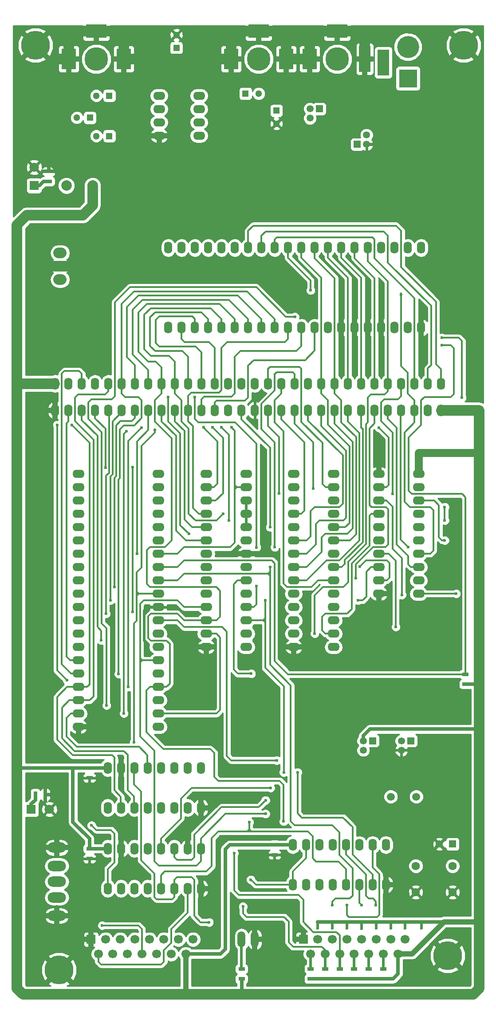
<source format=gbr>
G04 #@! TF.FileFunction,Copper,L2,Bot,Signal*
%FSLAX46Y46*%
G04 Gerber Fmt 4.6, Leading zero omitted, Abs format (unit mm)*
G04 Created by KiCad (PCBNEW 4.0.4-stable) date 02/16/17 08:27:34*
%MOMM*%
%LPD*%
G01*
G04 APERTURE LIST*
%ADD10C,0.100000*%
%ADD11R,1.400000X1.400000*%
%ADD12C,1.400000*%
%ADD13C,1.600000*%
%ADD14C,1.500000*%
%ADD15C,1.800000*%
%ADD16R,1.800000X1.800000*%
%ADD17C,2.000000*%
%ADD18R,3.500120X3.500120*%
%ADD19C,4.200000*%
%ADD20R,2.200000X5.000000*%
%ADD21O,1.506220X3.014980*%
%ADD22O,3.500000X2.000000*%
%ADD23C,1.350000*%
%ADD24R,1.350000X1.350000*%
%ADD25R,0.700000X1.300000*%
%ADD26R,1.300000X0.700000*%
%ADD27O,1.600000X2.300000*%
%ADD28C,1.300000*%
%ADD29R,1.300000X1.300000*%
%ADD30C,1.700000*%
%ADD31R,1.700000X1.700000*%
%ADD32C,5.500000*%
%ADD33O,2.300000X1.600000*%
%ADD34R,2.800000X4.000000*%
%ADD35R,4.000000X2.600000*%
%ADD36C,4.500000*%
%ADD37O,2.540000X2.032000*%
%ADD38C,0.600000*%
%ADD39C,0.300000*%
%ADD40C,0.700000*%
%ADD41C,0.500000*%
%ADD42C,2.000000*%
%ADD43C,1.000000*%
%ADD44C,1.500000*%
%ADD45C,0.400000*%
%ADD46C,0.254000*%
G04 APERTURE END LIST*
D10*
D11*
X181700000Y-211320000D03*
D12*
X179200000Y-211320000D03*
D13*
X181700000Y-215500000D03*
X181700000Y-220500000D03*
X174700000Y-215500000D03*
X174700000Y-220500000D03*
D14*
X174790940Y-202270000D03*
X169909060Y-202270000D03*
D15*
X104780000Y-204670000D03*
D16*
X101280000Y-204670000D03*
D15*
X101870000Y-82160000D03*
D16*
X101870000Y-85660000D03*
D17*
X113010000Y-85660000D03*
X108010000Y-85660000D03*
D18*
X173200000Y-65200140D03*
D19*
X173200000Y-59200660D03*
D20*
X168501000Y-62200400D03*
D21*
X141440000Y-229500000D03*
X143980000Y-229500000D03*
D22*
X106177400Y-224990800D03*
X106177400Y-211990800D03*
X106177400Y-215490800D03*
X106177400Y-218490800D03*
X106177400Y-221490800D03*
D23*
X165300000Y-77796051D03*
X165300000Y-76000000D03*
D24*
X163503949Y-77796051D03*
D25*
X102080000Y-201910000D03*
X103980000Y-201910000D03*
D26*
X147750000Y-213360000D03*
X147750000Y-211460000D03*
X112410000Y-214080000D03*
X112410000Y-212180000D03*
X112410000Y-198670000D03*
X112410000Y-196770000D03*
X104630000Y-82960000D03*
X104630000Y-84860000D03*
D27*
X179530000Y-123460000D03*
X176990000Y-123460000D03*
X174450000Y-123460000D03*
X171910000Y-123460000D03*
X169370000Y-123460000D03*
X166830000Y-123460000D03*
X164290000Y-123460000D03*
X161750000Y-123460000D03*
X159210000Y-123460000D03*
X156670000Y-123460000D03*
X154130000Y-123460000D03*
X151590000Y-123460000D03*
X149050000Y-123460000D03*
X146510000Y-123460000D03*
X143970000Y-123460000D03*
X141430000Y-123460000D03*
X138890000Y-123460000D03*
X136350000Y-123460000D03*
X133810000Y-123460000D03*
X131270000Y-123460000D03*
X105870000Y-128540000D03*
X108410000Y-128540000D03*
X110950000Y-128540000D03*
X113490000Y-128540000D03*
X116030000Y-128540000D03*
X118570000Y-128540000D03*
X121110000Y-128540000D03*
X123650000Y-128540000D03*
X126190000Y-128540000D03*
X128730000Y-128540000D03*
X131270000Y-128540000D03*
X133810000Y-128540000D03*
X136350000Y-128540000D03*
X138890000Y-128540000D03*
X141430000Y-128540000D03*
X143970000Y-128540000D03*
X146510000Y-128540000D03*
X149050000Y-128540000D03*
X151590000Y-128540000D03*
X154130000Y-128540000D03*
X156670000Y-128540000D03*
X159210000Y-128540000D03*
X161750000Y-128540000D03*
X164290000Y-128540000D03*
X166830000Y-128540000D03*
X169370000Y-128540000D03*
X171910000Y-128540000D03*
X174450000Y-128540000D03*
X176990000Y-128540000D03*
X179530000Y-128540000D03*
X105870000Y-123460000D03*
X108410000Y-123460000D03*
X110950000Y-123460000D03*
X113490000Y-123460000D03*
X116030000Y-123460000D03*
X118570000Y-123460000D03*
X121110000Y-123460000D03*
X123650000Y-123460000D03*
X126190000Y-123460000D03*
X128730000Y-123460000D03*
D26*
X141450000Y-235150000D03*
X141450000Y-237050000D03*
X184180000Y-180820000D03*
X184180000Y-178920000D03*
D28*
X148100000Y-73850000D03*
D29*
X148100000Y-71350000D03*
X142200000Y-68100000D03*
D28*
X144700000Y-68100000D03*
D29*
X129000000Y-59400000D03*
D28*
X129000000Y-56900000D03*
D29*
X116200000Y-76200000D03*
D28*
X113700000Y-76200000D03*
D29*
X112500000Y-72700000D03*
D28*
X110000000Y-72700000D03*
D30*
X172680000Y-229500000D03*
X169900000Y-229500000D03*
X167120000Y-229500000D03*
X164340000Y-229500000D03*
X161560000Y-229500000D03*
X158780000Y-229500000D03*
X156000000Y-229500000D03*
D31*
X153220000Y-229500000D03*
D30*
X171290000Y-232280000D03*
X168510000Y-232280000D03*
X165730000Y-232280000D03*
X162950000Y-232280000D03*
X160170000Y-232280000D03*
X157390000Y-232280000D03*
X154610000Y-232280000D03*
D26*
X168510000Y-237050000D03*
X168510000Y-235150000D03*
X165740000Y-237050000D03*
X165740000Y-235150000D03*
X162950000Y-237050000D03*
X162950000Y-235150000D03*
X160170000Y-237050000D03*
X160170000Y-235150000D03*
X157380000Y-237050000D03*
X157380000Y-235150000D03*
X154610000Y-237050000D03*
X154610000Y-235150000D03*
D23*
X171940000Y-191613949D03*
X171940000Y-193410000D03*
D24*
X173736051Y-191613949D03*
D23*
X164670000Y-191613949D03*
X164670000Y-193410000D03*
D24*
X166466051Y-191613949D03*
D29*
X116200000Y-68500000D03*
D28*
X113700000Y-68500000D03*
D23*
X154500000Y-71003949D03*
X154500000Y-72800000D03*
D24*
X156296051Y-71003949D03*
D30*
X132180000Y-229500000D03*
X129400000Y-229500000D03*
X126620000Y-229500000D03*
X123840000Y-229500000D03*
X121060000Y-229500000D03*
X118280000Y-229500000D03*
X115500000Y-229500000D03*
D31*
X112720000Y-229500000D03*
D30*
X130790000Y-232280000D03*
X128010000Y-232280000D03*
X125230000Y-232280000D03*
X122450000Y-232280000D03*
X119670000Y-232280000D03*
X116890000Y-232280000D03*
X114110000Y-232280000D03*
D32*
X102100000Y-58900000D03*
X183800000Y-58900000D03*
X106600000Y-235350000D03*
D33*
X125700000Y-68500000D03*
X125700000Y-71040000D03*
X125700000Y-73580000D03*
X125700000Y-76120000D03*
X133320000Y-76120000D03*
X133320000Y-73580000D03*
X133320000Y-71040000D03*
X133320000Y-68500000D03*
X151370000Y-140680000D03*
X151370000Y-143220000D03*
X151370000Y-145760000D03*
X151370000Y-148300000D03*
X151370000Y-150840000D03*
X151370000Y-153380000D03*
X151370000Y-155920000D03*
X151370000Y-158460000D03*
X151370000Y-161000000D03*
X151370000Y-163540000D03*
X151370000Y-166080000D03*
X151370000Y-168620000D03*
X151370000Y-171160000D03*
X151370000Y-173700000D03*
X158990000Y-173700000D03*
X158990000Y-171160000D03*
X158990000Y-168620000D03*
X158990000Y-166080000D03*
X158990000Y-163540000D03*
X158990000Y-161000000D03*
X158990000Y-158460000D03*
X158990000Y-155920000D03*
X158990000Y-153380000D03*
X158990000Y-150840000D03*
X158990000Y-148300000D03*
X158990000Y-145760000D03*
X158990000Y-143220000D03*
X158990000Y-140680000D03*
X167610000Y-140670000D03*
X167610000Y-143210000D03*
X167610000Y-145750000D03*
X167610000Y-148290000D03*
X167610000Y-150830000D03*
X167610000Y-153370000D03*
X167610000Y-155910000D03*
X167610000Y-158450000D03*
X167610000Y-160990000D03*
X167610000Y-163530000D03*
X175230000Y-163530000D03*
X175230000Y-160990000D03*
X175230000Y-158450000D03*
X175230000Y-155910000D03*
X175230000Y-153370000D03*
X175230000Y-150830000D03*
X175230000Y-148290000D03*
X175230000Y-145750000D03*
X175230000Y-143210000D03*
X175230000Y-140670000D03*
X134680000Y-140700000D03*
X134680000Y-143240000D03*
X134680000Y-145780000D03*
X134680000Y-148320000D03*
X134680000Y-150860000D03*
X134680000Y-153400000D03*
X134680000Y-155940000D03*
X134680000Y-158480000D03*
X134680000Y-161020000D03*
X134680000Y-163560000D03*
X134680000Y-166100000D03*
X134680000Y-168640000D03*
X134680000Y-171180000D03*
X134680000Y-173720000D03*
X142300000Y-173720000D03*
X142300000Y-171180000D03*
X142300000Y-168640000D03*
X142300000Y-166100000D03*
X142300000Y-163560000D03*
X142300000Y-161020000D03*
X142300000Y-158480000D03*
X142300000Y-155940000D03*
X142300000Y-153400000D03*
X142300000Y-150860000D03*
X142300000Y-148320000D03*
X142300000Y-145780000D03*
X142300000Y-143240000D03*
X142300000Y-140700000D03*
D27*
X151200000Y-219070000D03*
X153740000Y-219070000D03*
X156280000Y-219070000D03*
X158820000Y-219070000D03*
X161360000Y-219070000D03*
X163900000Y-219070000D03*
X166440000Y-219070000D03*
X168980000Y-219070000D03*
X168980000Y-211450000D03*
X166440000Y-211450000D03*
X163900000Y-211450000D03*
X161360000Y-211450000D03*
X158820000Y-211450000D03*
X156280000Y-211450000D03*
X153740000Y-211450000D03*
X151200000Y-211450000D03*
X115900000Y-219800000D03*
X118440000Y-219800000D03*
X120980000Y-219800000D03*
X123520000Y-219800000D03*
X126060000Y-219800000D03*
X128600000Y-219800000D03*
X131140000Y-219800000D03*
X133680000Y-219800000D03*
X133680000Y-212180000D03*
X131140000Y-212180000D03*
X128600000Y-212180000D03*
X126060000Y-212180000D03*
X123520000Y-212180000D03*
X120980000Y-212180000D03*
X118440000Y-212180000D03*
X115900000Y-212180000D03*
X115900000Y-204380000D03*
X118440000Y-204380000D03*
X120980000Y-204380000D03*
X123520000Y-204380000D03*
X126060000Y-204380000D03*
X128600000Y-204380000D03*
X131140000Y-204380000D03*
X133680000Y-204380000D03*
X133680000Y-196760000D03*
X131140000Y-196760000D03*
X128600000Y-196760000D03*
X126060000Y-196760000D03*
X123520000Y-196760000D03*
X120980000Y-196760000D03*
X118440000Y-196760000D03*
X115900000Y-196760000D03*
X127460000Y-112760000D03*
X130000000Y-112760000D03*
X132540000Y-112760000D03*
X135080000Y-112760000D03*
X137620000Y-112760000D03*
X140160000Y-112760000D03*
X142700000Y-112760000D03*
X145240000Y-112760000D03*
X147780000Y-112760000D03*
X150320000Y-112760000D03*
X152860000Y-112760000D03*
X155400000Y-112760000D03*
X157940000Y-112760000D03*
X160480000Y-112760000D03*
X163020000Y-112760000D03*
X165560000Y-112760000D03*
X168100000Y-112760000D03*
X170640000Y-112760000D03*
X173180000Y-112760000D03*
X175720000Y-112760000D03*
X175720000Y-97520000D03*
X173180000Y-97520000D03*
X170640000Y-97520000D03*
X168100000Y-97520000D03*
X165560000Y-97520000D03*
X163020000Y-97520000D03*
X160480000Y-97520000D03*
X157940000Y-97520000D03*
X155400000Y-97520000D03*
X152860000Y-97520000D03*
X150320000Y-97520000D03*
X147780000Y-97520000D03*
X145240000Y-97520000D03*
X142700000Y-97520000D03*
X140160000Y-97520000D03*
X137620000Y-97520000D03*
X135080000Y-97520000D03*
X132540000Y-97520000D03*
X130000000Y-97520000D03*
X127460000Y-97520000D03*
D33*
X110300000Y-140700000D03*
X110300000Y-143240000D03*
X110300000Y-145780000D03*
X110300000Y-148320000D03*
X110300000Y-150860000D03*
X110300000Y-153400000D03*
X110300000Y-155940000D03*
X110300000Y-158480000D03*
X110300000Y-161020000D03*
X110300000Y-163560000D03*
X110300000Y-166100000D03*
X110300000Y-168640000D03*
X110300000Y-171180000D03*
X110300000Y-173720000D03*
X110300000Y-176260000D03*
X110300000Y-178800000D03*
X110300000Y-181340000D03*
X110300000Y-183880000D03*
X110300000Y-186420000D03*
X110300000Y-188960000D03*
X125540000Y-188960000D03*
X125540000Y-186420000D03*
X125540000Y-183880000D03*
X125540000Y-181340000D03*
X125540000Y-178800000D03*
X125540000Y-176260000D03*
X125540000Y-173720000D03*
X125540000Y-171180000D03*
X125540000Y-168640000D03*
X125540000Y-166100000D03*
X125540000Y-163560000D03*
X125540000Y-161020000D03*
X125540000Y-158480000D03*
X125540000Y-155940000D03*
X125540000Y-153400000D03*
X125540000Y-150860000D03*
X125540000Y-148320000D03*
X125540000Y-145780000D03*
X125540000Y-143240000D03*
X125540000Y-140700000D03*
D34*
X108450000Y-61500000D03*
X118950000Y-61500000D03*
D35*
X113700000Y-56200000D03*
D36*
X113700000Y-61500000D03*
D34*
X139450000Y-61500000D03*
X149950000Y-61500000D03*
D35*
X144700000Y-56200000D03*
D36*
X144700000Y-61500000D03*
D34*
X154450000Y-61500000D03*
D20*
X164950000Y-61500000D03*
D35*
X159700000Y-56200000D03*
D36*
X159700000Y-61500000D03*
D37*
X106800000Y-101050000D03*
X106800000Y-98510000D03*
X106800000Y-103590000D03*
D32*
X180800000Y-232600000D03*
D38*
X182810000Y-205700000D03*
X182810000Y-207300000D03*
X173600000Y-210700000D03*
X173600000Y-212300000D03*
X182800000Y-223800000D03*
X181200000Y-223800000D03*
X175900000Y-236200000D03*
X174300000Y-236200000D03*
X146610000Y-215100000D03*
X146610000Y-216700000D03*
X148800000Y-223300000D03*
X147200000Y-223300000D03*
X148400000Y-230304000D03*
X148400000Y-228696000D03*
X136500000Y-222500000D03*
X134900000Y-222500000D03*
X136500000Y-230400000D03*
X136500000Y-228790000D03*
X112100000Y-224600000D03*
X112100000Y-222000000D03*
X101400000Y-230600000D03*
X101400000Y-228000000D03*
X101500000Y-210600000D03*
X101500000Y-209000000D03*
X141640000Y-197320000D03*
X139940000Y-197320000D03*
X138240000Y-197320000D03*
X141640000Y-202400000D03*
X139940000Y-202400000D03*
X138240000Y-202400000D03*
X148000000Y-202100000D03*
X148000000Y-203700000D03*
X153600000Y-203700000D03*
X153600000Y-202100000D03*
X156700000Y-197110000D03*
X155100000Y-197110000D03*
X141000000Y-193200000D03*
X141000000Y-191400000D03*
X182800000Y-187450000D03*
X182800000Y-185850000D03*
X154190000Y-193550000D03*
X152600000Y-193550000D03*
X152600000Y-185700000D03*
X152600000Y-184100000D03*
X172600000Y-180700000D03*
X171000000Y-180700000D03*
X159400000Y-180700000D03*
X157800000Y-180700000D03*
X179200000Y-177100000D03*
X177600000Y-177100000D03*
X166000000Y-177100000D03*
X164400000Y-177100000D03*
X101200000Y-194800000D03*
X101200000Y-193200000D03*
X101200000Y-191600000D03*
X113700000Y-188900000D03*
X113700000Y-187300000D03*
X114430000Y-178250000D03*
X114430000Y-176870000D03*
X114430000Y-175500000D03*
X114500000Y-117600000D03*
X114500000Y-115900000D03*
X114500000Y-114200000D03*
X105300000Y-113900000D03*
X102500000Y-113900000D03*
X161750000Y-99190000D03*
X159220000Y-99190000D03*
X156680000Y-99190000D03*
X150270000Y-107960000D03*
X150270000Y-108850000D03*
X179650000Y-112770000D03*
X179650000Y-111330000D03*
X179650000Y-109870000D03*
X183900000Y-99900000D03*
X183900000Y-98300000D03*
X125600000Y-92500000D03*
X125600000Y-89700000D03*
X121200000Y-92500000D03*
X121200000Y-89700000D03*
X105300000Y-88500000D03*
X102500000Y-88500000D03*
X119300000Y-82400000D03*
X116500000Y-82400000D03*
X185400000Y-65700000D03*
X185400000Y-64100000D03*
X120700000Y-215500000D03*
X119100000Y-215500000D03*
X114350000Y-201380000D03*
X114350000Y-199780000D03*
X123200000Y-174820000D03*
X123200000Y-173520000D03*
X103300000Y-135790000D03*
X103300000Y-134390000D03*
X103300000Y-133000000D03*
X99100000Y-72200000D03*
X99100000Y-70600000D03*
X167610000Y-134650000D03*
X167610000Y-133560000D03*
X179650000Y-114700000D03*
X183519998Y-126130000D03*
X148150000Y-195330000D03*
X175230000Y-137800000D03*
X175230000Y-138900000D03*
X156000000Y-227400000D03*
X175750000Y-227400000D03*
X172680000Y-227400000D03*
X169900000Y-227400000D03*
X167120000Y-227400000D03*
X164330000Y-227410000D03*
X161560000Y-227400000D03*
X158790000Y-227400000D03*
X180220000Y-153370000D03*
X154630000Y-105650000D03*
X170240000Y-144480000D03*
X172019998Y-163750000D03*
X155400000Y-171150000D03*
X146990000Y-200610000D03*
X167620002Y-131820000D03*
X146020000Y-202960000D03*
X147790000Y-154650000D03*
X106240000Y-131330000D03*
X108130000Y-180060000D03*
X139050000Y-149590000D03*
X137620000Y-131800000D03*
X132550000Y-126050000D03*
X144300000Y-162070000D03*
X144300000Y-154680000D03*
X142940000Y-207129998D03*
X146030000Y-205540000D03*
X127470000Y-125990000D03*
X131380000Y-152130000D03*
X114670000Y-172450000D03*
X120640000Y-167010000D03*
X120640000Y-139430000D03*
X115469979Y-139440000D03*
X115570000Y-167369998D03*
X116410000Y-164820000D03*
X117170000Y-162290000D03*
X121510000Y-155930000D03*
X135920000Y-131800000D03*
X134200000Y-131800000D03*
X139520000Y-131800000D03*
X146890000Y-150860000D03*
X146890000Y-158480000D03*
X158790000Y-223000000D03*
X148620000Y-144410000D03*
X155150000Y-143460000D03*
X163989998Y-158390000D03*
X163220000Y-160600000D03*
X163630000Y-164810000D03*
X173210000Y-154640000D03*
X171910000Y-106450000D03*
X180220000Y-149560000D03*
X180220000Y-147000000D03*
X170880000Y-169879998D03*
X120940000Y-191850000D03*
X135250000Y-226240000D03*
X124920000Y-132300000D03*
X109040000Y-131329998D03*
X117960000Y-178840000D03*
X119470000Y-132580000D03*
X118980000Y-186390000D03*
X122380000Y-131840000D03*
X119830000Y-181320000D03*
X149479998Y-206990000D03*
X137950000Y-148320000D03*
X145970000Y-164830000D03*
X152120000Y-197610000D03*
X149490000Y-197610000D03*
X114810000Y-226840000D03*
X167049990Y-223000000D03*
X164330000Y-223000000D03*
X161560000Y-223000000D03*
X140020000Y-213039998D03*
X141710000Y-223250000D03*
X143210000Y-218100000D03*
X112800000Y-207750000D03*
X151610000Y-110700000D03*
X115680000Y-184850000D03*
X182420000Y-163530000D03*
X143290000Y-178800000D03*
X179650000Y-116100000D03*
D39*
X148400000Y-230300000D02*
X148400000Y-230304000D01*
D40*
X103980000Y-201910000D02*
X103980000Y-203070000D01*
X103980000Y-201910000D02*
X103980000Y-200760000D01*
X103980000Y-201910000D02*
X104850000Y-201910000D01*
D41*
X167610000Y-134650000D02*
X167610000Y-133560000D01*
D42*
X99100000Y-72200000D02*
X99100000Y-70600000D01*
X99100000Y-74740000D02*
X99100000Y-72200000D01*
X99100000Y-70600000D02*
X99100000Y-64560000D01*
X116520000Y-85000000D02*
X116510000Y-85010000D01*
X116510000Y-85010000D02*
X116510000Y-99260000D01*
X113920000Y-82400000D02*
X116520000Y-85000000D01*
X106760000Y-82400000D02*
X113920000Y-82400000D01*
X106300000Y-101050000D02*
X114720000Y-101050000D01*
X114720000Y-101050000D02*
X116510000Y-99260000D01*
X106760000Y-82400000D02*
X99100000Y-74740000D01*
X99100000Y-64560000D02*
X100040000Y-63620000D01*
X100040000Y-63620000D02*
X104060000Y-63620000D01*
X104060000Y-63620000D02*
X106180000Y-61500000D01*
X106180000Y-61500000D02*
X108450000Y-61500000D01*
D41*
X101870000Y-82160000D02*
X103075000Y-83365000D01*
X103075000Y-83365000D02*
X103480000Y-82960000D01*
D40*
X104630000Y-82960000D02*
X103480000Y-82960000D01*
X104630000Y-82960000D02*
X104630000Y-82100000D01*
X104630000Y-82960000D02*
X105780000Y-82960000D01*
D41*
X123200000Y-173520000D02*
X123200000Y-174820000D01*
X123200000Y-172800000D02*
X123200000Y-173520000D01*
X165300000Y-77796051D02*
X166503949Y-77796051D01*
X166503949Y-77796051D02*
X167480000Y-76820000D01*
D43*
X125700000Y-76120000D02*
X124100000Y-76120000D01*
X125700000Y-76120000D02*
X125700000Y-77500000D01*
D41*
X148100000Y-73850000D02*
X150790000Y-71160000D01*
X150790000Y-71160000D02*
X150790000Y-67430000D01*
X179200000Y-211320000D02*
X176470000Y-214050000D01*
X176470000Y-214050000D02*
X176470000Y-219170000D01*
X176470000Y-219170000D02*
X176440000Y-219200000D01*
X176000000Y-219200000D02*
X176440000Y-219200000D01*
X176440000Y-219200000D02*
X180400000Y-219200000D01*
X170260000Y-219070000D02*
X173270000Y-219070000D01*
X173270000Y-219070000D02*
X174700000Y-220500000D01*
X174700000Y-220500000D02*
X176000000Y-219200000D01*
X180400000Y-219200000D02*
X181001501Y-219801501D01*
X181001501Y-219801501D02*
X181700000Y-220500000D01*
D43*
X183800000Y-58900000D02*
X181460000Y-56560000D01*
X183800000Y-58900000D02*
X181470000Y-61230000D01*
X183800000Y-58900000D02*
X186140000Y-61240000D01*
X183800000Y-58900000D02*
X186140000Y-56560000D01*
X102100000Y-58900000D02*
X99770000Y-56570000D01*
X102100000Y-58900000D02*
X99760000Y-61240000D01*
X102100000Y-58900000D02*
X104430000Y-61230000D01*
X102100000Y-58900000D02*
X104430000Y-56570000D01*
X106600000Y-235350000D02*
X104270000Y-233020000D01*
X106600000Y-235600000D02*
X106590000Y-235600000D01*
X106600000Y-235350000D02*
X108930000Y-233020000D01*
X106600000Y-235350000D02*
X104290000Y-237660000D01*
X106600000Y-235350000D02*
X108940000Y-237690000D01*
X180800000Y-232600000D02*
X178460000Y-230260000D01*
X180800000Y-232600000D02*
X178460000Y-234940000D01*
X180800000Y-232600000D02*
X183130000Y-234930000D01*
X180800000Y-232600000D02*
X183110000Y-230290000D01*
D42*
X106300000Y-101050000D02*
X104790000Y-101050000D01*
D41*
X125540000Y-166100000D02*
X123490000Y-166100000D01*
X123490000Y-166100000D02*
X122880000Y-166710000D01*
X122880000Y-166710000D02*
X122880000Y-172480000D01*
X122880000Y-172480000D02*
X123200000Y-172800000D01*
D43*
X143980000Y-229500000D02*
X145230000Y-229500000D01*
X143980000Y-229500000D02*
X143980000Y-227610000D01*
X143980000Y-229500000D02*
X143980000Y-231390000D01*
D39*
X148510000Y-176000000D02*
X150620000Y-178110000D01*
X148510000Y-174730000D02*
X148510000Y-176000000D01*
X148510000Y-173820000D02*
X148510000Y-174730000D01*
X148510000Y-173510000D02*
X148510000Y-173110000D01*
D41*
X148610000Y-172680000D02*
X148610000Y-173010000D01*
D39*
X148510000Y-172780000D02*
X148610000Y-172680000D01*
X148510000Y-173800000D02*
X148510000Y-173510000D01*
D41*
X148610000Y-157690000D02*
X148610000Y-172680000D01*
D39*
X148510000Y-173510000D02*
X148510000Y-172780000D01*
X148520000Y-173810000D02*
X148510000Y-173820000D01*
X148520000Y-173810000D02*
X148510000Y-173800000D01*
X148510000Y-173110000D02*
X148610000Y-173010000D01*
X148630000Y-173700000D02*
X148520000Y-173810000D01*
X149860000Y-173700000D02*
X148630000Y-173700000D01*
X148610000Y-173010000D02*
X148610000Y-173160000D01*
X148710000Y-156760000D02*
X148710000Y-157120000D01*
X148710000Y-154980000D02*
X148710000Y-156760000D01*
D41*
X148610000Y-157220000D02*
X148610000Y-157690000D01*
D39*
X148710000Y-156760000D02*
X148710000Y-157590000D01*
X148710000Y-157590000D02*
X148610000Y-157690000D01*
X148710000Y-157120000D02*
X148610000Y-157220000D01*
D41*
X147330000Y-155940000D02*
X148610000Y-157220000D01*
D43*
X175720000Y-112760000D02*
X175720000Y-114310000D01*
X175720000Y-112760000D02*
X175720000Y-111200000D01*
X168100000Y-112760000D02*
X168100000Y-111200000D01*
X168100000Y-112760000D02*
X168100000Y-114410000D01*
X165560000Y-112760000D02*
X165560000Y-114310000D01*
X165560000Y-112760000D02*
X165560000Y-111200000D01*
X163020000Y-112760000D02*
X163020000Y-114310000D01*
X163020000Y-112760000D02*
X163020000Y-111200000D01*
X160480000Y-112760000D02*
X160480000Y-114310000D01*
X160480000Y-112760000D02*
X160480000Y-111200000D01*
D41*
X142300000Y-155940000D02*
X147330000Y-155940000D01*
X149300000Y-173700000D02*
X149860000Y-173700000D01*
X148610000Y-173010000D02*
X149300000Y-173700000D01*
D43*
X118440000Y-196760000D02*
X118440000Y-198320000D01*
X118440000Y-196760000D02*
X118440000Y-195200000D01*
X153220000Y-229500000D02*
X151870000Y-229500000D01*
X153220000Y-229500000D02*
X153220000Y-228160000D01*
X106177400Y-224990800D02*
X108359200Y-224990800D01*
X106177400Y-224990800D02*
X104010800Y-224990800D01*
X106177400Y-224990800D02*
X106177400Y-226517400D01*
X106177400Y-224990800D02*
X106177400Y-223502600D01*
X106177400Y-211990800D02*
X108379200Y-211990800D01*
X106177400Y-211990800D02*
X104020800Y-211990800D01*
X106177400Y-211990800D02*
X106177400Y-213477400D01*
X106177400Y-211990800D02*
X106177400Y-210482600D01*
X112720000Y-229500000D02*
X111360000Y-229500000D01*
X112720000Y-229500000D02*
X112720000Y-230860000D01*
X112720000Y-229500000D02*
X112720000Y-228150000D01*
X164950000Y-61500000D02*
X166380000Y-61500000D01*
X164950000Y-61500000D02*
X163340000Y-61500000D01*
X159700000Y-56200000D02*
X159700000Y-58000000D01*
X154450000Y-61500000D02*
X154450000Y-64020000D01*
X154450000Y-61500000D02*
X156360000Y-61500000D01*
X149950000Y-61500000D02*
X148030000Y-61500000D01*
X139450000Y-61500000D02*
X139450000Y-64020000D01*
X139450000Y-61500000D02*
X141340000Y-61500000D01*
X144700000Y-56200000D02*
X144700000Y-58010000D01*
X108450000Y-61500000D02*
X108450000Y-64010000D01*
X108450000Y-61500000D02*
X110340000Y-61500000D01*
X118950000Y-61500000D02*
X118950000Y-63990000D01*
X118950000Y-61500000D02*
X117050000Y-61500000D01*
X113700000Y-56200000D02*
X113700000Y-57990000D01*
X167610000Y-163530000D02*
X169160000Y-163530000D01*
X167610000Y-163530000D02*
X167610000Y-164830000D01*
X168980000Y-219070000D02*
X168980000Y-217520000D01*
X168980000Y-219070000D02*
X170260000Y-219070000D01*
X168980000Y-219070000D02*
X168980000Y-220630000D01*
X133680000Y-219800000D02*
X133680000Y-221350000D01*
X133680000Y-219800000D02*
X134980000Y-219800000D01*
X133680000Y-219800000D02*
X133680000Y-218250000D01*
D41*
X131140000Y-208570000D02*
X131140000Y-210600000D01*
D43*
X131140000Y-212180000D02*
X131140000Y-210600000D01*
X118440000Y-212180000D02*
X118440000Y-213730000D01*
X118440000Y-212180000D02*
X118440000Y-210630000D01*
X133680000Y-204380000D02*
X133680000Y-206030000D01*
X133680000Y-204380000D02*
X133680000Y-202840000D01*
X133680000Y-204380000D02*
X134970000Y-204380000D01*
D41*
X167610000Y-134650000D02*
X167610000Y-134350000D01*
X167610000Y-139370000D02*
X167610000Y-134650000D01*
D43*
X167610000Y-140670000D02*
X167610000Y-139370000D01*
X151370000Y-173700000D02*
X152880000Y-173700000D01*
X151370000Y-173700000D02*
X149860000Y-173700000D01*
X151370000Y-173700000D02*
X151370000Y-174960000D01*
X142300000Y-155940000D02*
X140770000Y-155940000D01*
X142300000Y-155940000D02*
X144550000Y-155940000D01*
X134680000Y-173720000D02*
X133160000Y-173720000D01*
X134680000Y-173720000D02*
X134680000Y-175000000D01*
X134680000Y-173720000D02*
X136210000Y-173720000D01*
X110300000Y-188960000D02*
X110300000Y-190230000D01*
X110300000Y-188960000D02*
X111820000Y-188960000D01*
X105870000Y-128540000D02*
X105870000Y-130070000D01*
X105870000Y-128540000D02*
X105870000Y-126950000D01*
X105870000Y-128540000D02*
X104560000Y-128540000D01*
D41*
X133680000Y-206030000D02*
X131140000Y-208570000D01*
D42*
X108450000Y-61500000D02*
X108450000Y-57480000D01*
X108450000Y-57480000D02*
X109730000Y-56200000D01*
X109730000Y-56200000D02*
X113700000Y-56200000D01*
X113700000Y-56200000D02*
X117670000Y-56200000D01*
X117670000Y-56200000D02*
X118950000Y-57480000D01*
X118950000Y-57480000D02*
X118950000Y-61500000D01*
X154450000Y-61500000D02*
X154450000Y-57480000D01*
X154450000Y-57480000D02*
X155720000Y-56210000D01*
X159690000Y-56210000D02*
X159700000Y-56200000D01*
X155720000Y-56210000D02*
X159690000Y-56210000D01*
X139450000Y-61500000D02*
X139450000Y-57480000D01*
X139450000Y-57480000D02*
X140730000Y-56200000D01*
X140730000Y-56200000D02*
X144700000Y-56200000D01*
X149950000Y-61500000D02*
X149950000Y-57480000D01*
X149950000Y-57480000D02*
X148670000Y-56200000D01*
X148670000Y-56200000D02*
X144700000Y-56200000D01*
X159700000Y-56200000D02*
X163670000Y-56200000D01*
X163670000Y-56200000D02*
X164950000Y-57480000D01*
X164950000Y-57480000D02*
X164950000Y-61500000D01*
X149950000Y-61500000D02*
X154450000Y-61500000D01*
X128970000Y-61500000D02*
X139450000Y-61500000D01*
D43*
X150790000Y-67430000D02*
X149950000Y-66590000D01*
X149950000Y-66590000D02*
X149950000Y-61500000D01*
X164950000Y-61500000D02*
X164950000Y-65000000D01*
X164950000Y-65000000D02*
X167480000Y-67530000D01*
X167480000Y-67530000D02*
X167480000Y-76820000D01*
D42*
X145180000Y-56220000D02*
X145200000Y-56200000D01*
D43*
X125700000Y-76120000D02*
X127810000Y-76120000D01*
X127810000Y-76120000D02*
X128970000Y-74960000D01*
X128970000Y-74960000D02*
X128970000Y-61500000D01*
D42*
X118950000Y-61500000D02*
X128970000Y-61500000D01*
D39*
X183519998Y-126130000D02*
X183519998Y-115289998D01*
X179650000Y-114700000D02*
X182930000Y-114700000D01*
X182930000Y-114700000D02*
X183519998Y-115289998D01*
X125540000Y-168640000D02*
X129180000Y-168640000D01*
X129180000Y-168640000D02*
X130450000Y-169910000D01*
X130450000Y-169910000D02*
X137760000Y-169910000D01*
X137760000Y-169910000D02*
X138650000Y-170800000D01*
X138650000Y-170800000D02*
X138650000Y-194540000D01*
X138650000Y-194540000D02*
X139440000Y-195330000D01*
X139440000Y-195330000D02*
X148150000Y-195330000D01*
D40*
X102080000Y-201910000D02*
X102080000Y-202870000D01*
X102080000Y-202870000D02*
X101280000Y-203670000D01*
X101280000Y-203670000D02*
X101280000Y-204670000D01*
X104630000Y-84860000D02*
X103670000Y-84860000D01*
X103670000Y-84860000D02*
X102870000Y-85660000D01*
X102870000Y-85660000D02*
X101870000Y-85660000D01*
X102170000Y-85360000D02*
X101870000Y-85660000D01*
D42*
X186800000Y-136630000D02*
X186800000Y-128550000D01*
X186800000Y-128550000D02*
X186790000Y-128540000D01*
X186790000Y-128540000D02*
X179600010Y-128540000D01*
X98750000Y-123460000D02*
X98610000Y-123320000D01*
X98610000Y-123320000D02*
X98610000Y-122700000D01*
X98610000Y-122700000D02*
X98600000Y-122710000D01*
X98600000Y-122710000D02*
X98600000Y-196900000D01*
X113010000Y-85660000D02*
X113010000Y-89470000D01*
X113010000Y-89470000D02*
X111160000Y-91320000D01*
X111160000Y-91320000D02*
X100440000Y-91320000D01*
X100440000Y-91320000D02*
X98600000Y-93160000D01*
X98600000Y-93160000D02*
X98600000Y-123310000D01*
X98600000Y-123310000D02*
X98750000Y-123460000D01*
D40*
X141450000Y-237050000D02*
X141450000Y-239800000D01*
X141450000Y-239800000D02*
X141650000Y-240000000D01*
X184180000Y-180820000D02*
X186770000Y-180820000D01*
X186770000Y-180820000D02*
X186800000Y-180850000D01*
D44*
X175230000Y-140670000D02*
X175230000Y-136650000D01*
X175230000Y-136650000D02*
X186780000Y-136650000D01*
X186780000Y-136650000D02*
X186800000Y-136630000D01*
D40*
X168510000Y-237050000D02*
X170340000Y-237050000D01*
X170340000Y-237050000D02*
X171290000Y-236100000D01*
X171290000Y-236100000D02*
X171290000Y-232280000D01*
D41*
X175750000Y-227400000D02*
X175750000Y-226975736D01*
X175750000Y-226975736D02*
X175750000Y-226170000D01*
X172680000Y-227400000D02*
X172680000Y-226270000D01*
X172680000Y-226270000D02*
X172780000Y-226170000D01*
D40*
X172780000Y-226170000D02*
X180070000Y-226170000D01*
X180070000Y-226170000D02*
X180080000Y-226160000D01*
D43*
X180080000Y-226160000D02*
X186790000Y-226160000D01*
X186790000Y-226160000D02*
X186800000Y-226170000D01*
X171290000Y-232280000D02*
X173960000Y-232280000D01*
X173960000Y-232280000D02*
X180080000Y-226160000D01*
X186750000Y-226220000D02*
X186800000Y-226170000D01*
D42*
X186800000Y-238860000D02*
X186800000Y-227410000D01*
X186800000Y-227410000D02*
X186800000Y-226170000D01*
D43*
X186790000Y-227400000D02*
X186800000Y-227410000D01*
D41*
X142300000Y-145780000D02*
X142300000Y-148320000D01*
X142300000Y-148320000D02*
X142300000Y-150860000D01*
D42*
X186800000Y-180850000D02*
X186800000Y-140670000D01*
X186800000Y-140670000D02*
X186800000Y-137460000D01*
X186800000Y-137460000D02*
X186800000Y-136630000D01*
X171290000Y-240000000D02*
X185660000Y-240000000D01*
X185660000Y-240000000D02*
X186800000Y-238860000D01*
X98600000Y-196890000D02*
X98600000Y-238860000D01*
X98600000Y-238860000D02*
X99740000Y-240000000D01*
X99740000Y-240000000D02*
X130810000Y-240000000D01*
D40*
X109270000Y-196770000D02*
X98730000Y-196770000D01*
X98730000Y-196770000D02*
X98600000Y-196900000D01*
D42*
X186800000Y-226170000D02*
X186800000Y-189380000D01*
X186800000Y-189380000D02*
X186800000Y-180850000D01*
D40*
X164670000Y-191613949D02*
X164670000Y-190659355D01*
X165949355Y-189380000D02*
X186800000Y-189380000D01*
X164670000Y-190659355D02*
X165949355Y-189380000D01*
X112410000Y-212180000D02*
X115900000Y-212180000D01*
X112410000Y-212180000D02*
X112410000Y-210240000D01*
X112410000Y-210240000D02*
X109270000Y-207100000D01*
X109270000Y-207100000D02*
X109270000Y-196770000D01*
X112410000Y-196770000D02*
X109270000Y-196770000D01*
X98780000Y-196770000D02*
X98750000Y-196740000D01*
X112410000Y-196770000D02*
X115890000Y-196770000D01*
X115890000Y-196770000D02*
X115900000Y-196760000D01*
X147750000Y-211460000D02*
X139180000Y-211460000D01*
X138320000Y-231370000D02*
X137410000Y-232280000D01*
X139180000Y-211460000D02*
X138320000Y-212320000D01*
X138320000Y-212320000D02*
X138320000Y-231370000D01*
X137410000Y-232280000D02*
X131992081Y-232280000D01*
X131992081Y-232280000D02*
X130790000Y-232280000D01*
D42*
X130810000Y-240000000D02*
X141650000Y-240000000D01*
X141650000Y-240000000D02*
X171290000Y-240000000D01*
D40*
X147750000Y-211460000D02*
X151190000Y-211460000D01*
X151190000Y-211460000D02*
X151200000Y-211450000D01*
X165740000Y-237050000D02*
X168510000Y-237050000D01*
X162950000Y-237050000D02*
X165740000Y-237050000D01*
X160170000Y-237050000D02*
X162950000Y-237050000D01*
X157380000Y-237050000D02*
X160170000Y-237050000D01*
X154610000Y-237050000D02*
X157380000Y-237050000D01*
D41*
X157370000Y-237050000D02*
X157380000Y-237040000D01*
D43*
X130790000Y-232280000D02*
X130790000Y-239980000D01*
X130790000Y-239980000D02*
X130810000Y-240000000D01*
D42*
X98750000Y-123460000D02*
X105789990Y-123460000D01*
D40*
X164400000Y-226170000D02*
X161610000Y-226170000D01*
X167170000Y-226170000D02*
X164400000Y-226170000D01*
D41*
X164400000Y-226170000D02*
X164330000Y-226170000D01*
D45*
X159340000Y-145760000D02*
X158990000Y-145760000D01*
X158990000Y-140680000D02*
X159340000Y-140680000D01*
D40*
X158810000Y-226170000D02*
X156000000Y-226170000D01*
D41*
X156000000Y-226170000D02*
X156000000Y-227400000D01*
D40*
X172780000Y-226170000D02*
X169870000Y-226170000D01*
X169870000Y-226170000D02*
X167170000Y-226170000D01*
D41*
X169870000Y-226170000D02*
X169900000Y-226200000D01*
X169900000Y-226200000D02*
X169900000Y-227400000D01*
X167170000Y-226170000D02*
X167120000Y-226220000D01*
X167120000Y-226220000D02*
X167120000Y-227400000D01*
X164330000Y-226170000D02*
X164330000Y-227410000D01*
D40*
X161610000Y-226170000D02*
X158810000Y-226170000D01*
D41*
X161610000Y-226170000D02*
X161560000Y-226220000D01*
X161560000Y-226220000D02*
X161560000Y-227400000D01*
X158790000Y-226190000D02*
X158790000Y-227400000D01*
X158810000Y-226170000D02*
X158790000Y-226190000D01*
X179530000Y-128540000D02*
X179530000Y-128890000D01*
X179530000Y-128890000D02*
X179540000Y-128900000D01*
X147760000Y-211450000D02*
X147750000Y-211460000D01*
X168500000Y-237050000D02*
X168510000Y-237040000D01*
X162940000Y-237040000D02*
X162950000Y-237050000D01*
D39*
X179530000Y-123460000D02*
X179510000Y-123440000D01*
X171910000Y-94300000D02*
X170920000Y-93310000D01*
X179510000Y-123440000D02*
X179510000Y-120720000D01*
X170920000Y-93310000D02*
X143690000Y-93310000D01*
X179510000Y-120720000D02*
X178550000Y-119760000D01*
X143690000Y-93310000D02*
X142700000Y-94300000D01*
X178550000Y-119760000D02*
X178550000Y-107830000D01*
X178550000Y-107830000D02*
X171910000Y-101190000D01*
X171910000Y-101190000D02*
X171910000Y-94300000D01*
X142700000Y-94300000D02*
X142700000Y-97520000D01*
X167610000Y-148290000D02*
X166190000Y-148290000D01*
X161570000Y-167350000D02*
X157410000Y-167350000D01*
X157410000Y-167350000D02*
X156830000Y-167930000D01*
X166190000Y-148290000D02*
X165840000Y-148640000D01*
X165840000Y-148640000D02*
X165840000Y-154400000D01*
X165840000Y-154400000D02*
X162450000Y-157790000D01*
X156830000Y-170570000D02*
X157420000Y-171160000D01*
X162450000Y-157790000D02*
X162450000Y-166470000D01*
X157420000Y-171160000D02*
X158990000Y-171160000D01*
X162450000Y-166470000D02*
X161570000Y-167350000D01*
X156830000Y-167930000D02*
X156830000Y-170570000D01*
X176990000Y-123460000D02*
X176990000Y-120550000D01*
X176990000Y-120550000D02*
X177650000Y-119890000D01*
X177650000Y-119890000D02*
X177650000Y-108610000D01*
X177650000Y-108610000D02*
X169370000Y-100330000D01*
X169370000Y-100330000D02*
X169370000Y-95210000D01*
X145240000Y-95200000D02*
X145240000Y-97520000D01*
X169370000Y-95210000D02*
X168580000Y-94420000D01*
X168580000Y-94420000D02*
X146020000Y-94420000D01*
X146020000Y-94420000D02*
X145240000Y-95200000D01*
X174450000Y-123460000D02*
X174450000Y-107130000D01*
X174450000Y-107130000D02*
X166830000Y-99510000D01*
X147780000Y-95940000D02*
X147780000Y-97520000D01*
X166830000Y-99510000D02*
X166830000Y-95940000D01*
X166830000Y-95940000D02*
X166450000Y-95560000D01*
X166450000Y-95560000D02*
X148160000Y-95560000D01*
X148160000Y-95560000D02*
X147780000Y-95940000D01*
X180220000Y-153370000D02*
X179710000Y-153370000D01*
X179710000Y-153370000D02*
X179120000Y-152780000D01*
X179120000Y-152780000D02*
X179120000Y-146640000D01*
X178230000Y-145750000D02*
X178170000Y-145750000D01*
X179120000Y-146640000D02*
X178230000Y-145750000D01*
X178170000Y-145750000D02*
X178220000Y-145750000D01*
X175230000Y-145750000D02*
X178170000Y-145750000D01*
X150320000Y-97520000D02*
X150320000Y-99460000D01*
X150320000Y-99460000D02*
X154630000Y-103770000D01*
X154630000Y-103770000D02*
X154630000Y-105650000D01*
X171910000Y-123460000D02*
X171910000Y-125860000D01*
X171320000Y-126450000D02*
X168670000Y-126450000D01*
X168090000Y-130610000D02*
X170240000Y-132760000D01*
X171910000Y-125860000D02*
X171320000Y-126450000D01*
X168670000Y-126450000D02*
X168090000Y-127030000D01*
X168090000Y-127030000D02*
X168090000Y-130610000D01*
X170240000Y-132760000D02*
X170240000Y-144055736D01*
X170240000Y-144055736D02*
X170240000Y-144480000D01*
X167610000Y-145750000D02*
X169060000Y-145750000D01*
X170240000Y-155010000D02*
X172019998Y-156789998D01*
X169060000Y-145750000D02*
X170240000Y-146930000D01*
X172019998Y-156789998D02*
X172019998Y-163325736D01*
X170240000Y-146930000D02*
X170240000Y-155010000D01*
X172019998Y-163325736D02*
X172019998Y-163750000D01*
X169370000Y-123460000D02*
X169370000Y-124940000D01*
X169370000Y-124940000D02*
X168780000Y-125530000D01*
X155400000Y-165140000D02*
X155400000Y-171150000D01*
X168780000Y-125530000D02*
X166150000Y-125530000D01*
X166150000Y-125530000D02*
X165560000Y-126120000D01*
X156990000Y-162270000D02*
X155400000Y-163860000D01*
X165560000Y-126120000D02*
X165560000Y-130850000D01*
X165560000Y-130850000D02*
X165210000Y-131200000D01*
X165210000Y-131200000D02*
X165210000Y-154050000D01*
X165210000Y-154050000D02*
X161790000Y-157470000D01*
X161790000Y-157470000D02*
X161790000Y-161330000D01*
X161790000Y-161330000D02*
X160850000Y-162270000D01*
X160850000Y-162270000D02*
X156990000Y-162270000D01*
X155400000Y-163860000D02*
X155400000Y-165140000D01*
X169370000Y-123460000D02*
X169370000Y-103900000D01*
X169370000Y-103900000D02*
X165560000Y-100090000D01*
X165560000Y-100090000D02*
X165560000Y-97520000D01*
X126060000Y-212180000D02*
X126060000Y-210230000D01*
X126060000Y-210230000D02*
X129870000Y-206420000D01*
X129870000Y-206420000D02*
X129870000Y-202620000D01*
X131880000Y-200610000D02*
X146565736Y-200610000D01*
X129870000Y-202620000D02*
X131880000Y-200610000D01*
X146565736Y-200610000D02*
X146990000Y-200610000D01*
X166830000Y-123460000D02*
X166830000Y-103320000D01*
X166830000Y-103320000D02*
X163020000Y-99510000D01*
X163020000Y-99510000D02*
X163020000Y-97520000D01*
X164290000Y-123460000D02*
X164290000Y-103280000D01*
X164290000Y-103280000D02*
X160480000Y-99470000D01*
X160480000Y-99470000D02*
X160480000Y-97520000D01*
X161750000Y-123460000D02*
X161750000Y-103270000D01*
X161750000Y-103270000D02*
X157940000Y-99460000D01*
X157940000Y-99460000D02*
X157940000Y-97520000D01*
X159210000Y-123460000D02*
X159210000Y-103290000D01*
X159210000Y-103290000D02*
X155400000Y-99480000D01*
X155400000Y-99480000D02*
X155400000Y-97520000D01*
X159210000Y-123460000D02*
X159210000Y-125360000D01*
X159210000Y-125360000D02*
X160480000Y-126630000D01*
X160480000Y-130850000D02*
X163310000Y-133680000D01*
X162120763Y-153380000D02*
X160440000Y-153380000D01*
X160480000Y-126630000D02*
X160480000Y-130850000D01*
X163310000Y-152190763D02*
X162120763Y-153380000D01*
X163310000Y-133680000D02*
X163310000Y-152190763D01*
X160440000Y-153380000D02*
X158990000Y-153380000D01*
X156670000Y-123460000D02*
X156670000Y-103280000D01*
X156670000Y-103280000D02*
X152860000Y-99470000D01*
X152860000Y-99470000D02*
X152860000Y-97520000D01*
X156670000Y-123460000D02*
X156670000Y-125360000D01*
X156670000Y-125360000D02*
X157940000Y-126630000D01*
X162040000Y-135410000D02*
X162040000Y-150050000D01*
X157940000Y-126630000D02*
X157940000Y-131310000D01*
X157940000Y-131310000D02*
X162040000Y-135410000D01*
X162040000Y-150050000D02*
X161250000Y-150840000D01*
X161250000Y-150840000D02*
X158990000Y-150840000D01*
X167610000Y-143210000D02*
X169050000Y-143210000D01*
X169050000Y-143210000D02*
X169500000Y-142760000D01*
X169500000Y-142760000D02*
X169500000Y-133699998D01*
X169500000Y-133699998D02*
X168190002Y-132390000D01*
X168190002Y-132390000D02*
X167620002Y-131820000D01*
X128600000Y-212180000D02*
X128600000Y-213830000D01*
X128600000Y-213830000D02*
X129090000Y-214320000D01*
X132410000Y-213820000D02*
X132410000Y-209470000D01*
X129090000Y-214320000D02*
X131910000Y-214320000D01*
X131910000Y-214320000D02*
X132410000Y-213820000D01*
X132410000Y-209470000D02*
X137610000Y-204270000D01*
X137610000Y-204270000D02*
X144710000Y-204270000D01*
X144710000Y-204270000D02*
X146020000Y-202960000D01*
X151590000Y-123460000D02*
X151590000Y-121640000D01*
X151590000Y-121640000D02*
X151200000Y-121250000D01*
X145240000Y-127310000D02*
X145240000Y-132140000D01*
X151200000Y-121250000D02*
X148170000Y-121250000D01*
X148170000Y-121250000D02*
X147780000Y-121640000D01*
X147780000Y-121640000D02*
X147780000Y-124770000D01*
X147780000Y-124770000D02*
X145240000Y-127310000D01*
X145240000Y-132140000D02*
X147790000Y-134690000D01*
X147790000Y-134690000D02*
X147790000Y-154650000D01*
X158990000Y-161000000D02*
X156010000Y-161000000D01*
X154740000Y-162270000D02*
X150160000Y-162270000D01*
X156010000Y-161000000D02*
X154740000Y-162270000D01*
X150160000Y-162270000D02*
X149440000Y-161550000D01*
X149440000Y-161550000D02*
X149440000Y-132530000D01*
X149440000Y-132530000D02*
X147780000Y-130870000D01*
X147780000Y-130870000D02*
X147780000Y-126640000D01*
X147780000Y-126640000D02*
X149050000Y-125370000D01*
X149050000Y-125370000D02*
X149050000Y-124910000D01*
X149050000Y-124910000D02*
X149050000Y-123460000D01*
X146510000Y-123460000D02*
X146510000Y-120630000D01*
X146510000Y-120630000D02*
X146890000Y-120250000D01*
X146890000Y-120250000D02*
X152470000Y-120250000D01*
X152470000Y-120250000D02*
X152850000Y-120630000D01*
X152850000Y-120630000D02*
X152850000Y-125910000D01*
X152850000Y-125910000D02*
X152850000Y-130730000D01*
X156870000Y-134750000D02*
X156870000Y-142610000D01*
X152850000Y-130730000D02*
X156870000Y-134750000D01*
X156870000Y-142610000D02*
X157480000Y-143220000D01*
X157480000Y-143220000D02*
X158990000Y-143220000D01*
X152850000Y-125910000D02*
X152860000Y-125920000D01*
X106240000Y-178170000D02*
X106240000Y-131754264D01*
X108130000Y-180060000D02*
X106240000Y-178170000D01*
X106240000Y-131754264D02*
X106240000Y-131330000D01*
X139050000Y-144390000D02*
X139050000Y-149590000D01*
X137620000Y-131800000D02*
X139050000Y-133230000D01*
X139050000Y-133230000D02*
X139050000Y-144390000D01*
X136350000Y-123460000D02*
X136350000Y-116640000D01*
X136350000Y-116640000D02*
X135260000Y-115550000D01*
X130590000Y-115550000D02*
X130000000Y-114960000D01*
X135260000Y-115550000D02*
X130590000Y-115550000D01*
X130000000Y-114960000D02*
X130000000Y-112760000D01*
X126060000Y-219800000D02*
X126060000Y-217300000D01*
X126790000Y-216570000D02*
X134700000Y-216570000D01*
X126060000Y-217300000D02*
X126790000Y-216570000D01*
X137010000Y-208910000D02*
X142550000Y-208910000D01*
X134700000Y-216570000D02*
X135750000Y-215520000D01*
X135750000Y-215520000D02*
X135750000Y-210170000D01*
X135750000Y-210170000D02*
X137010000Y-208910000D01*
X132550000Y-126474264D02*
X132550000Y-126050000D01*
X132550000Y-130150000D02*
X132550000Y-126474264D01*
X140230000Y-130830000D02*
X133230000Y-130830000D01*
X144300000Y-134900000D02*
X140230000Y-130830000D01*
X133230000Y-130830000D02*
X132550000Y-130150000D01*
X144300000Y-154680000D02*
X144300000Y-134900000D01*
X132540000Y-112760000D02*
X132540000Y-111140000D01*
X132540000Y-111140000D02*
X132050000Y-110650000D01*
X125750000Y-116350000D02*
X132720000Y-116350000D01*
X132720000Y-116350000D02*
X133810000Y-117440000D01*
X132050000Y-110650000D02*
X125750000Y-110650000D01*
X125750000Y-110650000D02*
X125100000Y-111300000D01*
X125100000Y-111300000D02*
X125100000Y-115700000D01*
X125100000Y-115700000D02*
X125750000Y-116350000D01*
X133810000Y-117440000D02*
X133810000Y-123460000D01*
X142960000Y-208910000D02*
X143330000Y-208910000D01*
X143330000Y-208910000D02*
X154120000Y-208910000D01*
X142940000Y-208520000D02*
X143330000Y-208910000D01*
X142940000Y-208460000D02*
X142940000Y-208890000D01*
X142940000Y-207129998D02*
X142940000Y-208460000D01*
X142550000Y-208910000D02*
X142960000Y-208910000D01*
X142940000Y-208460000D02*
X142940000Y-208520000D01*
X142940000Y-208520000D02*
X142550000Y-208910000D01*
X142940000Y-208890000D02*
X142960000Y-208910000D01*
X155010000Y-209800000D02*
X155010000Y-214020000D01*
X155010000Y-214020000D02*
X155620000Y-214630000D01*
X161360000Y-216080000D02*
X161360000Y-219070000D01*
X155620000Y-214630000D02*
X159910000Y-214630000D01*
X154120000Y-208910000D02*
X155010000Y-209800000D01*
X159910000Y-214630000D02*
X161360000Y-216080000D01*
X142300000Y-166100000D02*
X143770000Y-166100000D01*
X143770000Y-166100000D02*
X144300000Y-165570000D01*
X144300000Y-165570000D02*
X144300000Y-162494264D01*
X144300000Y-162494264D02*
X144300000Y-162070000D01*
X133680000Y-212180000D02*
X133680000Y-214590000D01*
X133680000Y-214590000D02*
X132830000Y-215440000D01*
X132830000Y-215440000D02*
X125650000Y-215440000D01*
X125650000Y-215440000D02*
X124790000Y-214580000D01*
X124790000Y-214580000D02*
X124790000Y-193500000D01*
X124790000Y-193500000D02*
X122110000Y-190820000D01*
X122110000Y-190820000D02*
X122110000Y-176650000D01*
X122110000Y-176650000D02*
X122110000Y-176260000D01*
X122500000Y-176260000D02*
X122110000Y-176650000D01*
X122560000Y-176260000D02*
X122110000Y-176260000D01*
X123460000Y-176260000D02*
X122560000Y-176260000D01*
X122110000Y-175870000D02*
X122110000Y-176260000D01*
X122110000Y-165460000D02*
X122110000Y-175870000D01*
X122560000Y-176260000D02*
X122500000Y-176260000D01*
X122500000Y-176260000D02*
X122110000Y-175870000D01*
X134680000Y-166100000D02*
X130450000Y-166100000D01*
X130450000Y-166100000D02*
X129180000Y-164830000D01*
X122740000Y-164830000D02*
X122110000Y-165460000D01*
X129180000Y-164830000D02*
X122740000Y-164830000D01*
X135080000Y-112760000D02*
X135080000Y-111140000D01*
X130180000Y-117250000D02*
X131270000Y-118340000D01*
X135080000Y-111140000D02*
X133790000Y-109850000D01*
X133790000Y-109850000D02*
X124950000Y-109850000D01*
X124950000Y-109850000D02*
X124000000Y-110800000D01*
X124000000Y-110800000D02*
X124000000Y-116290000D01*
X124000000Y-116290000D02*
X124960000Y-117250000D01*
X131270000Y-118340000D02*
X131270000Y-123460000D01*
X124960000Y-117250000D02*
X130180000Y-117250000D01*
X123460000Y-176260000D02*
X125540000Y-176260000D01*
X127470000Y-125990000D02*
X127460000Y-126000000D01*
X129750000Y-150500000D02*
X131380000Y-152130000D01*
X127460000Y-126000000D02*
X127460000Y-130640000D01*
X127460000Y-130640000D02*
X129750000Y-132930000D01*
X129750000Y-132930000D02*
X129750000Y-150500000D01*
X133680000Y-212180000D02*
X133680000Y-210240000D01*
X133680000Y-210240000D02*
X138380000Y-205540000D01*
X138380000Y-205540000D02*
X145605736Y-205540000D01*
X145605736Y-205540000D02*
X146030000Y-205540000D01*
X131270000Y-123460000D02*
X131270000Y-123810000D01*
X110300000Y-176260000D02*
X108730000Y-176260000D01*
X108730000Y-176260000D02*
X108030000Y-175560000D01*
X108030000Y-175560000D02*
X108030000Y-131050000D01*
X108030000Y-131050000D02*
X108420000Y-130660000D01*
X108420000Y-130660000D02*
X108420000Y-128550000D01*
X108420000Y-128550000D02*
X108410000Y-128540000D01*
X110950000Y-128540000D02*
X110950000Y-130380000D01*
X110950000Y-130380000D02*
X113960000Y-133390000D01*
X113960000Y-133390000D02*
X113960000Y-169830000D01*
X113960000Y-169830000D02*
X114050000Y-169920000D01*
X114050000Y-169920000D02*
X114050000Y-170000000D01*
X114050000Y-170000000D02*
X114670000Y-170620000D01*
X114670000Y-170620000D02*
X114670000Y-172450000D01*
X113490000Y-128540000D02*
X113490000Y-130060000D01*
X113490000Y-130060000D02*
X115469979Y-132039979D01*
X115469979Y-132039979D02*
X115469979Y-139015736D01*
X115469979Y-139015736D02*
X115469979Y-139440000D01*
X120640000Y-167010000D02*
X120640000Y-139430000D01*
X116030000Y-128540000D02*
X116140000Y-128650000D01*
X116140000Y-128650000D02*
X116140000Y-140470000D01*
X115570000Y-141040000D02*
X115570000Y-166945734D01*
X116140000Y-140470000D02*
X115570000Y-141040000D01*
X115570000Y-166945734D02*
X115570000Y-167369998D01*
X116410000Y-164610000D02*
X116410000Y-164820000D01*
X118570000Y-128540000D02*
X118570000Y-128890000D01*
X118570000Y-128890000D02*
X116820000Y-130640000D01*
X116820000Y-130640000D02*
X116820000Y-140760000D01*
X116410000Y-141170000D02*
X116410000Y-164610000D01*
X116820000Y-140760000D02*
X116410000Y-141170000D01*
X121110000Y-128540000D02*
X121110000Y-129980000D01*
X117510000Y-131440000D02*
X117510000Y-141070000D01*
X121110000Y-129980000D02*
X120460000Y-130630000D01*
X120460000Y-130630000D02*
X118320000Y-130630000D01*
X118320000Y-130630000D02*
X117510000Y-131440000D01*
X117510000Y-141070000D02*
X117170000Y-141410000D01*
X117170000Y-141410000D02*
X117170000Y-161580000D01*
X117170000Y-161580000D02*
X117170000Y-162290000D01*
X123650000Y-132320000D02*
X121510000Y-134460000D01*
X123650000Y-128540000D02*
X123650000Y-132320000D01*
X121510000Y-155505736D02*
X121510000Y-155930000D01*
X121510000Y-134460000D02*
X121510000Y-155505736D01*
X126190000Y-128540000D02*
X126190000Y-130650000D01*
X126190000Y-130650000D02*
X128950000Y-133410000D01*
X128950000Y-133410000D02*
X128950000Y-151510000D01*
X128950000Y-151510000D02*
X130840000Y-153400000D01*
X130840000Y-153400000D02*
X134680000Y-153400000D01*
X128730000Y-128540000D02*
X128730000Y-130650000D01*
X128730000Y-130650000D02*
X130550000Y-132470000D01*
X130550000Y-132470000D02*
X130550000Y-149380000D01*
X130550000Y-149380000D02*
X132030000Y-150860000D01*
X132030000Y-150860000D02*
X134680000Y-150860000D01*
X150320000Y-112760000D02*
X150320000Y-114950000D01*
X150320000Y-114950000D02*
X149720000Y-115550000D01*
X137130000Y-125160000D02*
X131860000Y-125160000D01*
X149720000Y-115550000D02*
X138710000Y-115550000D01*
X138710000Y-115550000D02*
X137620000Y-116640000D01*
X137620000Y-116640000D02*
X137620000Y-124670000D01*
X131270000Y-125750000D02*
X131270000Y-128540000D01*
X137620000Y-124670000D02*
X137130000Y-125160000D01*
X131860000Y-125160000D02*
X131270000Y-125750000D01*
X131270000Y-128540000D02*
X131270000Y-130660000D01*
X131270000Y-130660000D02*
X132150000Y-131540000D01*
X132150000Y-131540000D02*
X132150000Y-147210000D01*
X132150000Y-147210000D02*
X133260000Y-148320000D01*
X133260000Y-148320000D02*
X134680000Y-148320000D01*
X134680000Y-145780000D02*
X136520000Y-145780000D01*
X136520000Y-145780000D02*
X137950000Y-144350000D01*
X137950000Y-144350000D02*
X137950000Y-133830000D01*
X137950000Y-133830000D02*
X136219999Y-132099999D01*
X136219999Y-132099999D02*
X135920000Y-131800000D01*
X152860000Y-112760000D02*
X152860000Y-116290000D01*
X152860000Y-116290000D02*
X151900000Y-117250000D01*
X151900000Y-117250000D02*
X141240000Y-117250000D01*
X141240000Y-117250000D02*
X140150000Y-118340000D01*
X134280000Y-125950000D02*
X133810000Y-126420000D01*
X140150000Y-118340000D02*
X140150000Y-125300000D01*
X140150000Y-125300000D02*
X139500000Y-125950000D01*
X139500000Y-125950000D02*
X134280000Y-125950000D01*
X133810000Y-126420000D02*
X133810000Y-128540000D01*
X134680000Y-145780000D02*
X134620000Y-145796000D01*
X110363000Y-150876000D02*
X110300000Y-150860000D01*
X134680000Y-143240000D02*
X136150000Y-143240000D01*
X136150000Y-143240000D02*
X136850000Y-142540000D01*
X136850000Y-142540000D02*
X136850000Y-134450000D01*
X136850000Y-134450000D02*
X134499999Y-132099999D01*
X134499999Y-132099999D02*
X134200000Y-131800000D01*
X155400000Y-112760000D02*
X155400000Y-117110000D01*
X155400000Y-117110000D02*
X153560000Y-118950000D01*
X142690000Y-126130000D02*
X142090000Y-126730000D01*
X153560000Y-118950000D02*
X143780000Y-118950000D01*
X136620000Y-126730000D02*
X136350000Y-127000000D01*
X143780000Y-118950000D02*
X142690000Y-120040000D01*
X142690000Y-120040000D02*
X142690000Y-126130000D01*
X136350000Y-127000000D02*
X136350000Y-128540000D01*
X142090000Y-126730000D02*
X136620000Y-126730000D01*
X134680000Y-143240000D02*
X134620000Y-143256000D01*
X110363000Y-148336000D02*
X110300000Y-148320000D01*
X140150000Y-143630000D02*
X140150000Y-153780000D01*
X140150000Y-153780000D02*
X139260000Y-154670000D01*
X130460000Y-154670000D02*
X129190000Y-155940000D01*
X139260000Y-154670000D02*
X130460000Y-154670000D01*
X129190000Y-155940000D02*
X125540000Y-155940000D01*
X140150000Y-143250000D02*
X140150000Y-143630000D01*
X140540000Y-143240000D02*
X140150000Y-143630000D01*
X140600000Y-143240000D02*
X140540000Y-143240000D01*
X140600000Y-143240000D02*
X140160000Y-143240000D01*
X142300000Y-143240000D02*
X140600000Y-143240000D01*
X140150000Y-132430000D02*
X140150000Y-142850000D01*
X140150000Y-142850000D02*
X140150000Y-143250000D01*
X140540000Y-143240000D02*
X140150000Y-142850000D01*
X140160000Y-143240000D02*
X140150000Y-143250000D01*
X139520000Y-131800000D02*
X140150000Y-132430000D01*
X127100000Y-112760000D02*
X127100000Y-113440000D01*
X146890000Y-135690000D02*
X146890000Y-145180000D01*
X146890000Y-145180000D02*
X146890000Y-150860000D01*
X141430000Y-128540000D02*
X141430000Y-130230000D01*
X141430000Y-130230000D02*
X146890000Y-135690000D01*
X146890000Y-160210000D02*
X146890000Y-159730000D01*
X146890000Y-177110000D02*
X146890000Y-160210000D01*
X146890000Y-160210000D02*
X146890000Y-160140000D01*
X146890000Y-160140000D02*
X146500000Y-159750000D01*
X130450000Y-159750000D02*
X146500000Y-159750000D01*
X146500000Y-159750000D02*
X146870000Y-159750000D01*
X146890000Y-159220000D02*
X146890000Y-159360000D01*
X146890000Y-159360000D02*
X146500000Y-159750000D01*
X146890000Y-159730000D02*
X146890000Y-159220000D01*
X146870000Y-159750000D02*
X146890000Y-159730000D01*
X125540000Y-161020000D02*
X129180000Y-161020000D01*
X129180000Y-161020000D02*
X130450000Y-159750000D01*
X158790000Y-223000000D02*
X158790000Y-222250000D01*
X158790000Y-222250000D02*
X159320000Y-221720000D01*
X151590000Y-207700000D02*
X150830000Y-206940000D01*
X159320000Y-221720000D02*
X162090000Y-221720000D01*
X162620000Y-215950000D02*
X160090000Y-213420000D01*
X162090000Y-221720000D02*
X162620000Y-221190000D01*
X160090000Y-213420000D02*
X160090000Y-209070000D01*
X162620000Y-221190000D02*
X162620000Y-215950000D01*
X150830000Y-181050000D02*
X146890000Y-177110000D01*
X160090000Y-209070000D02*
X158720000Y-207700000D01*
X158720000Y-207700000D02*
X151590000Y-207700000D01*
X150830000Y-206940000D02*
X150830000Y-181050000D01*
X146890000Y-159220000D02*
X146890000Y-158480000D01*
X146510000Y-128540000D02*
X146510000Y-131510000D01*
X146510000Y-131510000D02*
X148620000Y-133620000D01*
X148620000Y-133620000D02*
X148620000Y-143965736D01*
X148620000Y-143965736D02*
X148620000Y-144410000D01*
X149050000Y-128540000D02*
X149050000Y-130230000D01*
X149050000Y-130230000D02*
X153440000Y-134620000D01*
X153440000Y-134620000D02*
X153440000Y-147720000D01*
X153440000Y-147720000D02*
X152860000Y-148300000D01*
X152860000Y-148300000D02*
X151370000Y-148300000D01*
X155150000Y-143035736D02*
X155150000Y-143460000D01*
X155150000Y-134630000D02*
X155150000Y-143035736D01*
X151590000Y-131070000D02*
X155150000Y-134630000D01*
X151590000Y-128540000D02*
X151590000Y-131070000D01*
X154130000Y-128540000D02*
X154130000Y-130470000D01*
X154130000Y-130470000D02*
X160750000Y-137090000D01*
X160750000Y-137090000D02*
X160750000Y-146380000D01*
X154600000Y-147820000D02*
X154600000Y-152610000D01*
X160750000Y-146380000D02*
X160100000Y-147030000D01*
X160100000Y-147030000D02*
X155390000Y-147030000D01*
X155390000Y-147030000D02*
X154600000Y-147820000D01*
X154600000Y-152610000D02*
X153830000Y-153380000D01*
X153830000Y-153380000D02*
X151370000Y-153380000D01*
X156670000Y-128540000D02*
X156670000Y-131520000D01*
X156670000Y-131520000D02*
X161400000Y-136250000D01*
X161400000Y-136250000D02*
X161400000Y-149020000D01*
X161400000Y-149020000D02*
X160850000Y-149570000D01*
X160850000Y-149570000D02*
X156330000Y-149570000D01*
X156330000Y-149570000D02*
X155640000Y-150260000D01*
X155640000Y-150260000D02*
X155640000Y-154100000D01*
X155640000Y-154100000D02*
X153820000Y-155920000D01*
X153820000Y-155920000D02*
X151370000Y-155920000D01*
X159210000Y-128540000D02*
X159210000Y-131080000D01*
X157430000Y-152110000D02*
X156740000Y-152800000D01*
X159210000Y-131080000D02*
X162680000Y-134550000D01*
X162680000Y-151110000D02*
X161680000Y-152110000D01*
X162680000Y-134550000D02*
X162680000Y-151110000D01*
X161680000Y-152110000D02*
X157430000Y-152110000D01*
X156740000Y-152800000D02*
X156740000Y-155530000D01*
X156740000Y-155530000D02*
X153810000Y-158460000D01*
X153810000Y-158460000D02*
X151370000Y-158460000D01*
X161750000Y-128540000D02*
X161690000Y-128600000D01*
X161690000Y-128600000D02*
X161690000Y-130640000D01*
X157630000Y-157190000D02*
X153820000Y-161000000D01*
X161690000Y-130640000D02*
X163940000Y-132890000D01*
X153820000Y-161000000D02*
X151370000Y-161000000D01*
X163940000Y-132890000D02*
X163940000Y-153390000D01*
X163940000Y-153390000D02*
X160140000Y-157190000D01*
X160140000Y-157190000D02*
X157630000Y-157190000D01*
X164290000Y-128540000D02*
X164290000Y-131820000D01*
X164290000Y-131820000D02*
X164570000Y-132100000D01*
X164570000Y-132100000D02*
X164570000Y-153690000D01*
X160560000Y-158460000D02*
X158990000Y-158460000D01*
X164570000Y-153690000D02*
X161170000Y-157090000D01*
X161170000Y-157090000D02*
X161170000Y-157850000D01*
X161170000Y-157850000D02*
X160560000Y-158460000D01*
X167610000Y-160990000D02*
X169150000Y-160990000D01*
X164289997Y-158090001D02*
X163989998Y-158390000D01*
X169150000Y-160990000D02*
X169680000Y-160460000D01*
X169680000Y-160460000D02*
X169680000Y-157720000D01*
X169680000Y-157720000D02*
X169140000Y-157180000D01*
X169140000Y-157180000D02*
X165199998Y-157180000D01*
X165199998Y-157180000D02*
X164289997Y-158090001D01*
X166830000Y-128540000D02*
X166830000Y-131010000D01*
X163220000Y-157960000D02*
X163220000Y-160175736D01*
X166830000Y-131010000D02*
X165840000Y-132000000D01*
X165840000Y-132000000D02*
X165840000Y-146620000D01*
X166540000Y-154640000D02*
X163220000Y-157960000D01*
X163220000Y-160175736D02*
X163220000Y-160600000D01*
X165840000Y-146620000D02*
X166250000Y-147030000D01*
X166250000Y-147030000D02*
X168990000Y-147030000D01*
X169440000Y-147480000D02*
X169440000Y-154150000D01*
X168990000Y-147030000D02*
X169440000Y-147480000D01*
X168950000Y-154640000D02*
X166540000Y-154640000D01*
X169440000Y-154150000D02*
X168950000Y-154640000D01*
X169370000Y-128540000D02*
X169370000Y-130200000D01*
X173760000Y-158450000D02*
X175230000Y-158450000D01*
X169370000Y-130200000D02*
X171020000Y-131850000D01*
X171020000Y-131850000D02*
X171020000Y-154150000D01*
X171020000Y-154150000D02*
X173210000Y-156340000D01*
X173210000Y-156340000D02*
X173210000Y-157900000D01*
X173210000Y-157900000D02*
X173760000Y-158450000D01*
X171910000Y-128540000D02*
X171780000Y-128670000D01*
X171780000Y-128670000D02*
X171780000Y-153210000D01*
X171780000Y-153210000D02*
X173210000Y-154640000D01*
X167610000Y-158450000D02*
X166160000Y-158450000D01*
X166160000Y-158450000D02*
X165250000Y-159360000D01*
X165250000Y-159360000D02*
X165250000Y-164100000D01*
X165250000Y-164100000D02*
X164540000Y-164810000D01*
X164540000Y-164810000D02*
X163630000Y-164810000D01*
X171910000Y-106994264D02*
X171910000Y-106230000D01*
X174450000Y-128540000D02*
X174450000Y-126640000D01*
X174450000Y-126640000D02*
X173170000Y-125360000D01*
X173170000Y-125360000D02*
X173170000Y-121350000D01*
X173170000Y-121350000D02*
X171910000Y-120090000D01*
X171910000Y-120090000D02*
X171910000Y-106994264D01*
X174450000Y-128540000D02*
X174450000Y-130880000D01*
X174450000Y-130880000D02*
X172560000Y-132770000D01*
X172560000Y-146020000D02*
X173560000Y-147020000D01*
X172560000Y-132770000D02*
X172560000Y-146020000D01*
X173560000Y-147020000D02*
X177440000Y-147020000D01*
X177440000Y-147020000D02*
X178030000Y-147610000D01*
X178030000Y-147610000D02*
X178030000Y-155320000D01*
X178030000Y-155320000D02*
X177440000Y-155910000D01*
X177440000Y-155910000D02*
X175230000Y-155910000D01*
X167610000Y-155910000D02*
X169510000Y-155910000D01*
X169510000Y-155910000D02*
X170880000Y-157280000D01*
X170880000Y-157280000D02*
X170880000Y-169455734D01*
X170880000Y-169455734D02*
X170880000Y-169879998D01*
X180220000Y-147000000D02*
X180220000Y-149560000D01*
X135250000Y-226240000D02*
X133620000Y-226240000D01*
X129090000Y-217650000D02*
X128600000Y-218140000D01*
X133620000Y-226240000D02*
X132400000Y-225020000D01*
X132400000Y-225020000D02*
X132400000Y-218140000D01*
X128600000Y-218140000D02*
X128600000Y-219800000D01*
X132400000Y-218140000D02*
X131910000Y-217650000D01*
X131910000Y-217650000D02*
X129090000Y-217650000D01*
X128600000Y-219800000D02*
X128600000Y-221430000D01*
X128600000Y-221430000D02*
X128180000Y-221850000D01*
X124790000Y-221430000D02*
X124790000Y-216920000D01*
X128180000Y-221850000D02*
X125210000Y-221850000D01*
X122250000Y-214380000D02*
X122250000Y-201260000D01*
X125210000Y-221850000D02*
X124790000Y-221430000D01*
X120940000Y-199950000D02*
X120940000Y-196820000D01*
X124790000Y-216920000D02*
X122250000Y-214380000D01*
X122250000Y-201260000D02*
X120940000Y-199950000D01*
X121430011Y-163950000D02*
X121430011Y-168729989D01*
X121430011Y-168729989D02*
X120940000Y-169220000D01*
X120940000Y-169220000D02*
X120940000Y-191850000D01*
X124920000Y-132300000D02*
X124920000Y-132790000D01*
X124920000Y-132790000D02*
X122380000Y-135330000D01*
X122380000Y-135330000D02*
X122380000Y-158510000D01*
X122380000Y-158510000D02*
X121430011Y-159459989D01*
X121430011Y-159459989D02*
X121430011Y-163170000D01*
X121430011Y-163170000D02*
X121430011Y-163590000D01*
X121880000Y-163560000D02*
X121820011Y-163560000D01*
X121820011Y-163560000D02*
X121430011Y-163170000D01*
X121880000Y-163560000D02*
X121460011Y-163560000D01*
X125540000Y-163560000D02*
X121880000Y-163560000D01*
X121430011Y-163590000D02*
X121430011Y-163950000D01*
X121820011Y-163560000D02*
X121430011Y-163950000D01*
X121460011Y-163560000D02*
X121430011Y-163590000D01*
X110300000Y-178800000D02*
X108920000Y-178800000D01*
X107630000Y-121050000D02*
X110450000Y-121050000D01*
X108920000Y-178800000D02*
X107140000Y-177020000D01*
X107140000Y-177020000D02*
X107140000Y-121540000D01*
X107140000Y-121540000D02*
X107630000Y-121050000D01*
X110450000Y-121050000D02*
X110950000Y-121550000D01*
X110950000Y-121550000D02*
X110950000Y-123460000D01*
X110300000Y-181340000D02*
X108160000Y-181340000D01*
X116740000Y-194380000D02*
X117170000Y-194810000D01*
X108160000Y-181340000D02*
X106230000Y-183270000D01*
X106230000Y-183270000D02*
X106230000Y-191410000D01*
X106230000Y-191410000D02*
X109200000Y-194380000D01*
X109200000Y-194380000D02*
X116740000Y-194380000D01*
X117170000Y-194810000D02*
X117170000Y-201040000D01*
X117170000Y-201040000D02*
X118400000Y-202270000D01*
X118400000Y-202270000D02*
X118400000Y-204440000D01*
X110300000Y-181340000D02*
X111940000Y-181340000D01*
X111940000Y-181340000D02*
X112410000Y-180870000D01*
X112410000Y-180870000D02*
X112410000Y-134699998D01*
X112410000Y-134699998D02*
X109040000Y-131329998D01*
X113490000Y-123810000D02*
X113490000Y-123460000D01*
X110300000Y-183880000D02*
X108560000Y-183880000D01*
X107160000Y-185280000D02*
X107160000Y-191120000D01*
X109590000Y-193550000D02*
X118960000Y-193550000D01*
X108560000Y-183880000D02*
X107160000Y-185280000D01*
X107160000Y-191120000D02*
X109590000Y-193550000D01*
X118960000Y-193550000D02*
X119700000Y-194290000D01*
X119700000Y-194290000D02*
X119700000Y-201020000D01*
X119700000Y-201020000D02*
X120940000Y-202260000D01*
X120940000Y-202260000D02*
X120940000Y-204440000D01*
X110300000Y-183880000D02*
X112480000Y-183880000D01*
X112480000Y-183880000D02*
X113190000Y-183170000D01*
X109680000Y-126120000D02*
X110270000Y-125530000D01*
X113190000Y-183170000D02*
X113190000Y-134110000D01*
X110270000Y-125530000D02*
X115410000Y-125530000D01*
X113190000Y-134110000D02*
X109680000Y-130600000D01*
X116030000Y-124910000D02*
X116030000Y-123460000D01*
X109680000Y-130600000D02*
X109680000Y-126120000D01*
X115410000Y-125530000D02*
X116030000Y-124910000D01*
X118570000Y-123460000D02*
X118580000Y-123450000D01*
X118580000Y-123450000D02*
X118580000Y-108220000D01*
X118580000Y-108220000D02*
X120950000Y-105850000D01*
X120950000Y-105850000D02*
X142490000Y-105850000D01*
X142490000Y-105850000D02*
X147780000Y-111140000D01*
X147780000Y-111140000D02*
X147780000Y-112760000D01*
X118570000Y-123460000D02*
X118570000Y-125370000D01*
X119000000Y-131410000D02*
X118190000Y-132220000D01*
X118570000Y-125370000D02*
X119230000Y-126030000D01*
X121000000Y-131410000D02*
X119000000Y-131410000D01*
X119230000Y-126030000D02*
X121790000Y-126030000D01*
X117960000Y-178680000D02*
X117960000Y-178840000D01*
X121790000Y-126030000D02*
X122380000Y-126620000D01*
X122380000Y-130030000D02*
X121000000Y-131410000D01*
X122380000Y-126620000D02*
X122380000Y-130030000D01*
X118190000Y-132220000D02*
X118190000Y-141530000D01*
X118190000Y-141530000D02*
X117960000Y-141760000D01*
X117960000Y-141760000D02*
X117960000Y-178680000D01*
X125540000Y-186420000D02*
X136670000Y-186420000D01*
X136670000Y-171180000D02*
X134680000Y-171180000D01*
X136670000Y-186420000D02*
X137370000Y-185720000D01*
X137370000Y-185720000D02*
X137370000Y-171880000D01*
X137370000Y-171880000D02*
X136670000Y-171180000D01*
X121110000Y-123460000D02*
X121110000Y-119910000D01*
X121110000Y-119910000D02*
X119590000Y-118390000D01*
X119590000Y-118390000D02*
X119590000Y-108810000D01*
X121750000Y-106650000D02*
X140750000Y-106650000D01*
X119590000Y-108810000D02*
X121750000Y-106650000D01*
X140750000Y-106650000D02*
X145240000Y-111140000D01*
X145240000Y-111140000D02*
X145240000Y-111310000D01*
X145240000Y-111310000D02*
X145240000Y-112760000D01*
X119170001Y-132879999D02*
X119470000Y-132580000D01*
X118980000Y-133070000D02*
X119170001Y-132879999D01*
X118980000Y-186390000D02*
X118980000Y-133070000D01*
X142700000Y-112760000D02*
X142700000Y-111140000D01*
X142700000Y-111140000D02*
X139010000Y-107450000D01*
X139010000Y-107450000D02*
X122550000Y-107450000D01*
X122550000Y-107450000D02*
X120690000Y-109310000D01*
X120690000Y-109310000D02*
X120690000Y-117890000D01*
X120690000Y-117890000D02*
X123650000Y-120850000D01*
X123650000Y-120850000D02*
X123650000Y-123460000D01*
X122380000Y-131840000D02*
X119830000Y-134390000D01*
X119830000Y-134390000D02*
X119830000Y-181320000D01*
X125540000Y-181340000D02*
X123930000Y-181340000D01*
X123930000Y-181340000D02*
X123290000Y-181980000D01*
X136250000Y-198460000D02*
X137040000Y-199250000D01*
X149479998Y-200049998D02*
X149479998Y-206565736D01*
X123290000Y-181980000D02*
X123290000Y-189920000D01*
X123290000Y-189920000D02*
X126540000Y-193170000D01*
X126540000Y-193170000D02*
X135460000Y-193170000D01*
X135460000Y-193170000D02*
X136250000Y-193960000D01*
X136250000Y-193960000D02*
X136250000Y-198460000D01*
X137040000Y-199250000D02*
X148680000Y-199250000D01*
X148680000Y-199250000D02*
X149479998Y-200049998D01*
X149479998Y-206565736D02*
X149479998Y-206990000D01*
X126190000Y-123460000D02*
X126190000Y-125360000D01*
X126190000Y-125360000D02*
X124920000Y-126630000D01*
X124920000Y-126630000D02*
X124920000Y-130650000D01*
X123960000Y-154670000D02*
X123370000Y-155260000D01*
X124920000Y-130650000D02*
X128150000Y-133880000D01*
X128150000Y-153340000D02*
X126820000Y-154670000D01*
X123370000Y-161700000D02*
X123960000Y-162290000D01*
X137370000Y-167940000D02*
X136670000Y-168640000D01*
X136670000Y-168640000D02*
X134680000Y-168640000D01*
X128150000Y-133880000D02*
X128150000Y-153340000D01*
X126820000Y-154670000D02*
X123960000Y-154670000D01*
X123370000Y-155260000D02*
X123370000Y-161700000D01*
X123960000Y-162290000D02*
X136670000Y-162290000D01*
X136670000Y-162290000D02*
X137370000Y-162990000D01*
X137370000Y-162990000D02*
X137370000Y-167940000D01*
X125540000Y-181340000D02*
X127090000Y-181340000D01*
X127090000Y-181340000D02*
X127730000Y-180700000D01*
X127730000Y-180700000D02*
X127730000Y-173100000D01*
X127730000Y-173100000D02*
X127090000Y-172460000D01*
X127090000Y-172460000D02*
X124140000Y-172460000D01*
X123640000Y-171960000D02*
X123640000Y-167870000D01*
X130450000Y-168640000D02*
X134680000Y-168640000D01*
X124140000Y-172460000D02*
X123640000Y-171960000D01*
X123640000Y-167870000D02*
X124140000Y-167370000D01*
X124140000Y-167370000D02*
X129180000Y-167370000D01*
X129180000Y-167370000D02*
X130450000Y-168640000D01*
X140160000Y-112760000D02*
X140160000Y-111140000D01*
X121790000Y-109810000D02*
X121790000Y-117380000D01*
X140160000Y-111140000D02*
X137270000Y-108250000D01*
X121790000Y-117380000D02*
X123660000Y-119250000D01*
X137270000Y-108250000D02*
X123350000Y-108250000D01*
X123350000Y-108250000D02*
X121790000Y-109810000D01*
X123660000Y-119250000D02*
X125100000Y-119250000D01*
X125100000Y-119250000D02*
X126190000Y-120340000D01*
X126190000Y-120340000D02*
X126190000Y-123460000D01*
X134680000Y-168640000D02*
X134330000Y-168640000D01*
X136680000Y-149590000D02*
X137950000Y-148320000D01*
X136620000Y-149590000D02*
X136680000Y-149590000D01*
X128730000Y-123460000D02*
X128730000Y-125370000D01*
X131350000Y-148250000D02*
X132690000Y-149590000D01*
X128730000Y-125370000D02*
X130000000Y-126640000D01*
X130000000Y-126640000D02*
X130000000Y-130670000D01*
X130000000Y-130670000D02*
X131350000Y-132020000D01*
X131350000Y-132020000D02*
X131350000Y-148250000D01*
X132690000Y-149590000D02*
X136620000Y-149590000D01*
X137620000Y-112760000D02*
X137620000Y-111140000D01*
X137620000Y-111140000D02*
X135530000Y-109050000D01*
X128730000Y-119240000D02*
X128730000Y-123460000D01*
X135530000Y-109050000D02*
X124150000Y-109050000D01*
X124150000Y-109050000D02*
X122900000Y-110300000D01*
X122900000Y-110300000D02*
X122900000Y-116910000D01*
X122900000Y-116910000D02*
X124140000Y-118150000D01*
X124140000Y-118150000D02*
X127640000Y-118150000D01*
X127640000Y-118150000D02*
X128730000Y-119240000D01*
X145970000Y-168250000D02*
X145970000Y-164830000D01*
X145970000Y-169090000D02*
X145970000Y-169030000D01*
X145970000Y-169030000D02*
X145580000Y-168640000D01*
X145970000Y-168630000D02*
X145970000Y-168190000D01*
X145970000Y-168190000D02*
X145970000Y-168250000D01*
X145970000Y-168250000D02*
X145580000Y-168640000D01*
X145970000Y-169090000D02*
X145970000Y-168630000D01*
X145970000Y-177670000D02*
X145970000Y-169090000D01*
X145320000Y-168640000D02*
X145580000Y-168640000D01*
X145580000Y-168640000D02*
X145960000Y-168640000D01*
X145960000Y-168640000D02*
X145970000Y-168630000D01*
X149490000Y-197610000D02*
X149490000Y-181190000D01*
X149490000Y-181190000D02*
X145970000Y-177670000D01*
X166440000Y-219070000D02*
X166440000Y-217080000D01*
X166440000Y-217080000D02*
X162630000Y-213270000D01*
X162630000Y-213270000D02*
X162630000Y-208080000D01*
X162630000Y-208080000D02*
X160830000Y-206280000D01*
X152120000Y-205450000D02*
X152120000Y-197610000D01*
X160830000Y-206280000D02*
X152950000Y-206280000D01*
X152950000Y-206280000D02*
X152120000Y-205450000D01*
X145320000Y-168640000D02*
X145330000Y-168640000D01*
X142300000Y-168640000D02*
X145320000Y-168640000D01*
X122450000Y-232280000D02*
X122440000Y-232270000D01*
X122440000Y-232270000D02*
X122440000Y-227560000D01*
X122440000Y-227560000D02*
X121720000Y-226840000D01*
X121720000Y-226840000D02*
X115234264Y-226840000D01*
X115234264Y-226840000D02*
X114810000Y-226840000D01*
D41*
X162950000Y-232280000D02*
X162950000Y-235150000D01*
D39*
X114110000Y-232280000D02*
X114110000Y-233780000D01*
X114110000Y-233780000D02*
X114630000Y-234300000D01*
X126610000Y-233780000D02*
X126610000Y-231600000D01*
X114630000Y-234300000D02*
X126090000Y-234300000D01*
X126090000Y-234300000D02*
X126610000Y-233780000D01*
X126610000Y-231600000D02*
X128010000Y-230200000D01*
X131140000Y-224430000D02*
X131140000Y-221620000D01*
X128010000Y-230200000D02*
X128010000Y-227560000D01*
X128010000Y-227560000D02*
X131140000Y-224430000D01*
X131140000Y-221620000D02*
X131140000Y-219800000D01*
D41*
X168510000Y-232280000D02*
X168510000Y-235140000D01*
D39*
X161360000Y-211450000D02*
X161360000Y-213350000D01*
X165170000Y-217160000D02*
X165170000Y-221190000D01*
X161360000Y-213350000D02*
X165170000Y-217160000D01*
X165170000Y-221190000D02*
X165710000Y-221730000D01*
X165710000Y-221730000D02*
X166510000Y-221730000D01*
X166510000Y-221730000D02*
X167049990Y-222269990D01*
X167049990Y-222269990D02*
X167049990Y-223000000D01*
X163900000Y-219070000D02*
X163900000Y-222570000D01*
X163900000Y-222570000D02*
X164330000Y-223000000D01*
X161560000Y-223000000D02*
X161560000Y-224850000D01*
X167710000Y-217060000D02*
X166440000Y-215790000D01*
X161560000Y-224850000D02*
X161930000Y-225220000D01*
X161930000Y-225220000D02*
X167310000Y-225220000D01*
X167310000Y-225220000D02*
X167710000Y-224820000D01*
X167710000Y-224820000D02*
X167710000Y-217060000D01*
X166440000Y-215790000D02*
X166440000Y-211450000D01*
D41*
X165730000Y-232280000D02*
X165730000Y-235140000D01*
X165730000Y-235140000D02*
X165740000Y-235150000D01*
D39*
X160170000Y-232280000D02*
X160170000Y-228700000D01*
X155110000Y-228090000D02*
X153220000Y-226200000D01*
X160170000Y-228700000D02*
X159560000Y-228090000D01*
X140910000Y-221050000D02*
X140020000Y-220160000D01*
X159560000Y-228090000D02*
X155110000Y-228090000D01*
X152330000Y-221050000D02*
X140910000Y-221050000D01*
X153220000Y-226200000D02*
X153220000Y-221940000D01*
X153220000Y-221940000D02*
X152330000Y-221050000D01*
X140020000Y-213464262D02*
X140020000Y-213039998D01*
X140020000Y-220160000D02*
X140020000Y-213464262D01*
D41*
X160170000Y-232280000D02*
X160170000Y-235140000D01*
D39*
X157390000Y-232280000D02*
X157390000Y-231550000D01*
X157390000Y-231550000D02*
X156760000Y-230920000D01*
X156760000Y-230920000D02*
X151290000Y-230920000D01*
X151290000Y-230920000D02*
X150430000Y-230060000D01*
X150430000Y-230060000D02*
X150430000Y-226130000D01*
X150430000Y-226130000D02*
X149550000Y-225250000D01*
X149550000Y-225250000D02*
X142420000Y-225250000D01*
X142420000Y-225250000D02*
X141710000Y-224540000D01*
X141710000Y-224540000D02*
X141710000Y-223250000D01*
D41*
X157390000Y-232280000D02*
X157390000Y-235130000D01*
X157390000Y-235130000D02*
X157380000Y-235140000D01*
X154610000Y-232280000D02*
X154610000Y-235150000D01*
X141440000Y-229500000D02*
X141440000Y-235140000D01*
X141440000Y-235140000D02*
X141450000Y-235150000D01*
X141640000Y-235140000D02*
X141650000Y-235150000D01*
D39*
X110300000Y-186420000D02*
X108850000Y-186420000D01*
X108850000Y-186420000D02*
X108030000Y-187240000D01*
X108030000Y-187240000D02*
X108030000Y-190770000D01*
X108030000Y-190770000D02*
X110000000Y-192740000D01*
X110000000Y-192740000D02*
X121910000Y-192740000D01*
X121910000Y-192740000D02*
X123480000Y-194310000D01*
X123480000Y-194310000D02*
X123480000Y-196820000D01*
X153740000Y-211450000D02*
X153740000Y-214000000D01*
X153740000Y-214000000D02*
X151200000Y-216540000D01*
X151200000Y-216540000D02*
X151200000Y-219070000D01*
X151200000Y-219070000D02*
X144180000Y-219070000D01*
X143509999Y-218399999D02*
X143210000Y-218100000D01*
X144180000Y-219070000D02*
X143509999Y-218399999D01*
X115900000Y-219800000D02*
X115900000Y-216100000D01*
X115900000Y-216100000D02*
X117170000Y-214830000D01*
X117170000Y-214830000D02*
X117170000Y-209290000D01*
X117170000Y-209290000D02*
X116520000Y-208640000D01*
X116520000Y-208640000D02*
X113700000Y-208640000D01*
X113700000Y-208640000D02*
X112810000Y-207750000D01*
X112810000Y-207750000D02*
X112800000Y-207750000D01*
X149900000Y-110700000D02*
X151610000Y-110700000D01*
X115680000Y-184850000D02*
X115680000Y-170130000D01*
X112220000Y-130210000D02*
X112220000Y-127000000D01*
X115680000Y-170130000D02*
X114730000Y-169180000D01*
X144250000Y-105050000D02*
X149900000Y-110700000D01*
X114730000Y-169180000D02*
X114730000Y-132720000D01*
X117300000Y-125820000D02*
X117300000Y-107900000D01*
X114730000Y-132720000D02*
X112220000Y-130210000D01*
X116710000Y-126410000D02*
X117300000Y-125820000D01*
X112220000Y-127000000D02*
X112810000Y-126410000D01*
X112810000Y-126410000D02*
X116710000Y-126410000D01*
X117300000Y-107900000D02*
X120150000Y-105050000D01*
X120150000Y-105050000D02*
X144250000Y-105050000D01*
X175230000Y-163530000D02*
X182420000Y-163530000D01*
X142580000Y-178800000D02*
X143290000Y-178800000D01*
X142300000Y-161020000D02*
X140620000Y-161020000D01*
X140620000Y-161020000D02*
X139930000Y-161710000D01*
X139930000Y-161710000D02*
X139930000Y-178010000D01*
X139930000Y-178010000D02*
X140720000Y-178800000D01*
X140720000Y-178800000D02*
X142580000Y-178800000D01*
X150290000Y-178920000D02*
X184180000Y-178920000D01*
X173340000Y-133710000D02*
X173340000Y-143890000D01*
X176350000Y-126000000D02*
X175720000Y-126630000D01*
X179650000Y-116100000D02*
X181360000Y-116100000D01*
X175720000Y-126630000D02*
X175720000Y-131330000D01*
X181360000Y-116100000D02*
X181950000Y-116690000D01*
X181950000Y-116690000D02*
X181950000Y-125410000D01*
X181950000Y-125410000D02*
X181360000Y-126000000D01*
X181360000Y-126000000D02*
X176350000Y-126000000D01*
X150290000Y-178920000D02*
X147790000Y-176420000D01*
X175720000Y-131330000D02*
X173340000Y-133710000D01*
X173340000Y-143890000D02*
X173950000Y-144500000D01*
X173950000Y-144500000D02*
X183540000Y-144500000D01*
X147790000Y-176420000D02*
X147790000Y-157730000D01*
X183540000Y-144500000D02*
X184180000Y-145140000D01*
X129170000Y-158480000D02*
X125540000Y-158480000D01*
X184180000Y-145140000D02*
X184180000Y-178920000D01*
X147790000Y-157730000D02*
X147260000Y-157200000D01*
X147260000Y-157200000D02*
X130450000Y-157200000D01*
X130450000Y-157200000D02*
X129170000Y-158480000D01*
D46*
G36*
X108285000Y-207100000D02*
X108359979Y-207476943D01*
X108573500Y-207796500D01*
X111425000Y-210648000D01*
X111425000Y-211290982D01*
X111308559Y-211365910D01*
X111163569Y-211578110D01*
X111112560Y-211830000D01*
X111112560Y-212530000D01*
X111156838Y-212765317D01*
X111295910Y-212981441D01*
X111508110Y-213126431D01*
X111541490Y-213133191D01*
X111400301Y-213191673D01*
X111221673Y-213370302D01*
X111125000Y-213603691D01*
X111125000Y-213794250D01*
X111283750Y-213953000D01*
X112283000Y-213953000D01*
X112283000Y-213933000D01*
X112537000Y-213933000D01*
X112537000Y-213953000D01*
X113536250Y-213953000D01*
X113695000Y-213794250D01*
X113695000Y-213603691D01*
X113598327Y-213370302D01*
X113419699Y-213191673D01*
X113355305Y-213165000D01*
X114608229Y-213165000D01*
X114885302Y-213579668D01*
X115350849Y-213890737D01*
X115900000Y-213999970D01*
X116385000Y-213903497D01*
X116385000Y-214504842D01*
X115344921Y-215544921D01*
X115174755Y-215799593D01*
X115174755Y-215799594D01*
X115115000Y-216100000D01*
X115115000Y-218246852D01*
X114885302Y-218400332D01*
X114574233Y-218865879D01*
X114465000Y-219415030D01*
X114465000Y-220184970D01*
X114574233Y-220734121D01*
X114885302Y-221199668D01*
X115350849Y-221510737D01*
X115900000Y-221619970D01*
X116449151Y-221510737D01*
X116914698Y-221199668D01*
X117170000Y-220817582D01*
X117425302Y-221199668D01*
X117890849Y-221510737D01*
X118440000Y-221619970D01*
X118989151Y-221510737D01*
X119454698Y-221199668D01*
X119710000Y-220817582D01*
X119965302Y-221199668D01*
X120430849Y-221510737D01*
X120980000Y-221619970D01*
X121529151Y-221510737D01*
X121994698Y-221199668D01*
X122250000Y-220817582D01*
X122505302Y-221199668D01*
X122970849Y-221510737D01*
X123520000Y-221619970D01*
X124022890Y-221519939D01*
X124064755Y-221730407D01*
X124234921Y-221985079D01*
X124654921Y-222405079D01*
X124909594Y-222575245D01*
X125210000Y-222635000D01*
X128180000Y-222635000D01*
X128480407Y-222575245D01*
X128735079Y-222405079D01*
X129155079Y-221985079D01*
X129325245Y-221730406D01*
X129385000Y-221430000D01*
X129385000Y-221353148D01*
X129614698Y-221199668D01*
X129870000Y-220817582D01*
X130125302Y-221199668D01*
X130355000Y-221353148D01*
X130355000Y-224104842D01*
X127454921Y-227004921D01*
X127284755Y-227259593D01*
X127284755Y-227259594D01*
X127225000Y-227560000D01*
X127225000Y-228143283D01*
X126916681Y-228015258D01*
X126325911Y-228014743D01*
X125779914Y-228240344D01*
X125361812Y-228657717D01*
X125229955Y-228975263D01*
X125099656Y-228659914D01*
X124682283Y-228241812D01*
X124136681Y-228015258D01*
X123545911Y-228014743D01*
X123225000Y-228147341D01*
X123225000Y-227560000D01*
X123165245Y-227259594D01*
X122995079Y-227004921D01*
X122275079Y-226284921D01*
X122020407Y-226114755D01*
X121720000Y-226055000D01*
X115347506Y-226055000D01*
X115340327Y-226047808D01*
X114996799Y-225905162D01*
X114624833Y-225904838D01*
X114281057Y-226046883D01*
X114017808Y-226309673D01*
X113875162Y-226653201D01*
X113874838Y-227025167D01*
X114016883Y-227368943D01*
X114279673Y-227632192D01*
X114623201Y-227774838D01*
X114995167Y-227775162D01*
X115338943Y-227633117D01*
X115347074Y-227625000D01*
X121394842Y-227625000D01*
X121655000Y-227885158D01*
X121655000Y-228139131D01*
X121356681Y-228015258D01*
X120765911Y-228014743D01*
X120219914Y-228240344D01*
X119801812Y-228657717D01*
X119669955Y-228975263D01*
X119539656Y-228659914D01*
X119122283Y-228241812D01*
X118576681Y-228015258D01*
X117985911Y-228014743D01*
X117439914Y-228240344D01*
X117021812Y-228657717D01*
X116889955Y-228975263D01*
X116759656Y-228659914D01*
X116342283Y-228241812D01*
X115796681Y-228015258D01*
X115205911Y-228014743D01*
X114659914Y-228240344D01*
X114241812Y-228657717D01*
X114205000Y-228746370D01*
X114205000Y-228523690D01*
X114108327Y-228290301D01*
X113929698Y-228111673D01*
X113696309Y-228015000D01*
X113005750Y-228015000D01*
X112847000Y-228173750D01*
X112847000Y-229373000D01*
X112867000Y-229373000D01*
X112867000Y-229627000D01*
X112847000Y-229627000D01*
X112847000Y-230826250D01*
X113005750Y-230985000D01*
X113355453Y-230985000D01*
X113269914Y-231020344D01*
X112851812Y-231437717D01*
X112625258Y-231983319D01*
X112624743Y-232574089D01*
X112850344Y-233120086D01*
X113267717Y-233538188D01*
X113325000Y-233561974D01*
X113325000Y-233780000D01*
X113384755Y-234080407D01*
X113554921Y-234335079D01*
X114074921Y-234855079D01*
X114329593Y-235025245D01*
X114630000Y-235085000D01*
X126090000Y-235085000D01*
X126390407Y-235025245D01*
X126645079Y-234855079D01*
X127165079Y-234335079D01*
X127335245Y-234080407D01*
X127395000Y-233780000D01*
X127395000Y-233632564D01*
X127713319Y-233764742D01*
X128304089Y-233765257D01*
X128850086Y-233539656D01*
X129268188Y-233122283D01*
X129400045Y-232804737D01*
X129530344Y-233120086D01*
X129655000Y-233244960D01*
X129655000Y-238365000D01*
X108168504Y-238365000D01*
X108510371Y-238224380D01*
X108524513Y-238214932D01*
X108836661Y-237766266D01*
X106600000Y-235529605D01*
X104363339Y-237766266D01*
X104675487Y-238214932D01*
X105035273Y-238365000D01*
X100417239Y-238365000D01*
X100235000Y-238182760D01*
X100235000Y-236014976D01*
X103213352Y-236014976D01*
X103725620Y-237260371D01*
X103735068Y-237274513D01*
X104183734Y-237586661D01*
X106420395Y-235350000D01*
X106779605Y-235350000D01*
X109016266Y-237586661D01*
X109464932Y-237274513D01*
X109983331Y-236031657D01*
X109986648Y-234685024D01*
X109474380Y-233439629D01*
X109464932Y-233425487D01*
X109016266Y-233113339D01*
X106779605Y-235350000D01*
X106420395Y-235350000D01*
X104183734Y-233113339D01*
X103735068Y-233425487D01*
X103216669Y-234668343D01*
X103213352Y-236014976D01*
X100235000Y-236014976D01*
X100235000Y-232933734D01*
X104363339Y-232933734D01*
X106600000Y-235170395D01*
X108836661Y-232933734D01*
X108524513Y-232485068D01*
X107281657Y-231966669D01*
X105935024Y-231963352D01*
X104689629Y-232475620D01*
X104675487Y-232485068D01*
X104363339Y-232933734D01*
X100235000Y-232933734D01*
X100235000Y-229785750D01*
X111235000Y-229785750D01*
X111235000Y-230476310D01*
X111331673Y-230709699D01*
X111510302Y-230888327D01*
X111743691Y-230985000D01*
X112434250Y-230985000D01*
X112593000Y-230826250D01*
X112593000Y-229627000D01*
X111393750Y-229627000D01*
X111235000Y-229785750D01*
X100235000Y-229785750D01*
X100235000Y-228523690D01*
X111235000Y-228523690D01*
X111235000Y-229214250D01*
X111393750Y-229373000D01*
X112593000Y-229373000D01*
X112593000Y-228173750D01*
X112434250Y-228015000D01*
X111743691Y-228015000D01*
X111510302Y-228111673D01*
X111331673Y-228290301D01*
X111235000Y-228523690D01*
X100235000Y-228523690D01*
X100235000Y-225371234D01*
X103837276Y-225371234D01*
X103868256Y-225499155D01*
X104181478Y-226057117D01*
X104684380Y-226452742D01*
X105300400Y-226625800D01*
X106050400Y-226625800D01*
X106050400Y-225117800D01*
X106304400Y-225117800D01*
X106304400Y-226625800D01*
X107054400Y-226625800D01*
X107670420Y-226452742D01*
X108173322Y-226057117D01*
X108486544Y-225499155D01*
X108517524Y-225371234D01*
X108398177Y-225117800D01*
X106304400Y-225117800D01*
X106050400Y-225117800D01*
X103956623Y-225117800D01*
X103837276Y-225371234D01*
X100235000Y-225371234D01*
X100235000Y-224610366D01*
X103837276Y-224610366D01*
X103956623Y-224863800D01*
X106050400Y-224863800D01*
X106050400Y-223355800D01*
X106304400Y-223355800D01*
X106304400Y-224863800D01*
X108398177Y-224863800D01*
X108517524Y-224610366D01*
X108486544Y-224482445D01*
X108173322Y-223924483D01*
X107670420Y-223528858D01*
X107054400Y-223355800D01*
X106304400Y-223355800D01*
X106050400Y-223355800D01*
X105300400Y-223355800D01*
X104684380Y-223528858D01*
X104181478Y-223924483D01*
X103868256Y-224482445D01*
X103837276Y-224610366D01*
X100235000Y-224610366D01*
X100235000Y-215490800D01*
X103745675Y-215490800D01*
X103870132Y-216116487D01*
X104224555Y-216646920D01*
X104739209Y-216990800D01*
X104224555Y-217334680D01*
X103870132Y-217865113D01*
X103745675Y-218490800D01*
X103870132Y-219116487D01*
X104224555Y-219646920D01*
X104739209Y-219990800D01*
X104224555Y-220334680D01*
X103870132Y-220865113D01*
X103745675Y-221490800D01*
X103870132Y-222116487D01*
X104224555Y-222646920D01*
X104754988Y-223001343D01*
X105380675Y-223125800D01*
X106974125Y-223125800D01*
X107599812Y-223001343D01*
X108130245Y-222646920D01*
X108484668Y-222116487D01*
X108609125Y-221490800D01*
X108484668Y-220865113D01*
X108130245Y-220334680D01*
X107615591Y-219990800D01*
X108130245Y-219646920D01*
X108484668Y-219116487D01*
X108609125Y-218490800D01*
X108484668Y-217865113D01*
X108130245Y-217334680D01*
X107615591Y-216990800D01*
X108130245Y-216646920D01*
X108484668Y-216116487D01*
X108609125Y-215490800D01*
X108484668Y-214865113D01*
X108151006Y-214365750D01*
X111125000Y-214365750D01*
X111125000Y-214556309D01*
X111221673Y-214789698D01*
X111400301Y-214968327D01*
X111633690Y-215065000D01*
X112124250Y-215065000D01*
X112283000Y-214906250D01*
X112283000Y-214207000D01*
X112537000Y-214207000D01*
X112537000Y-214906250D01*
X112695750Y-215065000D01*
X113186310Y-215065000D01*
X113419699Y-214968327D01*
X113598327Y-214789698D01*
X113695000Y-214556309D01*
X113695000Y-214365750D01*
X113536250Y-214207000D01*
X112537000Y-214207000D01*
X112283000Y-214207000D01*
X111283750Y-214207000D01*
X111125000Y-214365750D01*
X108151006Y-214365750D01*
X108130245Y-214334680D01*
X107599812Y-213980257D01*
X106974125Y-213855800D01*
X105380675Y-213855800D01*
X104754988Y-213980257D01*
X104224555Y-214334680D01*
X103870132Y-214865113D01*
X103745675Y-215490800D01*
X100235000Y-215490800D01*
X100235000Y-212371234D01*
X103837276Y-212371234D01*
X103868256Y-212499155D01*
X104181478Y-213057117D01*
X104684380Y-213452742D01*
X105300400Y-213625800D01*
X106050400Y-213625800D01*
X106050400Y-212117800D01*
X106304400Y-212117800D01*
X106304400Y-213625800D01*
X107054400Y-213625800D01*
X107670420Y-213452742D01*
X108173322Y-213057117D01*
X108486544Y-212499155D01*
X108517524Y-212371234D01*
X108398177Y-212117800D01*
X106304400Y-212117800D01*
X106050400Y-212117800D01*
X103956623Y-212117800D01*
X103837276Y-212371234D01*
X100235000Y-212371234D01*
X100235000Y-211610366D01*
X103837276Y-211610366D01*
X103956623Y-211863800D01*
X106050400Y-211863800D01*
X106050400Y-210355800D01*
X106304400Y-210355800D01*
X106304400Y-211863800D01*
X108398177Y-211863800D01*
X108517524Y-211610366D01*
X108486544Y-211482445D01*
X108173322Y-210924483D01*
X107670420Y-210528858D01*
X107054400Y-210355800D01*
X106304400Y-210355800D01*
X106050400Y-210355800D01*
X105300400Y-210355800D01*
X104684380Y-210528858D01*
X104181478Y-210924483D01*
X103868256Y-211482445D01*
X103837276Y-211610366D01*
X100235000Y-211610366D01*
X100235000Y-206188077D01*
X100380000Y-206217440D01*
X102180000Y-206217440D01*
X102415317Y-206173162D01*
X102631441Y-206034090D01*
X102776431Y-205821890D01*
X102790956Y-205750159D01*
X103879446Y-205750159D01*
X103965852Y-206006643D01*
X104539336Y-206216458D01*
X105149460Y-206190839D01*
X105594148Y-206006643D01*
X105680554Y-205750159D01*
X104780000Y-204849605D01*
X103879446Y-205750159D01*
X102790956Y-205750159D01*
X102827440Y-205570000D01*
X102827440Y-204429336D01*
X103233542Y-204429336D01*
X103259161Y-205039460D01*
X103443357Y-205484148D01*
X103699841Y-205570554D01*
X104600395Y-204670000D01*
X104959605Y-204670000D01*
X105860159Y-205570554D01*
X106116643Y-205484148D01*
X106326458Y-204910664D01*
X106300839Y-204300540D01*
X106116643Y-203855852D01*
X105860159Y-203769446D01*
X104959605Y-204670000D01*
X104600395Y-204670000D01*
X103699841Y-203769446D01*
X103443357Y-203855852D01*
X103233542Y-204429336D01*
X102827440Y-204429336D01*
X102827440Y-203770000D01*
X102793541Y-203589841D01*
X103879446Y-203589841D01*
X104780000Y-204490395D01*
X105680554Y-203589841D01*
X105594148Y-203333357D01*
X105020664Y-203123542D01*
X104584621Y-203141851D01*
X104689698Y-203098327D01*
X104868327Y-202919699D01*
X104965000Y-202686310D01*
X104965000Y-202195750D01*
X104806250Y-202037000D01*
X104107000Y-202037000D01*
X104107000Y-203036250D01*
X104265750Y-203195000D01*
X104299875Y-203195000D01*
X103965852Y-203333357D01*
X103879446Y-203589841D01*
X102793541Y-203589841D01*
X102786369Y-203551729D01*
X102990021Y-203246943D01*
X103065000Y-202870000D01*
X103065000Y-202855305D01*
X103091673Y-202919699D01*
X103270302Y-203098327D01*
X103503691Y-203195000D01*
X103694250Y-203195000D01*
X103853000Y-203036250D01*
X103853000Y-202037000D01*
X103833000Y-202037000D01*
X103833000Y-201783000D01*
X103853000Y-201783000D01*
X103853000Y-200783750D01*
X104107000Y-200783750D01*
X104107000Y-201783000D01*
X104806250Y-201783000D01*
X104965000Y-201624250D01*
X104965000Y-201133690D01*
X104868327Y-200900301D01*
X104689698Y-200721673D01*
X104456309Y-200625000D01*
X104265750Y-200625000D01*
X104107000Y-200783750D01*
X103853000Y-200783750D01*
X103694250Y-200625000D01*
X103503691Y-200625000D01*
X103270302Y-200721673D01*
X103091673Y-200900301D01*
X103035346Y-201036287D01*
X103033162Y-201024683D01*
X102894090Y-200808559D01*
X102681890Y-200663569D01*
X102430000Y-200612560D01*
X101730000Y-200612560D01*
X101494683Y-200656838D01*
X101278559Y-200795910D01*
X101133569Y-201008110D01*
X101082560Y-201260000D01*
X101082560Y-202474440D01*
X100583500Y-202973500D01*
X100483901Y-203122560D01*
X100380000Y-203122560D01*
X100235000Y-203149844D01*
X100235000Y-197755000D01*
X108285000Y-197755000D01*
X108285000Y-207100000D01*
X108285000Y-207100000D01*
G37*
X108285000Y-207100000D02*
X108359979Y-207476943D01*
X108573500Y-207796500D01*
X111425000Y-210648000D01*
X111425000Y-211290982D01*
X111308559Y-211365910D01*
X111163569Y-211578110D01*
X111112560Y-211830000D01*
X111112560Y-212530000D01*
X111156838Y-212765317D01*
X111295910Y-212981441D01*
X111508110Y-213126431D01*
X111541490Y-213133191D01*
X111400301Y-213191673D01*
X111221673Y-213370302D01*
X111125000Y-213603691D01*
X111125000Y-213794250D01*
X111283750Y-213953000D01*
X112283000Y-213953000D01*
X112283000Y-213933000D01*
X112537000Y-213933000D01*
X112537000Y-213953000D01*
X113536250Y-213953000D01*
X113695000Y-213794250D01*
X113695000Y-213603691D01*
X113598327Y-213370302D01*
X113419699Y-213191673D01*
X113355305Y-213165000D01*
X114608229Y-213165000D01*
X114885302Y-213579668D01*
X115350849Y-213890737D01*
X115900000Y-213999970D01*
X116385000Y-213903497D01*
X116385000Y-214504842D01*
X115344921Y-215544921D01*
X115174755Y-215799593D01*
X115174755Y-215799594D01*
X115115000Y-216100000D01*
X115115000Y-218246852D01*
X114885302Y-218400332D01*
X114574233Y-218865879D01*
X114465000Y-219415030D01*
X114465000Y-220184970D01*
X114574233Y-220734121D01*
X114885302Y-221199668D01*
X115350849Y-221510737D01*
X115900000Y-221619970D01*
X116449151Y-221510737D01*
X116914698Y-221199668D01*
X117170000Y-220817582D01*
X117425302Y-221199668D01*
X117890849Y-221510737D01*
X118440000Y-221619970D01*
X118989151Y-221510737D01*
X119454698Y-221199668D01*
X119710000Y-220817582D01*
X119965302Y-221199668D01*
X120430849Y-221510737D01*
X120980000Y-221619970D01*
X121529151Y-221510737D01*
X121994698Y-221199668D01*
X122250000Y-220817582D01*
X122505302Y-221199668D01*
X122970849Y-221510737D01*
X123520000Y-221619970D01*
X124022890Y-221519939D01*
X124064755Y-221730407D01*
X124234921Y-221985079D01*
X124654921Y-222405079D01*
X124909594Y-222575245D01*
X125210000Y-222635000D01*
X128180000Y-222635000D01*
X128480407Y-222575245D01*
X128735079Y-222405079D01*
X129155079Y-221985079D01*
X129325245Y-221730406D01*
X129385000Y-221430000D01*
X129385000Y-221353148D01*
X129614698Y-221199668D01*
X129870000Y-220817582D01*
X130125302Y-221199668D01*
X130355000Y-221353148D01*
X130355000Y-224104842D01*
X127454921Y-227004921D01*
X127284755Y-227259593D01*
X127284755Y-227259594D01*
X127225000Y-227560000D01*
X127225000Y-228143283D01*
X126916681Y-228015258D01*
X126325911Y-228014743D01*
X125779914Y-228240344D01*
X125361812Y-228657717D01*
X125229955Y-228975263D01*
X125099656Y-228659914D01*
X124682283Y-228241812D01*
X124136681Y-228015258D01*
X123545911Y-228014743D01*
X123225000Y-228147341D01*
X123225000Y-227560000D01*
X123165245Y-227259594D01*
X122995079Y-227004921D01*
X122275079Y-226284921D01*
X122020407Y-226114755D01*
X121720000Y-226055000D01*
X115347506Y-226055000D01*
X115340327Y-226047808D01*
X114996799Y-225905162D01*
X114624833Y-225904838D01*
X114281057Y-226046883D01*
X114017808Y-226309673D01*
X113875162Y-226653201D01*
X113874838Y-227025167D01*
X114016883Y-227368943D01*
X114279673Y-227632192D01*
X114623201Y-227774838D01*
X114995167Y-227775162D01*
X115338943Y-227633117D01*
X115347074Y-227625000D01*
X121394842Y-227625000D01*
X121655000Y-227885158D01*
X121655000Y-228139131D01*
X121356681Y-228015258D01*
X120765911Y-228014743D01*
X120219914Y-228240344D01*
X119801812Y-228657717D01*
X119669955Y-228975263D01*
X119539656Y-228659914D01*
X119122283Y-228241812D01*
X118576681Y-228015258D01*
X117985911Y-228014743D01*
X117439914Y-228240344D01*
X117021812Y-228657717D01*
X116889955Y-228975263D01*
X116759656Y-228659914D01*
X116342283Y-228241812D01*
X115796681Y-228015258D01*
X115205911Y-228014743D01*
X114659914Y-228240344D01*
X114241812Y-228657717D01*
X114205000Y-228746370D01*
X114205000Y-228523690D01*
X114108327Y-228290301D01*
X113929698Y-228111673D01*
X113696309Y-228015000D01*
X113005750Y-228015000D01*
X112847000Y-228173750D01*
X112847000Y-229373000D01*
X112867000Y-229373000D01*
X112867000Y-229627000D01*
X112847000Y-229627000D01*
X112847000Y-230826250D01*
X113005750Y-230985000D01*
X113355453Y-230985000D01*
X113269914Y-231020344D01*
X112851812Y-231437717D01*
X112625258Y-231983319D01*
X112624743Y-232574089D01*
X112850344Y-233120086D01*
X113267717Y-233538188D01*
X113325000Y-233561974D01*
X113325000Y-233780000D01*
X113384755Y-234080407D01*
X113554921Y-234335079D01*
X114074921Y-234855079D01*
X114329593Y-235025245D01*
X114630000Y-235085000D01*
X126090000Y-235085000D01*
X126390407Y-235025245D01*
X126645079Y-234855079D01*
X127165079Y-234335079D01*
X127335245Y-234080407D01*
X127395000Y-233780000D01*
X127395000Y-233632564D01*
X127713319Y-233764742D01*
X128304089Y-233765257D01*
X128850086Y-233539656D01*
X129268188Y-233122283D01*
X129400045Y-232804737D01*
X129530344Y-233120086D01*
X129655000Y-233244960D01*
X129655000Y-238365000D01*
X108168504Y-238365000D01*
X108510371Y-238224380D01*
X108524513Y-238214932D01*
X108836661Y-237766266D01*
X106600000Y-235529605D01*
X104363339Y-237766266D01*
X104675487Y-238214932D01*
X105035273Y-238365000D01*
X100417239Y-238365000D01*
X100235000Y-238182760D01*
X100235000Y-236014976D01*
X103213352Y-236014976D01*
X103725620Y-237260371D01*
X103735068Y-237274513D01*
X104183734Y-237586661D01*
X106420395Y-235350000D01*
X106779605Y-235350000D01*
X109016266Y-237586661D01*
X109464932Y-237274513D01*
X109983331Y-236031657D01*
X109986648Y-234685024D01*
X109474380Y-233439629D01*
X109464932Y-233425487D01*
X109016266Y-233113339D01*
X106779605Y-235350000D01*
X106420395Y-235350000D01*
X104183734Y-233113339D01*
X103735068Y-233425487D01*
X103216669Y-234668343D01*
X103213352Y-236014976D01*
X100235000Y-236014976D01*
X100235000Y-232933734D01*
X104363339Y-232933734D01*
X106600000Y-235170395D01*
X108836661Y-232933734D01*
X108524513Y-232485068D01*
X107281657Y-231966669D01*
X105935024Y-231963352D01*
X104689629Y-232475620D01*
X104675487Y-232485068D01*
X104363339Y-232933734D01*
X100235000Y-232933734D01*
X100235000Y-229785750D01*
X111235000Y-229785750D01*
X111235000Y-230476310D01*
X111331673Y-230709699D01*
X111510302Y-230888327D01*
X111743691Y-230985000D01*
X112434250Y-230985000D01*
X112593000Y-230826250D01*
X112593000Y-229627000D01*
X111393750Y-229627000D01*
X111235000Y-229785750D01*
X100235000Y-229785750D01*
X100235000Y-228523690D01*
X111235000Y-228523690D01*
X111235000Y-229214250D01*
X111393750Y-229373000D01*
X112593000Y-229373000D01*
X112593000Y-228173750D01*
X112434250Y-228015000D01*
X111743691Y-228015000D01*
X111510302Y-228111673D01*
X111331673Y-228290301D01*
X111235000Y-228523690D01*
X100235000Y-228523690D01*
X100235000Y-225371234D01*
X103837276Y-225371234D01*
X103868256Y-225499155D01*
X104181478Y-226057117D01*
X104684380Y-226452742D01*
X105300400Y-226625800D01*
X106050400Y-226625800D01*
X106050400Y-225117800D01*
X106304400Y-225117800D01*
X106304400Y-226625800D01*
X107054400Y-226625800D01*
X107670420Y-226452742D01*
X108173322Y-226057117D01*
X108486544Y-225499155D01*
X108517524Y-225371234D01*
X108398177Y-225117800D01*
X106304400Y-225117800D01*
X106050400Y-225117800D01*
X103956623Y-225117800D01*
X103837276Y-225371234D01*
X100235000Y-225371234D01*
X100235000Y-224610366D01*
X103837276Y-224610366D01*
X103956623Y-224863800D01*
X106050400Y-224863800D01*
X106050400Y-223355800D01*
X106304400Y-223355800D01*
X106304400Y-224863800D01*
X108398177Y-224863800D01*
X108517524Y-224610366D01*
X108486544Y-224482445D01*
X108173322Y-223924483D01*
X107670420Y-223528858D01*
X107054400Y-223355800D01*
X106304400Y-223355800D01*
X106050400Y-223355800D01*
X105300400Y-223355800D01*
X104684380Y-223528858D01*
X104181478Y-223924483D01*
X103868256Y-224482445D01*
X103837276Y-224610366D01*
X100235000Y-224610366D01*
X100235000Y-215490800D01*
X103745675Y-215490800D01*
X103870132Y-216116487D01*
X104224555Y-216646920D01*
X104739209Y-216990800D01*
X104224555Y-217334680D01*
X103870132Y-217865113D01*
X103745675Y-218490800D01*
X103870132Y-219116487D01*
X104224555Y-219646920D01*
X104739209Y-219990800D01*
X104224555Y-220334680D01*
X103870132Y-220865113D01*
X103745675Y-221490800D01*
X103870132Y-222116487D01*
X104224555Y-222646920D01*
X104754988Y-223001343D01*
X105380675Y-223125800D01*
X106974125Y-223125800D01*
X107599812Y-223001343D01*
X108130245Y-222646920D01*
X108484668Y-222116487D01*
X108609125Y-221490800D01*
X108484668Y-220865113D01*
X108130245Y-220334680D01*
X107615591Y-219990800D01*
X108130245Y-219646920D01*
X108484668Y-219116487D01*
X108609125Y-218490800D01*
X108484668Y-217865113D01*
X108130245Y-217334680D01*
X107615591Y-216990800D01*
X108130245Y-216646920D01*
X108484668Y-216116487D01*
X108609125Y-215490800D01*
X108484668Y-214865113D01*
X108151006Y-214365750D01*
X111125000Y-214365750D01*
X111125000Y-214556309D01*
X111221673Y-214789698D01*
X111400301Y-214968327D01*
X111633690Y-215065000D01*
X112124250Y-215065000D01*
X112283000Y-214906250D01*
X112283000Y-214207000D01*
X112537000Y-214207000D01*
X112537000Y-214906250D01*
X112695750Y-215065000D01*
X113186310Y-215065000D01*
X113419699Y-214968327D01*
X113598327Y-214789698D01*
X113695000Y-214556309D01*
X113695000Y-214365750D01*
X113536250Y-214207000D01*
X112537000Y-214207000D01*
X112283000Y-214207000D01*
X111283750Y-214207000D01*
X111125000Y-214365750D01*
X108151006Y-214365750D01*
X108130245Y-214334680D01*
X107599812Y-213980257D01*
X106974125Y-213855800D01*
X105380675Y-213855800D01*
X104754988Y-213980257D01*
X104224555Y-214334680D01*
X103870132Y-214865113D01*
X103745675Y-215490800D01*
X100235000Y-215490800D01*
X100235000Y-212371234D01*
X103837276Y-212371234D01*
X103868256Y-212499155D01*
X104181478Y-213057117D01*
X104684380Y-213452742D01*
X105300400Y-213625800D01*
X106050400Y-213625800D01*
X106050400Y-212117800D01*
X106304400Y-212117800D01*
X106304400Y-213625800D01*
X107054400Y-213625800D01*
X107670420Y-213452742D01*
X108173322Y-213057117D01*
X108486544Y-212499155D01*
X108517524Y-212371234D01*
X108398177Y-212117800D01*
X106304400Y-212117800D01*
X106050400Y-212117800D01*
X103956623Y-212117800D01*
X103837276Y-212371234D01*
X100235000Y-212371234D01*
X100235000Y-211610366D01*
X103837276Y-211610366D01*
X103956623Y-211863800D01*
X106050400Y-211863800D01*
X106050400Y-210355800D01*
X106304400Y-210355800D01*
X106304400Y-211863800D01*
X108398177Y-211863800D01*
X108517524Y-211610366D01*
X108486544Y-211482445D01*
X108173322Y-210924483D01*
X107670420Y-210528858D01*
X107054400Y-210355800D01*
X106304400Y-210355800D01*
X106050400Y-210355800D01*
X105300400Y-210355800D01*
X104684380Y-210528858D01*
X104181478Y-210924483D01*
X103868256Y-211482445D01*
X103837276Y-211610366D01*
X100235000Y-211610366D01*
X100235000Y-206188077D01*
X100380000Y-206217440D01*
X102180000Y-206217440D01*
X102415317Y-206173162D01*
X102631441Y-206034090D01*
X102776431Y-205821890D01*
X102790956Y-205750159D01*
X103879446Y-205750159D01*
X103965852Y-206006643D01*
X104539336Y-206216458D01*
X105149460Y-206190839D01*
X105594148Y-206006643D01*
X105680554Y-205750159D01*
X104780000Y-204849605D01*
X103879446Y-205750159D01*
X102790956Y-205750159D01*
X102827440Y-205570000D01*
X102827440Y-204429336D01*
X103233542Y-204429336D01*
X103259161Y-205039460D01*
X103443357Y-205484148D01*
X103699841Y-205570554D01*
X104600395Y-204670000D01*
X104959605Y-204670000D01*
X105860159Y-205570554D01*
X106116643Y-205484148D01*
X106326458Y-204910664D01*
X106300839Y-204300540D01*
X106116643Y-203855852D01*
X105860159Y-203769446D01*
X104959605Y-204670000D01*
X104600395Y-204670000D01*
X103699841Y-203769446D01*
X103443357Y-203855852D01*
X103233542Y-204429336D01*
X102827440Y-204429336D01*
X102827440Y-203770000D01*
X102793541Y-203589841D01*
X103879446Y-203589841D01*
X104780000Y-204490395D01*
X105680554Y-203589841D01*
X105594148Y-203333357D01*
X105020664Y-203123542D01*
X104584621Y-203141851D01*
X104689698Y-203098327D01*
X104868327Y-202919699D01*
X104965000Y-202686310D01*
X104965000Y-202195750D01*
X104806250Y-202037000D01*
X104107000Y-202037000D01*
X104107000Y-203036250D01*
X104265750Y-203195000D01*
X104299875Y-203195000D01*
X103965852Y-203333357D01*
X103879446Y-203589841D01*
X102793541Y-203589841D01*
X102786369Y-203551729D01*
X102990021Y-203246943D01*
X103065000Y-202870000D01*
X103065000Y-202855305D01*
X103091673Y-202919699D01*
X103270302Y-203098327D01*
X103503691Y-203195000D01*
X103694250Y-203195000D01*
X103853000Y-203036250D01*
X103853000Y-202037000D01*
X103833000Y-202037000D01*
X103833000Y-201783000D01*
X103853000Y-201783000D01*
X103853000Y-200783750D01*
X104107000Y-200783750D01*
X104107000Y-201783000D01*
X104806250Y-201783000D01*
X104965000Y-201624250D01*
X104965000Y-201133690D01*
X104868327Y-200900301D01*
X104689698Y-200721673D01*
X104456309Y-200625000D01*
X104265750Y-200625000D01*
X104107000Y-200783750D01*
X103853000Y-200783750D01*
X103694250Y-200625000D01*
X103503691Y-200625000D01*
X103270302Y-200721673D01*
X103091673Y-200900301D01*
X103035346Y-201036287D01*
X103033162Y-201024683D01*
X102894090Y-200808559D01*
X102681890Y-200663569D01*
X102430000Y-200612560D01*
X101730000Y-200612560D01*
X101494683Y-200656838D01*
X101278559Y-200795910D01*
X101133569Y-201008110D01*
X101082560Y-201260000D01*
X101082560Y-202474440D01*
X100583500Y-202973500D01*
X100483901Y-203122560D01*
X100380000Y-203122560D01*
X100235000Y-203149844D01*
X100235000Y-197755000D01*
X108285000Y-197755000D01*
X108285000Y-207100000D01*
G36*
X139464921Y-220715079D02*
X140354921Y-221605079D01*
X140609593Y-221775245D01*
X140910000Y-221835000D01*
X152004842Y-221835000D01*
X152435000Y-222265158D01*
X152435000Y-226200000D01*
X152494755Y-226500407D01*
X152664921Y-226755079D01*
X153924842Y-228015000D01*
X153505750Y-228015000D01*
X153347000Y-228173750D01*
X153347000Y-229373000D01*
X153367000Y-229373000D01*
X153367000Y-229627000D01*
X153347000Y-229627000D01*
X153347000Y-229647000D01*
X153093000Y-229647000D01*
X153093000Y-229627000D01*
X151893750Y-229627000D01*
X151735000Y-229785750D01*
X151735000Y-230135000D01*
X151615158Y-230135000D01*
X151215000Y-229734842D01*
X151215000Y-228523690D01*
X151735000Y-228523690D01*
X151735000Y-229214250D01*
X151893750Y-229373000D01*
X153093000Y-229373000D01*
X153093000Y-228173750D01*
X152934250Y-228015000D01*
X152243691Y-228015000D01*
X152010302Y-228111673D01*
X151831673Y-228290301D01*
X151735000Y-228523690D01*
X151215000Y-228523690D01*
X151215000Y-226130000D01*
X151155245Y-225829594D01*
X150985079Y-225574921D01*
X150105079Y-224694921D01*
X149850407Y-224524755D01*
X149550000Y-224465000D01*
X142745158Y-224465000D01*
X142495000Y-224214842D01*
X142495000Y-223787506D01*
X142502192Y-223780327D01*
X142644838Y-223436799D01*
X142645162Y-223064833D01*
X142503117Y-222721057D01*
X142240327Y-222457808D01*
X141896799Y-222315162D01*
X141524833Y-222314838D01*
X141181057Y-222456883D01*
X140917808Y-222719673D01*
X140775162Y-223063201D01*
X140774838Y-223435167D01*
X140916883Y-223778943D01*
X140925000Y-223787074D01*
X140925000Y-224540000D01*
X140984755Y-224840407D01*
X141154921Y-225095079D01*
X141864921Y-225805079D01*
X142119594Y-225975245D01*
X142420000Y-226035001D01*
X142420005Y-226035000D01*
X149224842Y-226035000D01*
X149645000Y-226455158D01*
X149645000Y-230060000D01*
X149704755Y-230360407D01*
X149874921Y-230615079D01*
X150734921Y-231475079D01*
X150989594Y-231645245D01*
X151290000Y-231705000D01*
X153240826Y-231705000D01*
X153125258Y-231983319D01*
X153124743Y-232574089D01*
X153350344Y-233120086D01*
X153725000Y-233495396D01*
X153725000Y-234196778D01*
X153724683Y-234196838D01*
X153508559Y-234335910D01*
X153363569Y-234548110D01*
X153312560Y-234800000D01*
X153312560Y-235500000D01*
X153356838Y-235735317D01*
X153495910Y-235951441D01*
X153708110Y-236096431D01*
X153721197Y-236099081D01*
X153508559Y-236235910D01*
X153363569Y-236448110D01*
X153312560Y-236700000D01*
X153312560Y-237400000D01*
X153356838Y-237635317D01*
X153495910Y-237851441D01*
X153708110Y-237996431D01*
X153960000Y-238047440D01*
X155260000Y-238047440D01*
X155326113Y-238035000D01*
X156668569Y-238035000D01*
X156730000Y-238047440D01*
X158030000Y-238047440D01*
X158096113Y-238035000D01*
X159458569Y-238035000D01*
X159520000Y-238047440D01*
X160820000Y-238047440D01*
X160886113Y-238035000D01*
X162238569Y-238035000D01*
X162300000Y-238047440D01*
X163600000Y-238047440D01*
X163666113Y-238035000D01*
X165028569Y-238035000D01*
X165090000Y-238047440D01*
X166390000Y-238047440D01*
X166456113Y-238035000D01*
X167798569Y-238035000D01*
X167860000Y-238047440D01*
X169160000Y-238047440D01*
X169226113Y-238035000D01*
X170340000Y-238035000D01*
X170716943Y-237960021D01*
X171036500Y-237746500D01*
X171986500Y-236796500D01*
X172200021Y-236476943D01*
X172275000Y-236100000D01*
X172275000Y-235016266D01*
X178563339Y-235016266D01*
X178875487Y-235464932D01*
X180118343Y-235983331D01*
X181464976Y-235986648D01*
X182710371Y-235474380D01*
X182724513Y-235464932D01*
X183036661Y-235016266D01*
X180800000Y-232779605D01*
X178563339Y-235016266D01*
X172275000Y-235016266D01*
X172275000Y-233415000D01*
X173960000Y-233415000D01*
X174394346Y-233328603D01*
X174489570Y-233264976D01*
X177413352Y-233264976D01*
X177925620Y-234510371D01*
X177935068Y-234524513D01*
X178383734Y-234836661D01*
X180620395Y-232600000D01*
X180979605Y-232600000D01*
X183216266Y-234836661D01*
X183664932Y-234524513D01*
X184183331Y-233281657D01*
X184186648Y-231935024D01*
X183674380Y-230689629D01*
X183664932Y-230675487D01*
X183216266Y-230363339D01*
X180979605Y-232600000D01*
X180620395Y-232600000D01*
X178383734Y-230363339D01*
X177935068Y-230675487D01*
X177416669Y-231918343D01*
X177413352Y-233264976D01*
X174489570Y-233264976D01*
X174762566Y-233082566D01*
X177661398Y-230183734D01*
X178563339Y-230183734D01*
X180800000Y-232420395D01*
X183036661Y-230183734D01*
X182724513Y-229735068D01*
X181481657Y-229216669D01*
X180135024Y-229213352D01*
X178889629Y-229725620D01*
X178875487Y-229735068D01*
X178563339Y-230183734D01*
X177661398Y-230183734D01*
X180550132Y-227295000D01*
X185165000Y-227295000D01*
X185165000Y-238182761D01*
X184982760Y-238365000D01*
X142435000Y-238365000D01*
X142435000Y-237939018D01*
X142551441Y-237864090D01*
X142696431Y-237651890D01*
X142747440Y-237400000D01*
X142747440Y-236700000D01*
X142703162Y-236464683D01*
X142564090Y-236248559D01*
X142351890Y-236103569D01*
X142338803Y-236100919D01*
X142551441Y-235964090D01*
X142696431Y-235751890D01*
X142747440Y-235500000D01*
X142747440Y-234800000D01*
X142703162Y-234564683D01*
X142564090Y-234348559D01*
X142351890Y-234203569D01*
X142325000Y-234198124D01*
X142325000Y-231342403D01*
X142421542Y-231277896D01*
X142722446Y-230827561D01*
X142723016Y-230824694D01*
X142746154Y-230902919D01*
X143088260Y-231325724D01*
X143566125Y-231585427D01*
X143638326Y-231599783D01*
X143853000Y-231477162D01*
X143853000Y-229627000D01*
X144107000Y-229627000D01*
X144107000Y-231477162D01*
X144321674Y-231599783D01*
X144393875Y-231585427D01*
X144871740Y-231325724D01*
X145213846Y-230902919D01*
X145368110Y-230381380D01*
X145368110Y-229627000D01*
X144107000Y-229627000D01*
X143853000Y-229627000D01*
X143833000Y-229627000D01*
X143833000Y-229373000D01*
X143853000Y-229373000D01*
X143853000Y-227522838D01*
X144107000Y-227522838D01*
X144107000Y-229373000D01*
X145368110Y-229373000D01*
X145368110Y-228618620D01*
X145213846Y-228097081D01*
X144871740Y-227674276D01*
X144393875Y-227414573D01*
X144321674Y-227400217D01*
X144107000Y-227522838D01*
X143853000Y-227522838D01*
X143638326Y-227400217D01*
X143566125Y-227414573D01*
X143088260Y-227674276D01*
X142746154Y-228097081D01*
X142723016Y-228175306D01*
X142722446Y-228172439D01*
X142421542Y-227722104D01*
X141971207Y-227421200D01*
X141440000Y-227315536D01*
X140908793Y-227421200D01*
X140458458Y-227722104D01*
X140157554Y-228172439D01*
X140051890Y-228703646D01*
X140051890Y-230296354D01*
X140157554Y-230827561D01*
X140458458Y-231277896D01*
X140555000Y-231342403D01*
X140555000Y-234203069D01*
X140348559Y-234335910D01*
X140203569Y-234548110D01*
X140152560Y-234800000D01*
X140152560Y-235500000D01*
X140196838Y-235735317D01*
X140335910Y-235951441D01*
X140548110Y-236096431D01*
X140561197Y-236099081D01*
X140348559Y-236235910D01*
X140203569Y-236448110D01*
X140152560Y-236700000D01*
X140152560Y-237400000D01*
X140196838Y-237635317D01*
X140335910Y-237851441D01*
X140465000Y-237939644D01*
X140465000Y-238365000D01*
X131925000Y-238365000D01*
X131925000Y-233265000D01*
X137410000Y-233265000D01*
X137786943Y-233190021D01*
X138106500Y-232976500D01*
X139016500Y-232066500D01*
X139230021Y-231746943D01*
X139305000Y-231370000D01*
X139305000Y-220475740D01*
X139464921Y-220715079D01*
X139464921Y-220715079D01*
G37*
X139464921Y-220715079D02*
X140354921Y-221605079D01*
X140609593Y-221775245D01*
X140910000Y-221835000D01*
X152004842Y-221835000D01*
X152435000Y-222265158D01*
X152435000Y-226200000D01*
X152494755Y-226500407D01*
X152664921Y-226755079D01*
X153924842Y-228015000D01*
X153505750Y-228015000D01*
X153347000Y-228173750D01*
X153347000Y-229373000D01*
X153367000Y-229373000D01*
X153367000Y-229627000D01*
X153347000Y-229627000D01*
X153347000Y-229647000D01*
X153093000Y-229647000D01*
X153093000Y-229627000D01*
X151893750Y-229627000D01*
X151735000Y-229785750D01*
X151735000Y-230135000D01*
X151615158Y-230135000D01*
X151215000Y-229734842D01*
X151215000Y-228523690D01*
X151735000Y-228523690D01*
X151735000Y-229214250D01*
X151893750Y-229373000D01*
X153093000Y-229373000D01*
X153093000Y-228173750D01*
X152934250Y-228015000D01*
X152243691Y-228015000D01*
X152010302Y-228111673D01*
X151831673Y-228290301D01*
X151735000Y-228523690D01*
X151215000Y-228523690D01*
X151215000Y-226130000D01*
X151155245Y-225829594D01*
X150985079Y-225574921D01*
X150105079Y-224694921D01*
X149850407Y-224524755D01*
X149550000Y-224465000D01*
X142745158Y-224465000D01*
X142495000Y-224214842D01*
X142495000Y-223787506D01*
X142502192Y-223780327D01*
X142644838Y-223436799D01*
X142645162Y-223064833D01*
X142503117Y-222721057D01*
X142240327Y-222457808D01*
X141896799Y-222315162D01*
X141524833Y-222314838D01*
X141181057Y-222456883D01*
X140917808Y-222719673D01*
X140775162Y-223063201D01*
X140774838Y-223435167D01*
X140916883Y-223778943D01*
X140925000Y-223787074D01*
X140925000Y-224540000D01*
X140984755Y-224840407D01*
X141154921Y-225095079D01*
X141864921Y-225805079D01*
X142119594Y-225975245D01*
X142420000Y-226035001D01*
X142420005Y-226035000D01*
X149224842Y-226035000D01*
X149645000Y-226455158D01*
X149645000Y-230060000D01*
X149704755Y-230360407D01*
X149874921Y-230615079D01*
X150734921Y-231475079D01*
X150989594Y-231645245D01*
X151290000Y-231705000D01*
X153240826Y-231705000D01*
X153125258Y-231983319D01*
X153124743Y-232574089D01*
X153350344Y-233120086D01*
X153725000Y-233495396D01*
X153725000Y-234196778D01*
X153724683Y-234196838D01*
X153508559Y-234335910D01*
X153363569Y-234548110D01*
X153312560Y-234800000D01*
X153312560Y-235500000D01*
X153356838Y-235735317D01*
X153495910Y-235951441D01*
X153708110Y-236096431D01*
X153721197Y-236099081D01*
X153508559Y-236235910D01*
X153363569Y-236448110D01*
X153312560Y-236700000D01*
X153312560Y-237400000D01*
X153356838Y-237635317D01*
X153495910Y-237851441D01*
X153708110Y-237996431D01*
X153960000Y-238047440D01*
X155260000Y-238047440D01*
X155326113Y-238035000D01*
X156668569Y-238035000D01*
X156730000Y-238047440D01*
X158030000Y-238047440D01*
X158096113Y-238035000D01*
X159458569Y-238035000D01*
X159520000Y-238047440D01*
X160820000Y-238047440D01*
X160886113Y-238035000D01*
X162238569Y-238035000D01*
X162300000Y-238047440D01*
X163600000Y-238047440D01*
X163666113Y-238035000D01*
X165028569Y-238035000D01*
X165090000Y-238047440D01*
X166390000Y-238047440D01*
X166456113Y-238035000D01*
X167798569Y-238035000D01*
X167860000Y-238047440D01*
X169160000Y-238047440D01*
X169226113Y-238035000D01*
X170340000Y-238035000D01*
X170716943Y-237960021D01*
X171036500Y-237746500D01*
X171986500Y-236796500D01*
X172200021Y-236476943D01*
X172275000Y-236100000D01*
X172275000Y-235016266D01*
X178563339Y-235016266D01*
X178875487Y-235464932D01*
X180118343Y-235983331D01*
X181464976Y-235986648D01*
X182710371Y-235474380D01*
X182724513Y-235464932D01*
X183036661Y-235016266D01*
X180800000Y-232779605D01*
X178563339Y-235016266D01*
X172275000Y-235016266D01*
X172275000Y-233415000D01*
X173960000Y-233415000D01*
X174394346Y-233328603D01*
X174489570Y-233264976D01*
X177413352Y-233264976D01*
X177925620Y-234510371D01*
X177935068Y-234524513D01*
X178383734Y-234836661D01*
X180620395Y-232600000D01*
X180979605Y-232600000D01*
X183216266Y-234836661D01*
X183664932Y-234524513D01*
X184183331Y-233281657D01*
X184186648Y-231935024D01*
X183674380Y-230689629D01*
X183664932Y-230675487D01*
X183216266Y-230363339D01*
X180979605Y-232600000D01*
X180620395Y-232600000D01*
X178383734Y-230363339D01*
X177935068Y-230675487D01*
X177416669Y-231918343D01*
X177413352Y-233264976D01*
X174489570Y-233264976D01*
X174762566Y-233082566D01*
X177661398Y-230183734D01*
X178563339Y-230183734D01*
X180800000Y-232420395D01*
X183036661Y-230183734D01*
X182724513Y-229735068D01*
X181481657Y-229216669D01*
X180135024Y-229213352D01*
X178889629Y-229725620D01*
X178875487Y-229735068D01*
X178563339Y-230183734D01*
X177661398Y-230183734D01*
X180550132Y-227295000D01*
X185165000Y-227295000D01*
X185165000Y-238182761D01*
X184982760Y-238365000D01*
X142435000Y-238365000D01*
X142435000Y-237939018D01*
X142551441Y-237864090D01*
X142696431Y-237651890D01*
X142747440Y-237400000D01*
X142747440Y-236700000D01*
X142703162Y-236464683D01*
X142564090Y-236248559D01*
X142351890Y-236103569D01*
X142338803Y-236100919D01*
X142551441Y-235964090D01*
X142696431Y-235751890D01*
X142747440Y-235500000D01*
X142747440Y-234800000D01*
X142703162Y-234564683D01*
X142564090Y-234348559D01*
X142351890Y-234203569D01*
X142325000Y-234198124D01*
X142325000Y-231342403D01*
X142421542Y-231277896D01*
X142722446Y-230827561D01*
X142723016Y-230824694D01*
X142746154Y-230902919D01*
X143088260Y-231325724D01*
X143566125Y-231585427D01*
X143638326Y-231599783D01*
X143853000Y-231477162D01*
X143853000Y-229627000D01*
X144107000Y-229627000D01*
X144107000Y-231477162D01*
X144321674Y-231599783D01*
X144393875Y-231585427D01*
X144871740Y-231325724D01*
X145213846Y-230902919D01*
X145368110Y-230381380D01*
X145368110Y-229627000D01*
X144107000Y-229627000D01*
X143853000Y-229627000D01*
X143833000Y-229627000D01*
X143833000Y-229373000D01*
X143853000Y-229373000D01*
X143853000Y-227522838D01*
X144107000Y-227522838D01*
X144107000Y-229373000D01*
X145368110Y-229373000D01*
X145368110Y-228618620D01*
X145213846Y-228097081D01*
X144871740Y-227674276D01*
X144393875Y-227414573D01*
X144321674Y-227400217D01*
X144107000Y-227522838D01*
X143853000Y-227522838D01*
X143638326Y-227400217D01*
X143566125Y-227414573D01*
X143088260Y-227674276D01*
X142746154Y-228097081D01*
X142723016Y-228175306D01*
X142722446Y-228172439D01*
X142421542Y-227722104D01*
X141971207Y-227421200D01*
X141440000Y-227315536D01*
X140908793Y-227421200D01*
X140458458Y-227722104D01*
X140157554Y-228172439D01*
X140051890Y-228703646D01*
X140051890Y-230296354D01*
X140157554Y-230827561D01*
X140458458Y-231277896D01*
X140555000Y-231342403D01*
X140555000Y-234203069D01*
X140348559Y-234335910D01*
X140203569Y-234548110D01*
X140152560Y-234800000D01*
X140152560Y-235500000D01*
X140196838Y-235735317D01*
X140335910Y-235951441D01*
X140548110Y-236096431D01*
X140561197Y-236099081D01*
X140348559Y-236235910D01*
X140203569Y-236448110D01*
X140152560Y-236700000D01*
X140152560Y-237400000D01*
X140196838Y-237635317D01*
X140335910Y-237851441D01*
X140465000Y-237939644D01*
X140465000Y-238365000D01*
X131925000Y-238365000D01*
X131925000Y-233265000D01*
X137410000Y-233265000D01*
X137786943Y-233190021D01*
X138106500Y-232976500D01*
X139016500Y-232066500D01*
X139230021Y-231746943D01*
X139305000Y-231370000D01*
X139305000Y-220475740D01*
X139464921Y-220715079D01*
G36*
X150650849Y-209739263D02*
X150185302Y-210050332D01*
X149901548Y-210475000D01*
X148461431Y-210475000D01*
X148400000Y-210462560D01*
X147100000Y-210462560D01*
X147033887Y-210475000D01*
X139180000Y-210475000D01*
X138803057Y-210549979D01*
X138483500Y-210763500D01*
X137623500Y-211623500D01*
X137409979Y-211943057D01*
X137335000Y-212320000D01*
X137335000Y-230962000D01*
X137002000Y-231295000D01*
X131904995Y-231295000D01*
X131632283Y-231021812D01*
X131086681Y-230795258D01*
X130495911Y-230794743D01*
X129949914Y-231020344D01*
X129531812Y-231437717D01*
X129399955Y-231755263D01*
X129269656Y-231439914D01*
X128852283Y-231021812D01*
X128460874Y-230859284D01*
X128560722Y-230759436D01*
X129103319Y-230984742D01*
X129694089Y-230985257D01*
X130240086Y-230759656D01*
X130658188Y-230342283D01*
X130790045Y-230024737D01*
X130920344Y-230340086D01*
X131337717Y-230758188D01*
X131883319Y-230984742D01*
X132474089Y-230985257D01*
X133020086Y-230759656D01*
X133438188Y-230342283D01*
X133664742Y-229796681D01*
X133665257Y-229205911D01*
X133439656Y-228659914D01*
X133022283Y-228241812D01*
X132476681Y-228015258D01*
X131885911Y-228014743D01*
X131339914Y-228240344D01*
X130921812Y-228657717D01*
X130789955Y-228975263D01*
X130659656Y-228659914D01*
X130242283Y-228241812D01*
X129696681Y-228015258D01*
X129105911Y-228014743D01*
X128795000Y-228143209D01*
X128795000Y-227885158D01*
X131622492Y-225057666D01*
X131674755Y-225320407D01*
X131844921Y-225575079D01*
X133064921Y-226795079D01*
X133319594Y-226965245D01*
X133620000Y-227025001D01*
X133620005Y-227025000D01*
X134712494Y-227025000D01*
X134719673Y-227032192D01*
X135063201Y-227174838D01*
X135435167Y-227175162D01*
X135778943Y-227033117D01*
X136042192Y-226770327D01*
X136184838Y-226426799D01*
X136185162Y-226054833D01*
X136043117Y-225711057D01*
X135780327Y-225447808D01*
X135436799Y-225305162D01*
X135064833Y-225304838D01*
X134721057Y-225446883D01*
X134712926Y-225455000D01*
X133945158Y-225455000D01*
X133185000Y-224694842D01*
X133185000Y-221489787D01*
X133248181Y-221524367D01*
X133330961Y-221541904D01*
X133553000Y-221419915D01*
X133553000Y-219927000D01*
X133807000Y-219927000D01*
X133807000Y-221419915D01*
X134029039Y-221541904D01*
X134111819Y-221524367D01*
X134604896Y-221254500D01*
X134957166Y-220816483D01*
X135115000Y-220277000D01*
X135115000Y-219927000D01*
X133807000Y-219927000D01*
X133553000Y-219927000D01*
X133533000Y-219927000D01*
X133533000Y-219673000D01*
X133553000Y-219673000D01*
X133553000Y-218180085D01*
X133807000Y-218180085D01*
X133807000Y-219673000D01*
X135115000Y-219673000D01*
X135115000Y-219323000D01*
X134957166Y-218783517D01*
X134604896Y-218345500D01*
X134111819Y-218075633D01*
X134029039Y-218058096D01*
X133807000Y-218180085D01*
X133553000Y-218180085D01*
X133330961Y-218058096D01*
X133248181Y-218075633D01*
X133179657Y-218113137D01*
X133125245Y-217839594D01*
X132955079Y-217584921D01*
X132725158Y-217355000D01*
X134700000Y-217355000D01*
X135000407Y-217295245D01*
X135255079Y-217125079D01*
X136305079Y-216075079D01*
X136475245Y-215820407D01*
X136535000Y-215520000D01*
X136535000Y-210495158D01*
X137335158Y-209695000D01*
X150873374Y-209695000D01*
X150650849Y-209739263D01*
X150650849Y-209739263D01*
G37*
X150650849Y-209739263D02*
X150185302Y-210050332D01*
X149901548Y-210475000D01*
X148461431Y-210475000D01*
X148400000Y-210462560D01*
X147100000Y-210462560D01*
X147033887Y-210475000D01*
X139180000Y-210475000D01*
X138803057Y-210549979D01*
X138483500Y-210763500D01*
X137623500Y-211623500D01*
X137409979Y-211943057D01*
X137335000Y-212320000D01*
X137335000Y-230962000D01*
X137002000Y-231295000D01*
X131904995Y-231295000D01*
X131632283Y-231021812D01*
X131086681Y-230795258D01*
X130495911Y-230794743D01*
X129949914Y-231020344D01*
X129531812Y-231437717D01*
X129399955Y-231755263D01*
X129269656Y-231439914D01*
X128852283Y-231021812D01*
X128460874Y-230859284D01*
X128560722Y-230759436D01*
X129103319Y-230984742D01*
X129694089Y-230985257D01*
X130240086Y-230759656D01*
X130658188Y-230342283D01*
X130790045Y-230024737D01*
X130920344Y-230340086D01*
X131337717Y-230758188D01*
X131883319Y-230984742D01*
X132474089Y-230985257D01*
X133020086Y-230759656D01*
X133438188Y-230342283D01*
X133664742Y-229796681D01*
X133665257Y-229205911D01*
X133439656Y-228659914D01*
X133022283Y-228241812D01*
X132476681Y-228015258D01*
X131885911Y-228014743D01*
X131339914Y-228240344D01*
X130921812Y-228657717D01*
X130789955Y-228975263D01*
X130659656Y-228659914D01*
X130242283Y-228241812D01*
X129696681Y-228015258D01*
X129105911Y-228014743D01*
X128795000Y-228143209D01*
X128795000Y-227885158D01*
X131622492Y-225057666D01*
X131674755Y-225320407D01*
X131844921Y-225575079D01*
X133064921Y-226795079D01*
X133319594Y-226965245D01*
X133620000Y-227025001D01*
X133620005Y-227025000D01*
X134712494Y-227025000D01*
X134719673Y-227032192D01*
X135063201Y-227174838D01*
X135435167Y-227175162D01*
X135778943Y-227033117D01*
X136042192Y-226770327D01*
X136184838Y-226426799D01*
X136185162Y-226054833D01*
X136043117Y-225711057D01*
X135780327Y-225447808D01*
X135436799Y-225305162D01*
X135064833Y-225304838D01*
X134721057Y-225446883D01*
X134712926Y-225455000D01*
X133945158Y-225455000D01*
X133185000Y-224694842D01*
X133185000Y-221489787D01*
X133248181Y-221524367D01*
X133330961Y-221541904D01*
X133553000Y-221419915D01*
X133553000Y-219927000D01*
X133807000Y-219927000D01*
X133807000Y-221419915D01*
X134029039Y-221541904D01*
X134111819Y-221524367D01*
X134604896Y-221254500D01*
X134957166Y-220816483D01*
X135115000Y-220277000D01*
X135115000Y-219927000D01*
X133807000Y-219927000D01*
X133553000Y-219927000D01*
X133533000Y-219927000D01*
X133533000Y-219673000D01*
X133553000Y-219673000D01*
X133553000Y-218180085D01*
X133807000Y-218180085D01*
X133807000Y-219673000D01*
X135115000Y-219673000D01*
X135115000Y-219323000D01*
X134957166Y-218783517D01*
X134604896Y-218345500D01*
X134111819Y-218075633D01*
X134029039Y-218058096D01*
X133807000Y-218180085D01*
X133553000Y-218180085D01*
X133330961Y-218058096D01*
X133248181Y-218075633D01*
X133179657Y-218113137D01*
X133125245Y-217839594D01*
X132955079Y-217584921D01*
X132725158Y-217355000D01*
X134700000Y-217355000D01*
X135000407Y-217295245D01*
X135255079Y-217125079D01*
X136305079Y-216075079D01*
X136475245Y-215820407D01*
X136535000Y-215520000D01*
X136535000Y-210495158D01*
X137335158Y-209695000D01*
X150873374Y-209695000D01*
X150650849Y-209739263D01*
G36*
X183065910Y-179721441D02*
X183278110Y-179866431D01*
X183291197Y-179869081D01*
X183078559Y-180005910D01*
X182933569Y-180218110D01*
X182882560Y-180470000D01*
X182882560Y-181170000D01*
X182926838Y-181405317D01*
X183065910Y-181621441D01*
X183278110Y-181766431D01*
X183530000Y-181817440D01*
X184830000Y-181817440D01*
X184896113Y-181805000D01*
X185165000Y-181805000D01*
X185165000Y-188395000D01*
X165949355Y-188395000D01*
X165572412Y-188469979D01*
X165252855Y-188683500D01*
X163973500Y-189962855D01*
X163759979Y-190282412D01*
X163685000Y-190659355D01*
X163685000Y-190746227D01*
X163560084Y-190870925D01*
X163360228Y-191352231D01*
X163359774Y-191873381D01*
X163558789Y-192355035D01*
X163715406Y-192511925D01*
X163560084Y-192666976D01*
X163360228Y-193148282D01*
X163359774Y-193669432D01*
X163558789Y-194151086D01*
X163926976Y-194519916D01*
X164408282Y-194719772D01*
X164929432Y-194720226D01*
X165411086Y-194521211D01*
X165779916Y-194153024D01*
X165949992Y-193743434D01*
X170646625Y-193743434D01*
X170872677Y-194213006D01*
X171261219Y-194560328D01*
X171606566Y-194703375D01*
X171813000Y-194580042D01*
X171813000Y-193537000D01*
X172067000Y-193537000D01*
X172067000Y-194580042D01*
X172273434Y-194703375D01*
X172743006Y-194477323D01*
X173090328Y-194088781D01*
X173233375Y-193743434D01*
X173110042Y-193537000D01*
X172067000Y-193537000D01*
X171813000Y-193537000D01*
X170769958Y-193537000D01*
X170646625Y-193743434D01*
X165949992Y-193743434D01*
X165979772Y-193671718D01*
X165980226Y-193150568D01*
X165891729Y-192936389D01*
X167141051Y-192936389D01*
X167376368Y-192892111D01*
X167592492Y-192753039D01*
X167737482Y-192540839D01*
X167788491Y-192288949D01*
X167788491Y-190938949D01*
X167744213Y-190703632D01*
X167605141Y-190487508D01*
X167425845Y-190365000D01*
X171532266Y-190365000D01*
X171198914Y-190502738D01*
X170830084Y-190870925D01*
X170630228Y-191352231D01*
X170629774Y-191873381D01*
X170828789Y-192355035D01*
X170969057Y-192495547D01*
X170907498Y-192557106D01*
X170927465Y-192577073D01*
X170789672Y-192731219D01*
X170646625Y-193076566D01*
X170769958Y-193283000D01*
X171633392Y-193283000D01*
X171746251Y-193395859D01*
X171925859Y-193216251D01*
X171813000Y-193103392D01*
X171813000Y-192923838D01*
X172067000Y-192924060D01*
X172067000Y-193103392D01*
X171954141Y-193216251D01*
X172133749Y-193395859D01*
X172246608Y-193283000D01*
X173110042Y-193283000D01*
X173233375Y-193076566D01*
X173165894Y-192936389D01*
X174411051Y-192936389D01*
X174646368Y-192892111D01*
X174862492Y-192753039D01*
X175007482Y-192540839D01*
X175058491Y-192288949D01*
X175058491Y-190938949D01*
X175014213Y-190703632D01*
X174875141Y-190487508D01*
X174695845Y-190365000D01*
X185165000Y-190365000D01*
X185165000Y-225025000D01*
X180080000Y-225025000D01*
X179645654Y-225111397D01*
X179535499Y-225185000D01*
X168392085Y-225185000D01*
X168435245Y-225120406D01*
X168495000Y-224820000D01*
X168495000Y-221507745D01*
X173871861Y-221507745D01*
X173945995Y-221753864D01*
X174483223Y-221946965D01*
X175053454Y-221919778D01*
X175454005Y-221753864D01*
X175528139Y-221507745D01*
X180871861Y-221507745D01*
X180945995Y-221753864D01*
X181483223Y-221946965D01*
X182053454Y-221919778D01*
X182454005Y-221753864D01*
X182528139Y-221507745D01*
X181700000Y-220679605D01*
X180871861Y-221507745D01*
X175528139Y-221507745D01*
X174700000Y-220679605D01*
X173871861Y-221507745D01*
X168495000Y-221507745D01*
X168495000Y-220765260D01*
X168548181Y-220794367D01*
X168630961Y-220811904D01*
X168853000Y-220689915D01*
X168853000Y-219197000D01*
X169107000Y-219197000D01*
X169107000Y-220689915D01*
X169329039Y-220811904D01*
X169411819Y-220794367D01*
X169904896Y-220524500D01*
X170098940Y-220283223D01*
X173253035Y-220283223D01*
X173280222Y-220853454D01*
X173446136Y-221254005D01*
X173692255Y-221328139D01*
X174520395Y-220500000D01*
X174879605Y-220500000D01*
X175707745Y-221328139D01*
X175953864Y-221254005D01*
X176146965Y-220716777D01*
X176126295Y-220283223D01*
X180253035Y-220283223D01*
X180280222Y-220853454D01*
X180446136Y-221254005D01*
X180692255Y-221328139D01*
X181520395Y-220500000D01*
X181879605Y-220500000D01*
X182707745Y-221328139D01*
X182953864Y-221254005D01*
X183146965Y-220716777D01*
X183119778Y-220146546D01*
X182953864Y-219745995D01*
X182707745Y-219671861D01*
X181879605Y-220500000D01*
X181520395Y-220500000D01*
X180692255Y-219671861D01*
X180446136Y-219745995D01*
X180253035Y-220283223D01*
X176126295Y-220283223D01*
X176119778Y-220146546D01*
X175953864Y-219745995D01*
X175707745Y-219671861D01*
X174879605Y-220500000D01*
X174520395Y-220500000D01*
X173692255Y-219671861D01*
X173446136Y-219745995D01*
X173253035Y-220283223D01*
X170098940Y-220283223D01*
X170257166Y-220086483D01*
X170415000Y-219547000D01*
X170415000Y-219492255D01*
X173871861Y-219492255D01*
X174700000Y-220320395D01*
X175528139Y-219492255D01*
X180871861Y-219492255D01*
X181700000Y-220320395D01*
X182528139Y-219492255D01*
X182454005Y-219246136D01*
X181916777Y-219053035D01*
X181346546Y-219080222D01*
X180945995Y-219246136D01*
X180871861Y-219492255D01*
X175528139Y-219492255D01*
X175454005Y-219246136D01*
X174916777Y-219053035D01*
X174346546Y-219080222D01*
X173945995Y-219246136D01*
X173871861Y-219492255D01*
X170415000Y-219492255D01*
X170415000Y-219197000D01*
X169107000Y-219197000D01*
X168853000Y-219197000D01*
X168833000Y-219197000D01*
X168833000Y-218943000D01*
X168853000Y-218943000D01*
X168853000Y-217450085D01*
X169107000Y-217450085D01*
X169107000Y-218943000D01*
X170415000Y-218943000D01*
X170415000Y-218593000D01*
X170257166Y-218053517D01*
X169904896Y-217615500D01*
X169411819Y-217345633D01*
X169329039Y-217328096D01*
X169107000Y-217450085D01*
X168853000Y-217450085D01*
X168630961Y-217328096D01*
X168548181Y-217345633D01*
X168495000Y-217374740D01*
X168495000Y-217060000D01*
X168456212Y-216864999D01*
X168435245Y-216759593D01*
X168265079Y-216504921D01*
X167544345Y-215784187D01*
X173264752Y-215784187D01*
X173482757Y-216311800D01*
X173886077Y-216715824D01*
X174413309Y-216934750D01*
X174984187Y-216935248D01*
X175511800Y-216717243D01*
X175915824Y-216313923D01*
X176134750Y-215786691D01*
X176134752Y-215784187D01*
X180264752Y-215784187D01*
X180482757Y-216311800D01*
X180886077Y-216715824D01*
X181413309Y-216934750D01*
X181984187Y-216935248D01*
X182511800Y-216717243D01*
X182915824Y-216313923D01*
X183134750Y-215786691D01*
X183135248Y-215215813D01*
X182917243Y-214688200D01*
X182513923Y-214284176D01*
X181986691Y-214065250D01*
X181415813Y-214064752D01*
X180888200Y-214282757D01*
X180484176Y-214686077D01*
X180265250Y-215213309D01*
X180264752Y-215784187D01*
X176134752Y-215784187D01*
X176135248Y-215215813D01*
X175917243Y-214688200D01*
X175513923Y-214284176D01*
X174986691Y-214065250D01*
X174415813Y-214064752D01*
X173888200Y-214282757D01*
X173484176Y-214686077D01*
X173265250Y-215213309D01*
X173264752Y-215784187D01*
X167544345Y-215784187D01*
X167225000Y-215464842D01*
X167225000Y-213003148D01*
X167454698Y-212849668D01*
X167710000Y-212467582D01*
X167965302Y-212849668D01*
X168430849Y-213160737D01*
X168980000Y-213269970D01*
X169529151Y-213160737D01*
X169994698Y-212849668D01*
X170305767Y-212384121D01*
X170331396Y-212255275D01*
X178444331Y-212255275D01*
X178506169Y-212491042D01*
X179007122Y-212667419D01*
X179537440Y-212638664D01*
X179893831Y-212491042D01*
X179955669Y-212255275D01*
X179200000Y-211499605D01*
X178444331Y-212255275D01*
X170331396Y-212255275D01*
X170415000Y-211834970D01*
X170415000Y-211127122D01*
X177852581Y-211127122D01*
X177881336Y-211657440D01*
X178028958Y-212013831D01*
X178264725Y-212075669D01*
X179020395Y-211320000D01*
X179379605Y-211320000D01*
X180135275Y-212075669D01*
X180352560Y-212018679D01*
X180352560Y-212020000D01*
X180396838Y-212255317D01*
X180535910Y-212471441D01*
X180748110Y-212616431D01*
X181000000Y-212667440D01*
X182400000Y-212667440D01*
X182635317Y-212623162D01*
X182851441Y-212484090D01*
X182996431Y-212271890D01*
X183047440Y-212020000D01*
X183047440Y-210620000D01*
X183003162Y-210384683D01*
X182864090Y-210168559D01*
X182651890Y-210023569D01*
X182400000Y-209972560D01*
X181000000Y-209972560D01*
X180764683Y-210016838D01*
X180548559Y-210155910D01*
X180403569Y-210368110D01*
X180352560Y-210620000D01*
X180352560Y-210621321D01*
X180135275Y-210564331D01*
X179379605Y-211320000D01*
X179020395Y-211320000D01*
X178264725Y-210564331D01*
X178028958Y-210626169D01*
X177852581Y-211127122D01*
X170415000Y-211127122D01*
X170415000Y-211065030D01*
X170305767Y-210515879D01*
X170218133Y-210384725D01*
X178444331Y-210384725D01*
X179200000Y-211140395D01*
X179955669Y-210384725D01*
X179893831Y-210148958D01*
X179392878Y-209972581D01*
X178862560Y-210001336D01*
X178506169Y-210148958D01*
X178444331Y-210384725D01*
X170218133Y-210384725D01*
X169994698Y-210050332D01*
X169529151Y-209739263D01*
X168980000Y-209630030D01*
X168430849Y-209739263D01*
X167965302Y-210050332D01*
X167710000Y-210432418D01*
X167454698Y-210050332D01*
X166989151Y-209739263D01*
X166440000Y-209630030D01*
X165890849Y-209739263D01*
X165425302Y-210050332D01*
X165170000Y-210432418D01*
X164914698Y-210050332D01*
X164449151Y-209739263D01*
X163900000Y-209630030D01*
X163415000Y-209726503D01*
X163415000Y-208080000D01*
X163355245Y-207779594D01*
X163185079Y-207524921D01*
X161385079Y-205724921D01*
X161130407Y-205554755D01*
X160830000Y-205495000D01*
X153275158Y-205495000D01*
X152905000Y-205124842D01*
X152905000Y-202544285D01*
X168523820Y-202544285D01*
X168734229Y-203053515D01*
X169123496Y-203443461D01*
X169632358Y-203654759D01*
X170183345Y-203655240D01*
X170692575Y-203444831D01*
X171082521Y-203055564D01*
X171293819Y-202546702D01*
X171293821Y-202544285D01*
X173405700Y-202544285D01*
X173616109Y-203053515D01*
X174005376Y-203443461D01*
X174514238Y-203654759D01*
X175065225Y-203655240D01*
X175574455Y-203444831D01*
X175964401Y-203055564D01*
X176175699Y-202546702D01*
X176176180Y-201995715D01*
X175965771Y-201486485D01*
X175576504Y-201096539D01*
X175067642Y-200885241D01*
X174516655Y-200884760D01*
X174007425Y-201095169D01*
X173617479Y-201484436D01*
X173406181Y-201993298D01*
X173405700Y-202544285D01*
X171293821Y-202544285D01*
X171294300Y-201995715D01*
X171083891Y-201486485D01*
X170694624Y-201096539D01*
X170185762Y-200885241D01*
X169634775Y-200884760D01*
X169125545Y-201095169D01*
X168735599Y-201484436D01*
X168524301Y-201993298D01*
X168523820Y-202544285D01*
X152905000Y-202544285D01*
X152905000Y-198147506D01*
X152912192Y-198140327D01*
X153054838Y-197796799D01*
X153055162Y-197424833D01*
X152913117Y-197081057D01*
X152650327Y-196817808D01*
X152306799Y-196675162D01*
X151934833Y-196674838D01*
X151615000Y-196806990D01*
X151615000Y-181050000D01*
X151555245Y-180749594D01*
X151385079Y-180494921D01*
X150595158Y-179705000D01*
X183055331Y-179705000D01*
X183065910Y-179721441D01*
X183065910Y-179721441D01*
G37*
X183065910Y-179721441D02*
X183278110Y-179866431D01*
X183291197Y-179869081D01*
X183078559Y-180005910D01*
X182933569Y-180218110D01*
X182882560Y-180470000D01*
X182882560Y-181170000D01*
X182926838Y-181405317D01*
X183065910Y-181621441D01*
X183278110Y-181766431D01*
X183530000Y-181817440D01*
X184830000Y-181817440D01*
X184896113Y-181805000D01*
X185165000Y-181805000D01*
X185165000Y-188395000D01*
X165949355Y-188395000D01*
X165572412Y-188469979D01*
X165252855Y-188683500D01*
X163973500Y-189962855D01*
X163759979Y-190282412D01*
X163685000Y-190659355D01*
X163685000Y-190746227D01*
X163560084Y-190870925D01*
X163360228Y-191352231D01*
X163359774Y-191873381D01*
X163558789Y-192355035D01*
X163715406Y-192511925D01*
X163560084Y-192666976D01*
X163360228Y-193148282D01*
X163359774Y-193669432D01*
X163558789Y-194151086D01*
X163926976Y-194519916D01*
X164408282Y-194719772D01*
X164929432Y-194720226D01*
X165411086Y-194521211D01*
X165779916Y-194153024D01*
X165949992Y-193743434D01*
X170646625Y-193743434D01*
X170872677Y-194213006D01*
X171261219Y-194560328D01*
X171606566Y-194703375D01*
X171813000Y-194580042D01*
X171813000Y-193537000D01*
X172067000Y-193537000D01*
X172067000Y-194580042D01*
X172273434Y-194703375D01*
X172743006Y-194477323D01*
X173090328Y-194088781D01*
X173233375Y-193743434D01*
X173110042Y-193537000D01*
X172067000Y-193537000D01*
X171813000Y-193537000D01*
X170769958Y-193537000D01*
X170646625Y-193743434D01*
X165949992Y-193743434D01*
X165979772Y-193671718D01*
X165980226Y-193150568D01*
X165891729Y-192936389D01*
X167141051Y-192936389D01*
X167376368Y-192892111D01*
X167592492Y-192753039D01*
X167737482Y-192540839D01*
X167788491Y-192288949D01*
X167788491Y-190938949D01*
X167744213Y-190703632D01*
X167605141Y-190487508D01*
X167425845Y-190365000D01*
X171532266Y-190365000D01*
X171198914Y-190502738D01*
X170830084Y-190870925D01*
X170630228Y-191352231D01*
X170629774Y-191873381D01*
X170828789Y-192355035D01*
X170969057Y-192495547D01*
X170907498Y-192557106D01*
X170927465Y-192577073D01*
X170789672Y-192731219D01*
X170646625Y-193076566D01*
X170769958Y-193283000D01*
X171633392Y-193283000D01*
X171746251Y-193395859D01*
X171925859Y-193216251D01*
X171813000Y-193103392D01*
X171813000Y-192923838D01*
X172067000Y-192924060D01*
X172067000Y-193103392D01*
X171954141Y-193216251D01*
X172133749Y-193395859D01*
X172246608Y-193283000D01*
X173110042Y-193283000D01*
X173233375Y-193076566D01*
X173165894Y-192936389D01*
X174411051Y-192936389D01*
X174646368Y-192892111D01*
X174862492Y-192753039D01*
X175007482Y-192540839D01*
X175058491Y-192288949D01*
X175058491Y-190938949D01*
X175014213Y-190703632D01*
X174875141Y-190487508D01*
X174695845Y-190365000D01*
X185165000Y-190365000D01*
X185165000Y-225025000D01*
X180080000Y-225025000D01*
X179645654Y-225111397D01*
X179535499Y-225185000D01*
X168392085Y-225185000D01*
X168435245Y-225120406D01*
X168495000Y-224820000D01*
X168495000Y-221507745D01*
X173871861Y-221507745D01*
X173945995Y-221753864D01*
X174483223Y-221946965D01*
X175053454Y-221919778D01*
X175454005Y-221753864D01*
X175528139Y-221507745D01*
X180871861Y-221507745D01*
X180945995Y-221753864D01*
X181483223Y-221946965D01*
X182053454Y-221919778D01*
X182454005Y-221753864D01*
X182528139Y-221507745D01*
X181700000Y-220679605D01*
X180871861Y-221507745D01*
X175528139Y-221507745D01*
X174700000Y-220679605D01*
X173871861Y-221507745D01*
X168495000Y-221507745D01*
X168495000Y-220765260D01*
X168548181Y-220794367D01*
X168630961Y-220811904D01*
X168853000Y-220689915D01*
X168853000Y-219197000D01*
X169107000Y-219197000D01*
X169107000Y-220689915D01*
X169329039Y-220811904D01*
X169411819Y-220794367D01*
X169904896Y-220524500D01*
X170098940Y-220283223D01*
X173253035Y-220283223D01*
X173280222Y-220853454D01*
X173446136Y-221254005D01*
X173692255Y-221328139D01*
X174520395Y-220500000D01*
X174879605Y-220500000D01*
X175707745Y-221328139D01*
X175953864Y-221254005D01*
X176146965Y-220716777D01*
X176126295Y-220283223D01*
X180253035Y-220283223D01*
X180280222Y-220853454D01*
X180446136Y-221254005D01*
X180692255Y-221328139D01*
X181520395Y-220500000D01*
X181879605Y-220500000D01*
X182707745Y-221328139D01*
X182953864Y-221254005D01*
X183146965Y-220716777D01*
X183119778Y-220146546D01*
X182953864Y-219745995D01*
X182707745Y-219671861D01*
X181879605Y-220500000D01*
X181520395Y-220500000D01*
X180692255Y-219671861D01*
X180446136Y-219745995D01*
X180253035Y-220283223D01*
X176126295Y-220283223D01*
X176119778Y-220146546D01*
X175953864Y-219745995D01*
X175707745Y-219671861D01*
X174879605Y-220500000D01*
X174520395Y-220500000D01*
X173692255Y-219671861D01*
X173446136Y-219745995D01*
X173253035Y-220283223D01*
X170098940Y-220283223D01*
X170257166Y-220086483D01*
X170415000Y-219547000D01*
X170415000Y-219492255D01*
X173871861Y-219492255D01*
X174700000Y-220320395D01*
X175528139Y-219492255D01*
X180871861Y-219492255D01*
X181700000Y-220320395D01*
X182528139Y-219492255D01*
X182454005Y-219246136D01*
X181916777Y-219053035D01*
X181346546Y-219080222D01*
X180945995Y-219246136D01*
X180871861Y-219492255D01*
X175528139Y-219492255D01*
X175454005Y-219246136D01*
X174916777Y-219053035D01*
X174346546Y-219080222D01*
X173945995Y-219246136D01*
X173871861Y-219492255D01*
X170415000Y-219492255D01*
X170415000Y-219197000D01*
X169107000Y-219197000D01*
X168853000Y-219197000D01*
X168833000Y-219197000D01*
X168833000Y-218943000D01*
X168853000Y-218943000D01*
X168853000Y-217450085D01*
X169107000Y-217450085D01*
X169107000Y-218943000D01*
X170415000Y-218943000D01*
X170415000Y-218593000D01*
X170257166Y-218053517D01*
X169904896Y-217615500D01*
X169411819Y-217345633D01*
X169329039Y-217328096D01*
X169107000Y-217450085D01*
X168853000Y-217450085D01*
X168630961Y-217328096D01*
X168548181Y-217345633D01*
X168495000Y-217374740D01*
X168495000Y-217060000D01*
X168456212Y-216864999D01*
X168435245Y-216759593D01*
X168265079Y-216504921D01*
X167544345Y-215784187D01*
X173264752Y-215784187D01*
X173482757Y-216311800D01*
X173886077Y-216715824D01*
X174413309Y-216934750D01*
X174984187Y-216935248D01*
X175511800Y-216717243D01*
X175915824Y-216313923D01*
X176134750Y-215786691D01*
X176134752Y-215784187D01*
X180264752Y-215784187D01*
X180482757Y-216311800D01*
X180886077Y-216715824D01*
X181413309Y-216934750D01*
X181984187Y-216935248D01*
X182511800Y-216717243D01*
X182915824Y-216313923D01*
X183134750Y-215786691D01*
X183135248Y-215215813D01*
X182917243Y-214688200D01*
X182513923Y-214284176D01*
X181986691Y-214065250D01*
X181415813Y-214064752D01*
X180888200Y-214282757D01*
X180484176Y-214686077D01*
X180265250Y-215213309D01*
X180264752Y-215784187D01*
X176134752Y-215784187D01*
X176135248Y-215215813D01*
X175917243Y-214688200D01*
X175513923Y-214284176D01*
X174986691Y-214065250D01*
X174415813Y-214064752D01*
X173888200Y-214282757D01*
X173484176Y-214686077D01*
X173265250Y-215213309D01*
X173264752Y-215784187D01*
X167544345Y-215784187D01*
X167225000Y-215464842D01*
X167225000Y-213003148D01*
X167454698Y-212849668D01*
X167710000Y-212467582D01*
X167965302Y-212849668D01*
X168430849Y-213160737D01*
X168980000Y-213269970D01*
X169529151Y-213160737D01*
X169994698Y-212849668D01*
X170305767Y-212384121D01*
X170331396Y-212255275D01*
X178444331Y-212255275D01*
X178506169Y-212491042D01*
X179007122Y-212667419D01*
X179537440Y-212638664D01*
X179893831Y-212491042D01*
X179955669Y-212255275D01*
X179200000Y-211499605D01*
X178444331Y-212255275D01*
X170331396Y-212255275D01*
X170415000Y-211834970D01*
X170415000Y-211127122D01*
X177852581Y-211127122D01*
X177881336Y-211657440D01*
X178028958Y-212013831D01*
X178264725Y-212075669D01*
X179020395Y-211320000D01*
X179379605Y-211320000D01*
X180135275Y-212075669D01*
X180352560Y-212018679D01*
X180352560Y-212020000D01*
X180396838Y-212255317D01*
X180535910Y-212471441D01*
X180748110Y-212616431D01*
X181000000Y-212667440D01*
X182400000Y-212667440D01*
X182635317Y-212623162D01*
X182851441Y-212484090D01*
X182996431Y-212271890D01*
X183047440Y-212020000D01*
X183047440Y-210620000D01*
X183003162Y-210384683D01*
X182864090Y-210168559D01*
X182651890Y-210023569D01*
X182400000Y-209972560D01*
X181000000Y-209972560D01*
X180764683Y-210016838D01*
X180548559Y-210155910D01*
X180403569Y-210368110D01*
X180352560Y-210620000D01*
X180352560Y-210621321D01*
X180135275Y-210564331D01*
X179379605Y-211320000D01*
X179020395Y-211320000D01*
X178264725Y-210564331D01*
X178028958Y-210626169D01*
X177852581Y-211127122D01*
X170415000Y-211127122D01*
X170415000Y-211065030D01*
X170305767Y-210515879D01*
X170218133Y-210384725D01*
X178444331Y-210384725D01*
X179200000Y-211140395D01*
X179955669Y-210384725D01*
X179893831Y-210148958D01*
X179392878Y-209972581D01*
X178862560Y-210001336D01*
X178506169Y-210148958D01*
X178444331Y-210384725D01*
X170218133Y-210384725D01*
X169994698Y-210050332D01*
X169529151Y-209739263D01*
X168980000Y-209630030D01*
X168430849Y-209739263D01*
X167965302Y-210050332D01*
X167710000Y-210432418D01*
X167454698Y-210050332D01*
X166989151Y-209739263D01*
X166440000Y-209630030D01*
X165890849Y-209739263D01*
X165425302Y-210050332D01*
X165170000Y-210432418D01*
X164914698Y-210050332D01*
X164449151Y-209739263D01*
X163900000Y-209630030D01*
X163415000Y-209726503D01*
X163415000Y-208080000D01*
X163355245Y-207779594D01*
X163185079Y-207524921D01*
X161385079Y-205724921D01*
X161130407Y-205554755D01*
X160830000Y-205495000D01*
X153275158Y-205495000D01*
X152905000Y-205124842D01*
X152905000Y-202544285D01*
X168523820Y-202544285D01*
X168734229Y-203053515D01*
X169123496Y-203443461D01*
X169632358Y-203654759D01*
X170183345Y-203655240D01*
X170692575Y-203444831D01*
X171082521Y-203055564D01*
X171293819Y-202546702D01*
X171293821Y-202544285D01*
X173405700Y-202544285D01*
X173616109Y-203053515D01*
X174005376Y-203443461D01*
X174514238Y-203654759D01*
X175065225Y-203655240D01*
X175574455Y-203444831D01*
X175964401Y-203055564D01*
X176175699Y-202546702D01*
X176176180Y-201995715D01*
X175965771Y-201486485D01*
X175576504Y-201096539D01*
X175067642Y-200885241D01*
X174516655Y-200884760D01*
X174007425Y-201095169D01*
X173617479Y-201484436D01*
X173406181Y-201993298D01*
X173405700Y-202544285D01*
X171293821Y-202544285D01*
X171294300Y-201995715D01*
X171083891Y-201486485D01*
X170694624Y-201096539D01*
X170185762Y-200885241D01*
X169634775Y-200884760D01*
X169125545Y-201095169D01*
X168735599Y-201484436D01*
X168524301Y-201993298D01*
X168523820Y-202544285D01*
X152905000Y-202544285D01*
X152905000Y-198147506D01*
X152912192Y-198140327D01*
X153054838Y-197796799D01*
X153055162Y-197424833D01*
X152913117Y-197081057D01*
X152650327Y-196817808D01*
X152306799Y-196675162D01*
X151934833Y-196674838D01*
X151615000Y-196806990D01*
X151615000Y-181050000D01*
X151555245Y-180749594D01*
X151385079Y-180494921D01*
X150595158Y-179705000D01*
X183055331Y-179705000D01*
X183065910Y-179721441D01*
G36*
X146740301Y-212471673D02*
X146561673Y-212650302D01*
X146465000Y-212883691D01*
X146465000Y-213074250D01*
X146623750Y-213233000D01*
X147623000Y-213233000D01*
X147623000Y-213213000D01*
X147877000Y-213213000D01*
X147877000Y-213233000D01*
X148876250Y-213233000D01*
X149035000Y-213074250D01*
X149035000Y-212883691D01*
X148938327Y-212650302D01*
X148759699Y-212471673D01*
X148695305Y-212445000D01*
X149914911Y-212445000D01*
X150185302Y-212849668D01*
X150650849Y-213160737D01*
X151200000Y-213269970D01*
X151749151Y-213160737D01*
X152214698Y-212849668D01*
X152470000Y-212467582D01*
X152725302Y-212849668D01*
X152955000Y-213003148D01*
X152955000Y-213674842D01*
X150644921Y-215984921D01*
X150474755Y-216239593D01*
X150451848Y-216354755D01*
X150415000Y-216540000D01*
X150415000Y-217516852D01*
X150185302Y-217670332D01*
X149874233Y-218135879D01*
X149844571Y-218285000D01*
X144505157Y-218285000D01*
X144145153Y-217924995D01*
X144145162Y-217914833D01*
X144003117Y-217571057D01*
X143740327Y-217307808D01*
X143396799Y-217165162D01*
X143024833Y-217164838D01*
X142681057Y-217306883D01*
X142417808Y-217569673D01*
X142275162Y-217913201D01*
X142274838Y-218285167D01*
X142416883Y-218628943D01*
X142679673Y-218892192D01*
X143023201Y-219034838D01*
X143034690Y-219034848D01*
X143624919Y-219625076D01*
X143624921Y-219625079D01*
X143805886Y-219745995D01*
X143879594Y-219795245D01*
X144180000Y-219855001D01*
X144180005Y-219855000D01*
X149844571Y-219855000D01*
X149874233Y-220004121D01*
X150048547Y-220265000D01*
X141235158Y-220265000D01*
X140805000Y-219834842D01*
X140805000Y-213645750D01*
X146465000Y-213645750D01*
X146465000Y-213836309D01*
X146561673Y-214069698D01*
X146740301Y-214248327D01*
X146973690Y-214345000D01*
X147464250Y-214345000D01*
X147623000Y-214186250D01*
X147623000Y-213487000D01*
X147877000Y-213487000D01*
X147877000Y-214186250D01*
X148035750Y-214345000D01*
X148526310Y-214345000D01*
X148759699Y-214248327D01*
X148938327Y-214069698D01*
X149035000Y-213836309D01*
X149035000Y-213645750D01*
X148876250Y-213487000D01*
X147877000Y-213487000D01*
X147623000Y-213487000D01*
X146623750Y-213487000D01*
X146465000Y-213645750D01*
X140805000Y-213645750D01*
X140805000Y-213577504D01*
X140812192Y-213570325D01*
X140954838Y-213226797D01*
X140955162Y-212854831D01*
X140813117Y-212511055D01*
X140747177Y-212445000D01*
X146804695Y-212445000D01*
X146740301Y-212471673D01*
X146740301Y-212471673D01*
G37*
X146740301Y-212471673D02*
X146561673Y-212650302D01*
X146465000Y-212883691D01*
X146465000Y-213074250D01*
X146623750Y-213233000D01*
X147623000Y-213233000D01*
X147623000Y-213213000D01*
X147877000Y-213213000D01*
X147877000Y-213233000D01*
X148876250Y-213233000D01*
X149035000Y-213074250D01*
X149035000Y-212883691D01*
X148938327Y-212650302D01*
X148759699Y-212471673D01*
X148695305Y-212445000D01*
X149914911Y-212445000D01*
X150185302Y-212849668D01*
X150650849Y-213160737D01*
X151200000Y-213269970D01*
X151749151Y-213160737D01*
X152214698Y-212849668D01*
X152470000Y-212467582D01*
X152725302Y-212849668D01*
X152955000Y-213003148D01*
X152955000Y-213674842D01*
X150644921Y-215984921D01*
X150474755Y-216239593D01*
X150451848Y-216354755D01*
X150415000Y-216540000D01*
X150415000Y-217516852D01*
X150185302Y-217670332D01*
X149874233Y-218135879D01*
X149844571Y-218285000D01*
X144505157Y-218285000D01*
X144145153Y-217924995D01*
X144145162Y-217914833D01*
X144003117Y-217571057D01*
X143740327Y-217307808D01*
X143396799Y-217165162D01*
X143024833Y-217164838D01*
X142681057Y-217306883D01*
X142417808Y-217569673D01*
X142275162Y-217913201D01*
X142274838Y-218285167D01*
X142416883Y-218628943D01*
X142679673Y-218892192D01*
X143023201Y-219034838D01*
X143034690Y-219034848D01*
X143624919Y-219625076D01*
X143624921Y-219625079D01*
X143805886Y-219745995D01*
X143879594Y-219795245D01*
X144180000Y-219855001D01*
X144180005Y-219855000D01*
X149844571Y-219855000D01*
X149874233Y-220004121D01*
X150048547Y-220265000D01*
X141235158Y-220265000D01*
X140805000Y-219834842D01*
X140805000Y-213645750D01*
X146465000Y-213645750D01*
X146465000Y-213836309D01*
X146561673Y-214069698D01*
X146740301Y-214248327D01*
X146973690Y-214345000D01*
X147464250Y-214345000D01*
X147623000Y-214186250D01*
X147623000Y-213487000D01*
X147877000Y-213487000D01*
X147877000Y-214186250D01*
X148035750Y-214345000D01*
X148526310Y-214345000D01*
X148759699Y-214248327D01*
X148938327Y-214069698D01*
X149035000Y-213836309D01*
X149035000Y-213645750D01*
X148876250Y-213487000D01*
X147877000Y-213487000D01*
X147623000Y-213487000D01*
X146623750Y-213487000D01*
X146465000Y-213645750D01*
X140805000Y-213645750D01*
X140805000Y-213577504D01*
X140812192Y-213570325D01*
X140954838Y-213226797D01*
X140955162Y-212854831D01*
X140813117Y-212511055D01*
X140747177Y-212445000D01*
X146804695Y-212445000D01*
X146740301Y-212471673D01*
G36*
X111400301Y-197781673D02*
X111221673Y-197960302D01*
X111125000Y-198193691D01*
X111125000Y-198384250D01*
X111283750Y-198543000D01*
X112283000Y-198543000D01*
X112283000Y-198523000D01*
X112537000Y-198523000D01*
X112537000Y-198543000D01*
X113536250Y-198543000D01*
X113695000Y-198384250D01*
X113695000Y-198193691D01*
X113598327Y-197960302D01*
X113419699Y-197781673D01*
X113355305Y-197755000D01*
X114614911Y-197755000D01*
X114885302Y-198159668D01*
X115350849Y-198470737D01*
X115900000Y-198579970D01*
X116385000Y-198483497D01*
X116385000Y-201040000D01*
X116444755Y-201340407D01*
X116614921Y-201595079D01*
X117615000Y-202595158D01*
X117615000Y-202853580D01*
X117425302Y-202980332D01*
X117170000Y-203362418D01*
X116914698Y-202980332D01*
X116449151Y-202669263D01*
X115900000Y-202560030D01*
X115350849Y-202669263D01*
X114885302Y-202980332D01*
X114574233Y-203445879D01*
X114465000Y-203995030D01*
X114465000Y-204764970D01*
X114574233Y-205314121D01*
X114885302Y-205779668D01*
X115350849Y-206090737D01*
X115900000Y-206199970D01*
X116449151Y-206090737D01*
X116914698Y-205779668D01*
X117170000Y-205397582D01*
X117425302Y-205779668D01*
X117890849Y-206090737D01*
X118440000Y-206199970D01*
X118989151Y-206090737D01*
X119454698Y-205779668D01*
X119710000Y-205397582D01*
X119965302Y-205779668D01*
X120430849Y-206090737D01*
X120980000Y-206199970D01*
X121465000Y-206103497D01*
X121465000Y-210456503D01*
X120980000Y-210360030D01*
X120430849Y-210469263D01*
X119965302Y-210780332D01*
X119712851Y-211158151D01*
X119364896Y-210725500D01*
X118871819Y-210455633D01*
X118789039Y-210438096D01*
X118567000Y-210560085D01*
X118567000Y-212053000D01*
X118587000Y-212053000D01*
X118587000Y-212307000D01*
X118567000Y-212307000D01*
X118567000Y-213799915D01*
X118789039Y-213921904D01*
X118871819Y-213904367D01*
X119364896Y-213634500D01*
X119712851Y-213201849D01*
X119965302Y-213579668D01*
X120430849Y-213890737D01*
X120980000Y-213999970D01*
X121465000Y-213903497D01*
X121465000Y-214380000D01*
X121524755Y-214680407D01*
X121694921Y-214935079D01*
X124005000Y-217245158D01*
X124005000Y-218076503D01*
X123520000Y-217980030D01*
X122970849Y-218089263D01*
X122505302Y-218400332D01*
X122250000Y-218782418D01*
X121994698Y-218400332D01*
X121529151Y-218089263D01*
X120980000Y-217980030D01*
X120430849Y-218089263D01*
X119965302Y-218400332D01*
X119710000Y-218782418D01*
X119454698Y-218400332D01*
X118989151Y-218089263D01*
X118440000Y-217980030D01*
X117890849Y-218089263D01*
X117425302Y-218400332D01*
X117170000Y-218782418D01*
X116914698Y-218400332D01*
X116685000Y-218246852D01*
X116685000Y-216425158D01*
X117725079Y-215385079D01*
X117895245Y-215130407D01*
X117955000Y-214830000D01*
X117955000Y-213875260D01*
X118008181Y-213904367D01*
X118090961Y-213921904D01*
X118313000Y-213799915D01*
X118313000Y-212307000D01*
X118293000Y-212307000D01*
X118293000Y-212053000D01*
X118313000Y-212053000D01*
X118313000Y-210560085D01*
X118090961Y-210438096D01*
X118008181Y-210455633D01*
X117955000Y-210484740D01*
X117955000Y-209290000D01*
X117895245Y-208989594D01*
X117725079Y-208734921D01*
X117075079Y-208084921D01*
X116820407Y-207914755D01*
X116520000Y-207855000D01*
X114025158Y-207855000D01*
X113735162Y-207565004D01*
X113735162Y-207564833D01*
X113593117Y-207221057D01*
X113330327Y-206957808D01*
X112986799Y-206815162D01*
X112614833Y-206814838D01*
X112271057Y-206956883D01*
X112007808Y-207219673D01*
X111865162Y-207563201D01*
X111864838Y-207935167D01*
X112006883Y-208278943D01*
X112269673Y-208542192D01*
X112613201Y-208684838D01*
X112634699Y-208684857D01*
X113144921Y-209195079D01*
X113399593Y-209365245D01*
X113700000Y-209425000D01*
X116194842Y-209425000D01*
X116385000Y-209615158D01*
X116385000Y-210456503D01*
X115900000Y-210360030D01*
X115350849Y-210469263D01*
X114885302Y-210780332D01*
X114608229Y-211195000D01*
X113395000Y-211195000D01*
X113395000Y-210240000D01*
X113320021Y-209863057D01*
X113106500Y-209543500D01*
X110255000Y-206692000D01*
X110255000Y-198955750D01*
X111125000Y-198955750D01*
X111125000Y-199146309D01*
X111221673Y-199379698D01*
X111400301Y-199558327D01*
X111633690Y-199655000D01*
X112124250Y-199655000D01*
X112283000Y-199496250D01*
X112283000Y-198797000D01*
X112537000Y-198797000D01*
X112537000Y-199496250D01*
X112695750Y-199655000D01*
X113186310Y-199655000D01*
X113419699Y-199558327D01*
X113598327Y-199379698D01*
X113695000Y-199146309D01*
X113695000Y-198955750D01*
X113536250Y-198797000D01*
X112537000Y-198797000D01*
X112283000Y-198797000D01*
X111283750Y-198797000D01*
X111125000Y-198955750D01*
X110255000Y-198955750D01*
X110255000Y-197755000D01*
X111464695Y-197755000D01*
X111400301Y-197781673D01*
X111400301Y-197781673D01*
G37*
X111400301Y-197781673D02*
X111221673Y-197960302D01*
X111125000Y-198193691D01*
X111125000Y-198384250D01*
X111283750Y-198543000D01*
X112283000Y-198543000D01*
X112283000Y-198523000D01*
X112537000Y-198523000D01*
X112537000Y-198543000D01*
X113536250Y-198543000D01*
X113695000Y-198384250D01*
X113695000Y-198193691D01*
X113598327Y-197960302D01*
X113419699Y-197781673D01*
X113355305Y-197755000D01*
X114614911Y-197755000D01*
X114885302Y-198159668D01*
X115350849Y-198470737D01*
X115900000Y-198579970D01*
X116385000Y-198483497D01*
X116385000Y-201040000D01*
X116444755Y-201340407D01*
X116614921Y-201595079D01*
X117615000Y-202595158D01*
X117615000Y-202853580D01*
X117425302Y-202980332D01*
X117170000Y-203362418D01*
X116914698Y-202980332D01*
X116449151Y-202669263D01*
X115900000Y-202560030D01*
X115350849Y-202669263D01*
X114885302Y-202980332D01*
X114574233Y-203445879D01*
X114465000Y-203995030D01*
X114465000Y-204764970D01*
X114574233Y-205314121D01*
X114885302Y-205779668D01*
X115350849Y-206090737D01*
X115900000Y-206199970D01*
X116449151Y-206090737D01*
X116914698Y-205779668D01*
X117170000Y-205397582D01*
X117425302Y-205779668D01*
X117890849Y-206090737D01*
X118440000Y-206199970D01*
X118989151Y-206090737D01*
X119454698Y-205779668D01*
X119710000Y-205397582D01*
X119965302Y-205779668D01*
X120430849Y-206090737D01*
X120980000Y-206199970D01*
X121465000Y-206103497D01*
X121465000Y-210456503D01*
X120980000Y-210360030D01*
X120430849Y-210469263D01*
X119965302Y-210780332D01*
X119712851Y-211158151D01*
X119364896Y-210725500D01*
X118871819Y-210455633D01*
X118789039Y-210438096D01*
X118567000Y-210560085D01*
X118567000Y-212053000D01*
X118587000Y-212053000D01*
X118587000Y-212307000D01*
X118567000Y-212307000D01*
X118567000Y-213799915D01*
X118789039Y-213921904D01*
X118871819Y-213904367D01*
X119364896Y-213634500D01*
X119712851Y-213201849D01*
X119965302Y-213579668D01*
X120430849Y-213890737D01*
X120980000Y-213999970D01*
X121465000Y-213903497D01*
X121465000Y-214380000D01*
X121524755Y-214680407D01*
X121694921Y-214935079D01*
X124005000Y-217245158D01*
X124005000Y-218076503D01*
X123520000Y-217980030D01*
X122970849Y-218089263D01*
X122505302Y-218400332D01*
X122250000Y-218782418D01*
X121994698Y-218400332D01*
X121529151Y-218089263D01*
X120980000Y-217980030D01*
X120430849Y-218089263D01*
X119965302Y-218400332D01*
X119710000Y-218782418D01*
X119454698Y-218400332D01*
X118989151Y-218089263D01*
X118440000Y-217980030D01*
X117890849Y-218089263D01*
X117425302Y-218400332D01*
X117170000Y-218782418D01*
X116914698Y-218400332D01*
X116685000Y-218246852D01*
X116685000Y-216425158D01*
X117725079Y-215385079D01*
X117895245Y-215130407D01*
X117955000Y-214830000D01*
X117955000Y-213875260D01*
X118008181Y-213904367D01*
X118090961Y-213921904D01*
X118313000Y-213799915D01*
X118313000Y-212307000D01*
X118293000Y-212307000D01*
X118293000Y-212053000D01*
X118313000Y-212053000D01*
X118313000Y-210560085D01*
X118090961Y-210438096D01*
X118008181Y-210455633D01*
X117955000Y-210484740D01*
X117955000Y-209290000D01*
X117895245Y-208989594D01*
X117725079Y-208734921D01*
X117075079Y-208084921D01*
X116820407Y-207914755D01*
X116520000Y-207855000D01*
X114025158Y-207855000D01*
X113735162Y-207565004D01*
X113735162Y-207564833D01*
X113593117Y-207221057D01*
X113330327Y-206957808D01*
X112986799Y-206815162D01*
X112614833Y-206814838D01*
X112271057Y-206956883D01*
X112007808Y-207219673D01*
X111865162Y-207563201D01*
X111864838Y-207935167D01*
X112006883Y-208278943D01*
X112269673Y-208542192D01*
X112613201Y-208684838D01*
X112634699Y-208684857D01*
X113144921Y-209195079D01*
X113399593Y-209365245D01*
X113700000Y-209425000D01*
X116194842Y-209425000D01*
X116385000Y-209615158D01*
X116385000Y-210456503D01*
X115900000Y-210360030D01*
X115350849Y-210469263D01*
X114885302Y-210780332D01*
X114608229Y-211195000D01*
X113395000Y-211195000D01*
X113395000Y-210240000D01*
X113320021Y-209863057D01*
X113106500Y-209543500D01*
X110255000Y-206692000D01*
X110255000Y-198955750D01*
X111125000Y-198955750D01*
X111125000Y-199146309D01*
X111221673Y-199379698D01*
X111400301Y-199558327D01*
X111633690Y-199655000D01*
X112124250Y-199655000D01*
X112283000Y-199496250D01*
X112283000Y-198797000D01*
X112537000Y-198797000D01*
X112537000Y-199496250D01*
X112695750Y-199655000D01*
X113186310Y-199655000D01*
X113419699Y-199558327D01*
X113598327Y-199379698D01*
X113695000Y-199146309D01*
X113695000Y-198955750D01*
X113536250Y-198797000D01*
X112537000Y-198797000D01*
X112283000Y-198797000D01*
X111283750Y-198797000D01*
X111125000Y-198955750D01*
X110255000Y-198955750D01*
X110255000Y-197755000D01*
X111464695Y-197755000D01*
X111400301Y-197781673D01*
G36*
X148694998Y-200375156D02*
X148694998Y-206452494D01*
X148687806Y-206459673D01*
X148545160Y-206803201D01*
X148544836Y-207175167D01*
X148686881Y-207518943D01*
X148949671Y-207782192D01*
X149293199Y-207924838D01*
X149665165Y-207925162D01*
X150008941Y-207783117D01*
X150272190Y-207520327D01*
X150280399Y-207500557D01*
X150904842Y-208125000D01*
X143725000Y-208125000D01*
X143725000Y-207667504D01*
X143732192Y-207660325D01*
X143874838Y-207316797D01*
X143875162Y-206944831D01*
X143733117Y-206601055D01*
X143470327Y-206337806D01*
X143439487Y-206325000D01*
X145492494Y-206325000D01*
X145499673Y-206332192D01*
X145843201Y-206474838D01*
X146215167Y-206475162D01*
X146558943Y-206333117D01*
X146822192Y-206070327D01*
X146964838Y-205726799D01*
X146965162Y-205354833D01*
X146823117Y-205011057D01*
X146560327Y-204747808D01*
X146216799Y-204605162D01*
X145844833Y-204604838D01*
X145501057Y-204746883D01*
X145492926Y-204755000D01*
X145335158Y-204755000D01*
X146195005Y-203895153D01*
X146205167Y-203895162D01*
X146548943Y-203753117D01*
X146812192Y-203490327D01*
X146954838Y-203146799D01*
X146955162Y-202774833D01*
X146813117Y-202431057D01*
X146550327Y-202167808D01*
X146206799Y-202025162D01*
X145834833Y-202024838D01*
X145491057Y-202166883D01*
X145227808Y-202429673D01*
X145085162Y-202773201D01*
X145085152Y-202784690D01*
X144384842Y-203485000D01*
X137610005Y-203485000D01*
X137610000Y-203484999D01*
X137309594Y-203544755D01*
X137054921Y-203714921D01*
X137054919Y-203714924D01*
X131854921Y-208914921D01*
X131684755Y-209169593D01*
X131657821Y-209305000D01*
X131625000Y-209470000D01*
X131625000Y-210484740D01*
X131571819Y-210455633D01*
X131489039Y-210438096D01*
X131267000Y-210560085D01*
X131267000Y-212053000D01*
X131287000Y-212053000D01*
X131287000Y-212307000D01*
X131267000Y-212307000D01*
X131267000Y-212327000D01*
X131013000Y-212327000D01*
X131013000Y-212307000D01*
X130993000Y-212307000D01*
X130993000Y-212053000D01*
X131013000Y-212053000D01*
X131013000Y-210560085D01*
X130790961Y-210438096D01*
X130708181Y-210455633D01*
X130215104Y-210725500D01*
X129867149Y-211158151D01*
X129614698Y-210780332D01*
X129149151Y-210469263D01*
X128600000Y-210360030D01*
X128050849Y-210469263D01*
X127585302Y-210780332D01*
X127330000Y-211162418D01*
X127074698Y-210780332D01*
X126845000Y-210626852D01*
X126845000Y-210555158D01*
X130425079Y-206975079D01*
X130595245Y-206720406D01*
X130655000Y-206420000D01*
X130655000Y-206103497D01*
X131140000Y-206199970D01*
X131689151Y-206090737D01*
X132154698Y-205779668D01*
X132407149Y-205401849D01*
X132755104Y-205834500D01*
X133248181Y-206104367D01*
X133330961Y-206121904D01*
X133553000Y-205999915D01*
X133553000Y-204507000D01*
X133807000Y-204507000D01*
X133807000Y-205999915D01*
X134029039Y-206121904D01*
X134111819Y-206104367D01*
X134604896Y-205834500D01*
X134957166Y-205396483D01*
X135115000Y-204857000D01*
X135115000Y-204507000D01*
X133807000Y-204507000D01*
X133553000Y-204507000D01*
X133533000Y-204507000D01*
X133533000Y-204253000D01*
X133553000Y-204253000D01*
X133553000Y-202760085D01*
X133807000Y-202760085D01*
X133807000Y-204253000D01*
X135115000Y-204253000D01*
X135115000Y-203903000D01*
X134957166Y-203363517D01*
X134604896Y-202925500D01*
X134111819Y-202655633D01*
X134029039Y-202638096D01*
X133807000Y-202760085D01*
X133553000Y-202760085D01*
X133330961Y-202638096D01*
X133248181Y-202655633D01*
X132755104Y-202925500D01*
X132407149Y-203358151D01*
X132154698Y-202980332D01*
X131689151Y-202669263D01*
X131140000Y-202560030D01*
X131015329Y-202584829D01*
X132205158Y-201395000D01*
X146452494Y-201395000D01*
X146459673Y-201402192D01*
X146803201Y-201544838D01*
X147175167Y-201545162D01*
X147518943Y-201403117D01*
X147782192Y-201140327D01*
X147924838Y-200796799D01*
X147925162Y-200424833D01*
X147783117Y-200081057D01*
X147737140Y-200035000D01*
X148354842Y-200035000D01*
X148694998Y-200375156D01*
X148694998Y-200375156D01*
G37*
X148694998Y-200375156D02*
X148694998Y-206452494D01*
X148687806Y-206459673D01*
X148545160Y-206803201D01*
X148544836Y-207175167D01*
X148686881Y-207518943D01*
X148949671Y-207782192D01*
X149293199Y-207924838D01*
X149665165Y-207925162D01*
X150008941Y-207783117D01*
X150272190Y-207520327D01*
X150280399Y-207500557D01*
X150904842Y-208125000D01*
X143725000Y-208125000D01*
X143725000Y-207667504D01*
X143732192Y-207660325D01*
X143874838Y-207316797D01*
X143875162Y-206944831D01*
X143733117Y-206601055D01*
X143470327Y-206337806D01*
X143439487Y-206325000D01*
X145492494Y-206325000D01*
X145499673Y-206332192D01*
X145843201Y-206474838D01*
X146215167Y-206475162D01*
X146558943Y-206333117D01*
X146822192Y-206070327D01*
X146964838Y-205726799D01*
X146965162Y-205354833D01*
X146823117Y-205011057D01*
X146560327Y-204747808D01*
X146216799Y-204605162D01*
X145844833Y-204604838D01*
X145501057Y-204746883D01*
X145492926Y-204755000D01*
X145335158Y-204755000D01*
X146195005Y-203895153D01*
X146205167Y-203895162D01*
X146548943Y-203753117D01*
X146812192Y-203490327D01*
X146954838Y-203146799D01*
X146955162Y-202774833D01*
X146813117Y-202431057D01*
X146550327Y-202167808D01*
X146206799Y-202025162D01*
X145834833Y-202024838D01*
X145491057Y-202166883D01*
X145227808Y-202429673D01*
X145085162Y-202773201D01*
X145085152Y-202784690D01*
X144384842Y-203485000D01*
X137610005Y-203485000D01*
X137610000Y-203484999D01*
X137309594Y-203544755D01*
X137054921Y-203714921D01*
X137054919Y-203714924D01*
X131854921Y-208914921D01*
X131684755Y-209169593D01*
X131657821Y-209305000D01*
X131625000Y-209470000D01*
X131625000Y-210484740D01*
X131571819Y-210455633D01*
X131489039Y-210438096D01*
X131267000Y-210560085D01*
X131267000Y-212053000D01*
X131287000Y-212053000D01*
X131287000Y-212307000D01*
X131267000Y-212307000D01*
X131267000Y-212327000D01*
X131013000Y-212327000D01*
X131013000Y-212307000D01*
X130993000Y-212307000D01*
X130993000Y-212053000D01*
X131013000Y-212053000D01*
X131013000Y-210560085D01*
X130790961Y-210438096D01*
X130708181Y-210455633D01*
X130215104Y-210725500D01*
X129867149Y-211158151D01*
X129614698Y-210780332D01*
X129149151Y-210469263D01*
X128600000Y-210360030D01*
X128050849Y-210469263D01*
X127585302Y-210780332D01*
X127330000Y-211162418D01*
X127074698Y-210780332D01*
X126845000Y-210626852D01*
X126845000Y-210555158D01*
X130425079Y-206975079D01*
X130595245Y-206720406D01*
X130655000Y-206420000D01*
X130655000Y-206103497D01*
X131140000Y-206199970D01*
X131689151Y-206090737D01*
X132154698Y-205779668D01*
X132407149Y-205401849D01*
X132755104Y-205834500D01*
X133248181Y-206104367D01*
X133330961Y-206121904D01*
X133553000Y-205999915D01*
X133553000Y-204507000D01*
X133807000Y-204507000D01*
X133807000Y-205999915D01*
X134029039Y-206121904D01*
X134111819Y-206104367D01*
X134604896Y-205834500D01*
X134957166Y-205396483D01*
X135115000Y-204857000D01*
X135115000Y-204507000D01*
X133807000Y-204507000D01*
X133553000Y-204507000D01*
X133533000Y-204507000D01*
X133533000Y-204253000D01*
X133553000Y-204253000D01*
X133553000Y-202760085D01*
X133807000Y-202760085D01*
X133807000Y-204253000D01*
X135115000Y-204253000D01*
X135115000Y-203903000D01*
X134957166Y-203363517D01*
X134604896Y-202925500D01*
X134111819Y-202655633D01*
X134029039Y-202638096D01*
X133807000Y-202760085D01*
X133553000Y-202760085D01*
X133330961Y-202638096D01*
X133248181Y-202655633D01*
X132755104Y-202925500D01*
X132407149Y-203358151D01*
X132154698Y-202980332D01*
X131689151Y-202669263D01*
X131140000Y-202560030D01*
X131015329Y-202584829D01*
X132205158Y-201395000D01*
X146452494Y-201395000D01*
X146459673Y-201402192D01*
X146803201Y-201544838D01*
X147175167Y-201545162D01*
X147518943Y-201403117D01*
X147782192Y-201140327D01*
X147924838Y-200796799D01*
X147925162Y-200424833D01*
X147783117Y-200081057D01*
X147737140Y-200035000D01*
X148354842Y-200035000D01*
X148694998Y-200375156D01*
G36*
X118915000Y-194615158D02*
X118915000Y-195059266D01*
X118871819Y-195035633D01*
X118789039Y-195018096D01*
X118567000Y-195140085D01*
X118567000Y-196633000D01*
X118587000Y-196633000D01*
X118587000Y-196887000D01*
X118567000Y-196887000D01*
X118567000Y-198379915D01*
X118789039Y-198501904D01*
X118871819Y-198484367D01*
X118915000Y-198460734D01*
X118915000Y-201020000D01*
X118974755Y-201320407D01*
X119144921Y-201575079D01*
X120155000Y-202585158D01*
X120155000Y-202853580D01*
X119965302Y-202980332D01*
X119710000Y-203362418D01*
X119454698Y-202980332D01*
X119185000Y-202800125D01*
X119185000Y-202270000D01*
X119125245Y-201969594D01*
X118955079Y-201714921D01*
X117955000Y-200714842D01*
X117955000Y-198455260D01*
X118008181Y-198484367D01*
X118090961Y-198501904D01*
X118313000Y-198379915D01*
X118313000Y-196887000D01*
X118293000Y-196887000D01*
X118293000Y-196633000D01*
X118313000Y-196633000D01*
X118313000Y-195140085D01*
X118090961Y-195018096D01*
X118008181Y-195035633D01*
X117955000Y-195064740D01*
X117955000Y-194810000D01*
X117895245Y-194509594D01*
X117778586Y-194335000D01*
X118634842Y-194335000D01*
X118915000Y-194615158D01*
X118915000Y-194615158D01*
G37*
X118915000Y-194615158D02*
X118915000Y-195059266D01*
X118871819Y-195035633D01*
X118789039Y-195018096D01*
X118567000Y-195140085D01*
X118567000Y-196633000D01*
X118587000Y-196633000D01*
X118587000Y-196887000D01*
X118567000Y-196887000D01*
X118567000Y-198379915D01*
X118789039Y-198501904D01*
X118871819Y-198484367D01*
X118915000Y-198460734D01*
X118915000Y-201020000D01*
X118974755Y-201320407D01*
X119144921Y-201575079D01*
X120155000Y-202585158D01*
X120155000Y-202853580D01*
X119965302Y-202980332D01*
X119710000Y-203362418D01*
X119454698Y-202980332D01*
X119185000Y-202800125D01*
X119185000Y-202270000D01*
X119125245Y-201969594D01*
X118955079Y-201714921D01*
X117955000Y-200714842D01*
X117955000Y-198455260D01*
X118008181Y-198484367D01*
X118090961Y-198501904D01*
X118313000Y-198379915D01*
X118313000Y-196887000D01*
X118293000Y-196887000D01*
X118293000Y-196633000D01*
X118313000Y-196633000D01*
X118313000Y-195140085D01*
X118090961Y-195018096D01*
X118008181Y-195035633D01*
X117955000Y-195064740D01*
X117955000Y-194810000D01*
X117895245Y-194509594D01*
X117778586Y-194335000D01*
X118634842Y-194335000D01*
X118915000Y-194615158D01*
G36*
X105320849Y-125170737D02*
X105870000Y-125279970D01*
X106355000Y-125183497D01*
X106355000Y-126844740D01*
X106301819Y-126815633D01*
X106219039Y-126798096D01*
X105997000Y-126920085D01*
X105997000Y-128413000D01*
X106017000Y-128413000D01*
X106017000Y-128667000D01*
X105997000Y-128667000D01*
X105997000Y-130159915D01*
X106219039Y-130281904D01*
X106301819Y-130264367D01*
X106355000Y-130235260D01*
X106355000Y-130395099D01*
X106054833Y-130394838D01*
X105711057Y-130536883D01*
X105447808Y-130799673D01*
X105305162Y-131143201D01*
X105304838Y-131515167D01*
X105446883Y-131858943D01*
X105455000Y-131867074D01*
X105455000Y-178170000D01*
X105514755Y-178470407D01*
X105684921Y-178725079D01*
X107194847Y-180235005D01*
X107194838Y-180245167D01*
X107336883Y-180588943D01*
X107568689Y-180821153D01*
X105674921Y-182714921D01*
X105504755Y-182969593D01*
X105504755Y-182969594D01*
X105445000Y-183270000D01*
X105445000Y-191410000D01*
X105504755Y-191710407D01*
X105674921Y-191965079D01*
X108644921Y-194935079D01*
X108899593Y-195105245D01*
X109200000Y-195165000D01*
X115177637Y-195165000D01*
X114885302Y-195360332D01*
X114601548Y-195785000D01*
X113121431Y-195785000D01*
X113060000Y-195772560D01*
X111760000Y-195772560D01*
X111693887Y-195785000D01*
X100235000Y-195785000D01*
X100235000Y-128667000D01*
X104435000Y-128667000D01*
X104435000Y-129017000D01*
X104592834Y-129556483D01*
X104945104Y-129994500D01*
X105438181Y-130264367D01*
X105520961Y-130281904D01*
X105743000Y-130159915D01*
X105743000Y-128667000D01*
X104435000Y-128667000D01*
X100235000Y-128667000D01*
X100235000Y-128063000D01*
X104435000Y-128063000D01*
X104435000Y-128413000D01*
X105743000Y-128413000D01*
X105743000Y-126920085D01*
X105520961Y-126798096D01*
X105438181Y-126815633D01*
X104945104Y-127085500D01*
X104592834Y-127523517D01*
X104435000Y-128063000D01*
X100235000Y-128063000D01*
X100235000Y-125095000D01*
X105207501Y-125095000D01*
X105320849Y-125170737D01*
X105320849Y-125170737D01*
G37*
X105320849Y-125170737D02*
X105870000Y-125279970D01*
X106355000Y-125183497D01*
X106355000Y-126844740D01*
X106301819Y-126815633D01*
X106219039Y-126798096D01*
X105997000Y-126920085D01*
X105997000Y-128413000D01*
X106017000Y-128413000D01*
X106017000Y-128667000D01*
X105997000Y-128667000D01*
X105997000Y-130159915D01*
X106219039Y-130281904D01*
X106301819Y-130264367D01*
X106355000Y-130235260D01*
X106355000Y-130395099D01*
X106054833Y-130394838D01*
X105711057Y-130536883D01*
X105447808Y-130799673D01*
X105305162Y-131143201D01*
X105304838Y-131515167D01*
X105446883Y-131858943D01*
X105455000Y-131867074D01*
X105455000Y-178170000D01*
X105514755Y-178470407D01*
X105684921Y-178725079D01*
X107194847Y-180235005D01*
X107194838Y-180245167D01*
X107336883Y-180588943D01*
X107568689Y-180821153D01*
X105674921Y-182714921D01*
X105504755Y-182969593D01*
X105504755Y-182969594D01*
X105445000Y-183270000D01*
X105445000Y-191410000D01*
X105504755Y-191710407D01*
X105674921Y-191965079D01*
X108644921Y-194935079D01*
X108899593Y-195105245D01*
X109200000Y-195165000D01*
X115177637Y-195165000D01*
X114885302Y-195360332D01*
X114601548Y-195785000D01*
X113121431Y-195785000D01*
X113060000Y-195772560D01*
X111760000Y-195772560D01*
X111693887Y-195785000D01*
X100235000Y-195785000D01*
X100235000Y-128667000D01*
X104435000Y-128667000D01*
X104435000Y-129017000D01*
X104592834Y-129556483D01*
X104945104Y-129994500D01*
X105438181Y-130264367D01*
X105520961Y-130281904D01*
X105743000Y-130159915D01*
X105743000Y-128667000D01*
X104435000Y-128667000D01*
X100235000Y-128667000D01*
X100235000Y-128063000D01*
X104435000Y-128063000D01*
X104435000Y-128413000D01*
X105743000Y-128413000D01*
X105743000Y-126920085D01*
X105520961Y-126798096D01*
X105438181Y-126815633D01*
X104945104Y-127085500D01*
X104592834Y-127523517D01*
X104435000Y-128063000D01*
X100235000Y-128063000D01*
X100235000Y-125095000D01*
X105207501Y-125095000D01*
X105320849Y-125170737D01*
G36*
X117175000Y-178302494D02*
X117167808Y-178309673D01*
X117025162Y-178653201D01*
X117024838Y-179025167D01*
X117166883Y-179368943D01*
X117429673Y-179632192D01*
X117773201Y-179774838D01*
X118145167Y-179775162D01*
X118195000Y-179754571D01*
X118195000Y-185852494D01*
X118187808Y-185859673D01*
X118045162Y-186203201D01*
X118044838Y-186575167D01*
X118186883Y-186918943D01*
X118449673Y-187182192D01*
X118793201Y-187324838D01*
X119165167Y-187325162D01*
X119508943Y-187183117D01*
X119772192Y-186920327D01*
X119914838Y-186576799D01*
X119915162Y-186204833D01*
X119773117Y-185861057D01*
X119765000Y-185852926D01*
X119765000Y-182254944D01*
X120015167Y-182255162D01*
X120155000Y-182197384D01*
X120155000Y-191312494D01*
X120147808Y-191319673D01*
X120005162Y-191663201D01*
X120004908Y-191955000D01*
X110325158Y-191955000D01*
X108815000Y-190444842D01*
X108815000Y-189829169D01*
X108845500Y-189884896D01*
X109283517Y-190237166D01*
X109823000Y-190395000D01*
X110173000Y-190395000D01*
X110173000Y-189087000D01*
X110427000Y-189087000D01*
X110427000Y-190395000D01*
X110777000Y-190395000D01*
X111316483Y-190237166D01*
X111754500Y-189884896D01*
X112024367Y-189391819D01*
X112041904Y-189309039D01*
X111919915Y-189087000D01*
X110427000Y-189087000D01*
X110173000Y-189087000D01*
X110153000Y-189087000D01*
X110153000Y-188833000D01*
X110173000Y-188833000D01*
X110173000Y-188813000D01*
X110427000Y-188813000D01*
X110427000Y-188833000D01*
X111919915Y-188833000D01*
X112041904Y-188610961D01*
X112024367Y-188528181D01*
X111754500Y-188035104D01*
X111321849Y-187687149D01*
X111699668Y-187434698D01*
X112010737Y-186969151D01*
X112119970Y-186420000D01*
X112010737Y-185870849D01*
X111699668Y-185405302D01*
X111317582Y-185150000D01*
X111699668Y-184894698D01*
X111853148Y-184665000D01*
X112480000Y-184665000D01*
X112780407Y-184605245D01*
X113035079Y-184435079D01*
X113745079Y-183725079D01*
X113915245Y-183470406D01*
X113975001Y-183170000D01*
X113975000Y-183169995D01*
X113975000Y-173077231D01*
X114139673Y-173242192D01*
X114483201Y-173384838D01*
X114855167Y-173385162D01*
X114895000Y-173368703D01*
X114895000Y-184312494D01*
X114887808Y-184319673D01*
X114745162Y-184663201D01*
X114744838Y-185035167D01*
X114886883Y-185378943D01*
X115149673Y-185642192D01*
X115493201Y-185784838D01*
X115865167Y-185785162D01*
X116208943Y-185643117D01*
X116472192Y-185380327D01*
X116614838Y-185036799D01*
X116615162Y-184664833D01*
X116473117Y-184321057D01*
X116465000Y-184312926D01*
X116465000Y-170130000D01*
X116405245Y-169829594D01*
X116235079Y-169574921D01*
X115515000Y-168854842D01*
X115515000Y-168304951D01*
X115755167Y-168305160D01*
X116098943Y-168163115D01*
X116362192Y-167900325D01*
X116504838Y-167556797D01*
X116505162Y-167184831D01*
X116363117Y-166841055D01*
X116355000Y-166832924D01*
X116355000Y-165754953D01*
X116595167Y-165755162D01*
X116938943Y-165613117D01*
X117175000Y-165377472D01*
X117175000Y-178302494D01*
X117175000Y-178302494D01*
G37*
X117175000Y-178302494D02*
X117167808Y-178309673D01*
X117025162Y-178653201D01*
X117024838Y-179025167D01*
X117166883Y-179368943D01*
X117429673Y-179632192D01*
X117773201Y-179774838D01*
X118145167Y-179775162D01*
X118195000Y-179754571D01*
X118195000Y-185852494D01*
X118187808Y-185859673D01*
X118045162Y-186203201D01*
X118044838Y-186575167D01*
X118186883Y-186918943D01*
X118449673Y-187182192D01*
X118793201Y-187324838D01*
X119165167Y-187325162D01*
X119508943Y-187183117D01*
X119772192Y-186920327D01*
X119914838Y-186576799D01*
X119915162Y-186204833D01*
X119773117Y-185861057D01*
X119765000Y-185852926D01*
X119765000Y-182254944D01*
X120015167Y-182255162D01*
X120155000Y-182197384D01*
X120155000Y-191312494D01*
X120147808Y-191319673D01*
X120005162Y-191663201D01*
X120004908Y-191955000D01*
X110325158Y-191955000D01*
X108815000Y-190444842D01*
X108815000Y-189829169D01*
X108845500Y-189884896D01*
X109283517Y-190237166D01*
X109823000Y-190395000D01*
X110173000Y-190395000D01*
X110173000Y-189087000D01*
X110427000Y-189087000D01*
X110427000Y-190395000D01*
X110777000Y-190395000D01*
X111316483Y-190237166D01*
X111754500Y-189884896D01*
X112024367Y-189391819D01*
X112041904Y-189309039D01*
X111919915Y-189087000D01*
X110427000Y-189087000D01*
X110173000Y-189087000D01*
X110153000Y-189087000D01*
X110153000Y-188833000D01*
X110173000Y-188833000D01*
X110173000Y-188813000D01*
X110427000Y-188813000D01*
X110427000Y-188833000D01*
X111919915Y-188833000D01*
X112041904Y-188610961D01*
X112024367Y-188528181D01*
X111754500Y-188035104D01*
X111321849Y-187687149D01*
X111699668Y-187434698D01*
X112010737Y-186969151D01*
X112119970Y-186420000D01*
X112010737Y-185870849D01*
X111699668Y-185405302D01*
X111317582Y-185150000D01*
X111699668Y-184894698D01*
X111853148Y-184665000D01*
X112480000Y-184665000D01*
X112780407Y-184605245D01*
X113035079Y-184435079D01*
X113745079Y-183725079D01*
X113915245Y-183470406D01*
X113975001Y-183170000D01*
X113975000Y-183169995D01*
X113975000Y-173077231D01*
X114139673Y-173242192D01*
X114483201Y-173384838D01*
X114855167Y-173385162D01*
X114895000Y-173368703D01*
X114895000Y-184312494D01*
X114887808Y-184319673D01*
X114745162Y-184663201D01*
X114744838Y-185035167D01*
X114886883Y-185378943D01*
X115149673Y-185642192D01*
X115493201Y-185784838D01*
X115865167Y-185785162D01*
X116208943Y-185643117D01*
X116472192Y-185380327D01*
X116614838Y-185036799D01*
X116615162Y-184664833D01*
X116473117Y-184321057D01*
X116465000Y-184312926D01*
X116465000Y-170130000D01*
X116405245Y-169829594D01*
X116235079Y-169574921D01*
X115515000Y-168854842D01*
X115515000Y-168304951D01*
X115755167Y-168305160D01*
X116098943Y-168163115D01*
X116362192Y-167900325D01*
X116504838Y-167556797D01*
X116505162Y-167184831D01*
X116363117Y-166841055D01*
X116355000Y-166832924D01*
X116355000Y-165754953D01*
X116595167Y-165755162D01*
X116938943Y-165613117D01*
X117175000Y-165377472D01*
X117175000Y-178302494D01*
G36*
X129894921Y-170465079D02*
X130149593Y-170635245D01*
X130450000Y-170695000D01*
X132956503Y-170695000D01*
X132860030Y-171180000D01*
X132969263Y-171729151D01*
X133280332Y-172194698D01*
X133658151Y-172447149D01*
X133225500Y-172795104D01*
X132955633Y-173288181D01*
X132938096Y-173370961D01*
X133060085Y-173593000D01*
X134553000Y-173593000D01*
X134553000Y-173573000D01*
X134807000Y-173573000D01*
X134807000Y-173593000D01*
X136299915Y-173593000D01*
X136421904Y-173370961D01*
X136404367Y-173288181D01*
X136134500Y-172795104D01*
X135701849Y-172447149D01*
X136079668Y-172194698D01*
X136233148Y-171965000D01*
X136344842Y-171965000D01*
X136585000Y-172205157D01*
X136585000Y-185394843D01*
X136344842Y-185635000D01*
X127093148Y-185635000D01*
X126939668Y-185405302D01*
X126557582Y-185150000D01*
X126939668Y-184894698D01*
X127250737Y-184429151D01*
X127359970Y-183880000D01*
X127250737Y-183330849D01*
X126939668Y-182865302D01*
X126557582Y-182610000D01*
X126939668Y-182354698D01*
X127093630Y-182124278D01*
X127390407Y-182065245D01*
X127645079Y-181895079D01*
X128285079Y-181255079D01*
X128455245Y-181000406D01*
X128515000Y-180700000D01*
X128515000Y-174069039D01*
X132938096Y-174069039D01*
X132955633Y-174151819D01*
X133225500Y-174644896D01*
X133663517Y-174997166D01*
X134203000Y-175155000D01*
X134553000Y-175155000D01*
X134553000Y-173847000D01*
X134807000Y-173847000D01*
X134807000Y-175155000D01*
X135157000Y-175155000D01*
X135696483Y-174997166D01*
X136134500Y-174644896D01*
X136404367Y-174151819D01*
X136421904Y-174069039D01*
X136299915Y-173847000D01*
X134807000Y-173847000D01*
X134553000Y-173847000D01*
X133060085Y-173847000D01*
X132938096Y-174069039D01*
X128515000Y-174069039D01*
X128515000Y-173100000D01*
X128455245Y-172799594D01*
X128285079Y-172544921D01*
X127645079Y-171904921D01*
X127390407Y-171734755D01*
X127254981Y-171707817D01*
X127359970Y-171180000D01*
X127250737Y-170630849D01*
X126939668Y-170165302D01*
X126557582Y-169910000D01*
X126939668Y-169654698D01*
X127093148Y-169425000D01*
X128854842Y-169425000D01*
X129894921Y-170465079D01*
X129894921Y-170465079D01*
G37*
X129894921Y-170465079D02*
X130149593Y-170635245D01*
X130450000Y-170695000D01*
X132956503Y-170695000D01*
X132860030Y-171180000D01*
X132969263Y-171729151D01*
X133280332Y-172194698D01*
X133658151Y-172447149D01*
X133225500Y-172795104D01*
X132955633Y-173288181D01*
X132938096Y-173370961D01*
X133060085Y-173593000D01*
X134553000Y-173593000D01*
X134553000Y-173573000D01*
X134807000Y-173573000D01*
X134807000Y-173593000D01*
X136299915Y-173593000D01*
X136421904Y-173370961D01*
X136404367Y-173288181D01*
X136134500Y-172795104D01*
X135701849Y-172447149D01*
X136079668Y-172194698D01*
X136233148Y-171965000D01*
X136344842Y-171965000D01*
X136585000Y-172205157D01*
X136585000Y-185394843D01*
X136344842Y-185635000D01*
X127093148Y-185635000D01*
X126939668Y-185405302D01*
X126557582Y-185150000D01*
X126939668Y-184894698D01*
X127250737Y-184429151D01*
X127359970Y-183880000D01*
X127250737Y-183330849D01*
X126939668Y-182865302D01*
X126557582Y-182610000D01*
X126939668Y-182354698D01*
X127093630Y-182124278D01*
X127390407Y-182065245D01*
X127645079Y-181895079D01*
X128285079Y-181255079D01*
X128455245Y-181000406D01*
X128515000Y-180700000D01*
X128515000Y-174069039D01*
X132938096Y-174069039D01*
X132955633Y-174151819D01*
X133225500Y-174644896D01*
X133663517Y-174997166D01*
X134203000Y-175155000D01*
X134553000Y-175155000D01*
X134553000Y-173847000D01*
X134807000Y-173847000D01*
X134807000Y-175155000D01*
X135157000Y-175155000D01*
X135696483Y-174997166D01*
X136134500Y-174644896D01*
X136404367Y-174151819D01*
X136421904Y-174069039D01*
X136299915Y-173847000D01*
X134807000Y-173847000D01*
X134553000Y-173847000D01*
X133060085Y-173847000D01*
X132938096Y-174069039D01*
X128515000Y-174069039D01*
X128515000Y-173100000D01*
X128455245Y-172799594D01*
X128285079Y-172544921D01*
X127645079Y-171904921D01*
X127390407Y-171734755D01*
X127254981Y-171707817D01*
X127359970Y-171180000D01*
X127250737Y-170630849D01*
X126939668Y-170165302D01*
X126557582Y-169910000D01*
X126939668Y-169654698D01*
X127093148Y-169425000D01*
X128854842Y-169425000D01*
X129894921Y-170465079D01*
G36*
X146105000Y-136015158D02*
X146105000Y-150322494D01*
X146097808Y-150329673D01*
X145955162Y-150673201D01*
X145954838Y-151045167D01*
X146096883Y-151388943D01*
X146359673Y-151652192D01*
X146703201Y-151794838D01*
X147005000Y-151795101D01*
X147005000Y-154112494D01*
X146997808Y-154119673D01*
X146855162Y-154463201D01*
X146854838Y-154835167D01*
X146996883Y-155178943D01*
X147259673Y-155442192D01*
X147603201Y-155584838D01*
X147975167Y-155585162D01*
X148318943Y-155443117D01*
X148582192Y-155180327D01*
X148655000Y-155004987D01*
X148655000Y-161550000D01*
X148714755Y-161850407D01*
X148884921Y-162105079D01*
X149604921Y-162825079D01*
X149719066Y-162901348D01*
X149659263Y-162990849D01*
X149550030Y-163540000D01*
X149659263Y-164089151D01*
X149970332Y-164554698D01*
X150352418Y-164810000D01*
X149970332Y-165065302D01*
X149659263Y-165530849D01*
X149550030Y-166080000D01*
X149659263Y-166629151D01*
X149970332Y-167094698D01*
X150352418Y-167350000D01*
X149970332Y-167605302D01*
X149659263Y-168070849D01*
X149550030Y-168620000D01*
X149659263Y-169169151D01*
X149970332Y-169634698D01*
X150352418Y-169890000D01*
X149970332Y-170145302D01*
X149659263Y-170610849D01*
X149550030Y-171160000D01*
X149659263Y-171709151D01*
X149970332Y-172174698D01*
X150348151Y-172427149D01*
X149915500Y-172775104D01*
X149645633Y-173268181D01*
X149628096Y-173350961D01*
X149750085Y-173573000D01*
X151243000Y-173573000D01*
X151243000Y-173553000D01*
X151497000Y-173553000D01*
X151497000Y-173573000D01*
X152989915Y-173573000D01*
X153111904Y-173350961D01*
X153094367Y-173268181D01*
X152824500Y-172775104D01*
X152391849Y-172427149D01*
X152769668Y-172174698D01*
X153080737Y-171709151D01*
X153189970Y-171160000D01*
X153080737Y-170610849D01*
X152769668Y-170145302D01*
X152387582Y-169890000D01*
X152769668Y-169634698D01*
X153080737Y-169169151D01*
X153189970Y-168620000D01*
X153080737Y-168070849D01*
X152769668Y-167605302D01*
X152387582Y-167350000D01*
X152769668Y-167094698D01*
X153080737Y-166629151D01*
X153189970Y-166080000D01*
X153080737Y-165530849D01*
X152769668Y-165065302D01*
X152387582Y-164810000D01*
X152769668Y-164554698D01*
X153080737Y-164089151D01*
X153189970Y-163540000D01*
X153093497Y-163055000D01*
X154740000Y-163055000D01*
X155040407Y-162995245D01*
X155295079Y-162825079D01*
X156335158Y-161785000D01*
X156364842Y-161785000D01*
X154844921Y-163304921D01*
X154674755Y-163559593D01*
X154631908Y-163775000D01*
X154615000Y-163860000D01*
X154615000Y-170612494D01*
X154607808Y-170619673D01*
X154465162Y-170963201D01*
X154464838Y-171335167D01*
X154606883Y-171678943D01*
X154869673Y-171942192D01*
X155213201Y-172084838D01*
X155585167Y-172085162D01*
X155928943Y-171943117D01*
X156192192Y-171680327D01*
X156334838Y-171336799D01*
X156334970Y-171185128D01*
X156864921Y-171715079D01*
X157119593Y-171885245D01*
X157420000Y-171945000D01*
X157436852Y-171945000D01*
X157590332Y-172174698D01*
X157972418Y-172430000D01*
X157590332Y-172685302D01*
X157279263Y-173150849D01*
X157170030Y-173700000D01*
X157279263Y-174249151D01*
X157590332Y-174714698D01*
X158055879Y-175025767D01*
X158605030Y-175135000D01*
X159374970Y-175135000D01*
X159924121Y-175025767D01*
X160389668Y-174714698D01*
X160700737Y-174249151D01*
X160809970Y-173700000D01*
X160700737Y-173150849D01*
X160389668Y-172685302D01*
X160007582Y-172430000D01*
X160389668Y-172174698D01*
X160700737Y-171709151D01*
X160809970Y-171160000D01*
X160700737Y-170610849D01*
X160389668Y-170145302D01*
X160007582Y-169890000D01*
X160389668Y-169634698D01*
X160700737Y-169169151D01*
X160809970Y-168620000D01*
X160713497Y-168135000D01*
X161570000Y-168135000D01*
X161870407Y-168075245D01*
X162125079Y-167905079D01*
X163005079Y-167025079D01*
X163175245Y-166770406D01*
X163235000Y-166470000D01*
X163235000Y-165658385D01*
X163443201Y-165744838D01*
X163815167Y-165745162D01*
X164158943Y-165603117D01*
X164167074Y-165595000D01*
X164540000Y-165595000D01*
X164840407Y-165535245D01*
X165095079Y-165365079D01*
X165805079Y-164655079D01*
X165975245Y-164400406D01*
X166015345Y-164198817D01*
X166155500Y-164454896D01*
X166593517Y-164807166D01*
X167133000Y-164965000D01*
X167483000Y-164965000D01*
X167483000Y-163657000D01*
X167737000Y-163657000D01*
X167737000Y-164965000D01*
X168087000Y-164965000D01*
X168626483Y-164807166D01*
X169064500Y-164454896D01*
X169334367Y-163961819D01*
X169351904Y-163879039D01*
X169229915Y-163657000D01*
X167737000Y-163657000D01*
X167483000Y-163657000D01*
X167463000Y-163657000D01*
X167463000Y-163403000D01*
X167483000Y-163403000D01*
X167483000Y-163383000D01*
X167737000Y-163383000D01*
X167737000Y-163403000D01*
X169229915Y-163403000D01*
X169351904Y-163180961D01*
X169334367Y-163098181D01*
X169064500Y-162605104D01*
X168631849Y-162257149D01*
X169009668Y-162004698D01*
X169165163Y-161771984D01*
X169450407Y-161715245D01*
X169705079Y-161545079D01*
X170095000Y-161155158D01*
X170095000Y-169342492D01*
X170087808Y-169349671D01*
X169945162Y-169693199D01*
X169944838Y-170065165D01*
X170086883Y-170408941D01*
X170349673Y-170672190D01*
X170693201Y-170814836D01*
X171065167Y-170815160D01*
X171408943Y-170673115D01*
X171672192Y-170410325D01*
X171814838Y-170066797D01*
X171815162Y-169694831D01*
X171673117Y-169351055D01*
X171665000Y-169342924D01*
X171665000Y-164614995D01*
X171833199Y-164684838D01*
X172205165Y-164685162D01*
X172548941Y-164543117D01*
X172812190Y-164280327D01*
X172954836Y-163936799D01*
X172955160Y-163564833D01*
X172813115Y-163221057D01*
X172804998Y-163212926D01*
X172804998Y-158605156D01*
X173204919Y-159005076D01*
X173204921Y-159005079D01*
X173459594Y-159175245D01*
X173664107Y-159215926D01*
X173830332Y-159464698D01*
X174212418Y-159720000D01*
X173830332Y-159975302D01*
X173519263Y-160440849D01*
X173410030Y-160990000D01*
X173519263Y-161539151D01*
X173830332Y-162004698D01*
X174212418Y-162260000D01*
X173830332Y-162515302D01*
X173519263Y-162980849D01*
X173410030Y-163530000D01*
X173519263Y-164079151D01*
X173830332Y-164544698D01*
X174295879Y-164855767D01*
X174845030Y-164965000D01*
X175614970Y-164965000D01*
X176164121Y-164855767D01*
X176629668Y-164544698D01*
X176783148Y-164315000D01*
X181882494Y-164315000D01*
X181889673Y-164322192D01*
X182233201Y-164464838D01*
X182605167Y-164465162D01*
X182948943Y-164323117D01*
X183212192Y-164060327D01*
X183354838Y-163716799D01*
X183355162Y-163344833D01*
X183213117Y-163001057D01*
X182950327Y-162737808D01*
X182606799Y-162595162D01*
X182234833Y-162594838D01*
X181891057Y-162736883D01*
X181882926Y-162745000D01*
X176783148Y-162745000D01*
X176629668Y-162515302D01*
X176247582Y-162260000D01*
X176629668Y-162004698D01*
X176940737Y-161539151D01*
X177049970Y-160990000D01*
X176940737Y-160440849D01*
X176629668Y-159975302D01*
X176247582Y-159720000D01*
X176629668Y-159464698D01*
X176940737Y-158999151D01*
X177049970Y-158450000D01*
X176940737Y-157900849D01*
X176629668Y-157435302D01*
X176247582Y-157180000D01*
X176629668Y-156924698D01*
X176783148Y-156695000D01*
X177440000Y-156695000D01*
X177740407Y-156635245D01*
X177995079Y-156465079D01*
X178585079Y-155875079D01*
X178755245Y-155620407D01*
X178815000Y-155320000D01*
X178815000Y-153585158D01*
X179154921Y-153925079D01*
X179409593Y-154095245D01*
X179675678Y-154148173D01*
X179689673Y-154162192D01*
X180033201Y-154304838D01*
X180405167Y-154305162D01*
X180748943Y-154163117D01*
X181012192Y-153900327D01*
X181154838Y-153556799D01*
X181155162Y-153184833D01*
X181013117Y-152841057D01*
X180750327Y-152577808D01*
X180406799Y-152435162D01*
X180034833Y-152434838D01*
X179928806Y-152478648D01*
X179905000Y-152454842D01*
X179905000Y-150441604D01*
X180033201Y-150494838D01*
X180405167Y-150495162D01*
X180748943Y-150353117D01*
X181012192Y-150090327D01*
X181154838Y-149746799D01*
X181155162Y-149374833D01*
X181013117Y-149031057D01*
X181005000Y-149022926D01*
X181005000Y-147537506D01*
X181012192Y-147530327D01*
X181154838Y-147186799D01*
X181155162Y-146814833D01*
X181013117Y-146471057D01*
X180750327Y-146207808D01*
X180406799Y-146065162D01*
X180034833Y-146064838D01*
X179742397Y-146185670D01*
X179675079Y-146084921D01*
X178875158Y-145285000D01*
X183214842Y-145285000D01*
X183395000Y-145465158D01*
X183395000Y-177947962D01*
X183294683Y-177966838D01*
X183078559Y-178105910D01*
X183058683Y-178135000D01*
X150615158Y-178135000D01*
X148575000Y-176094842D01*
X148575000Y-174049039D01*
X149628096Y-174049039D01*
X149645633Y-174131819D01*
X149915500Y-174624896D01*
X150353517Y-174977166D01*
X150893000Y-175135000D01*
X151243000Y-175135000D01*
X151243000Y-173827000D01*
X151497000Y-173827000D01*
X151497000Y-175135000D01*
X151847000Y-175135000D01*
X152386483Y-174977166D01*
X152824500Y-174624896D01*
X153094367Y-174131819D01*
X153111904Y-174049039D01*
X152989915Y-173827000D01*
X151497000Y-173827000D01*
X151243000Y-173827000D01*
X149750085Y-173827000D01*
X149628096Y-174049039D01*
X148575000Y-174049039D01*
X148575000Y-157730000D01*
X148527342Y-157490407D01*
X148515245Y-157429593D01*
X148345079Y-157174921D01*
X147815079Y-156644921D01*
X147560407Y-156474755D01*
X147260000Y-156415000D01*
X144000734Y-156415000D01*
X144024367Y-156371819D01*
X144041904Y-156289039D01*
X143919915Y-156067000D01*
X142427000Y-156067000D01*
X142427000Y-156087000D01*
X142173000Y-156087000D01*
X142173000Y-156067000D01*
X140680085Y-156067000D01*
X140558096Y-156289039D01*
X140575633Y-156371819D01*
X140599266Y-156415000D01*
X136405487Y-156415000D01*
X136499970Y-155940000D01*
X136403497Y-155455000D01*
X139260000Y-155455000D01*
X139560407Y-155395245D01*
X139815079Y-155225079D01*
X140705079Y-154335079D01*
X140776105Y-154228780D01*
X140900332Y-154414698D01*
X141278151Y-154667149D01*
X140845500Y-155015104D01*
X140575633Y-155508181D01*
X140558096Y-155590961D01*
X140680085Y-155813000D01*
X142173000Y-155813000D01*
X142173000Y-155793000D01*
X142427000Y-155793000D01*
X142427000Y-155813000D01*
X143919915Y-155813000D01*
X144041904Y-155590961D01*
X144040573Y-155584680D01*
X144113201Y-155614838D01*
X144485167Y-155615162D01*
X144828943Y-155473117D01*
X145092192Y-155210327D01*
X145234838Y-154866799D01*
X145235162Y-154494833D01*
X145093117Y-154151057D01*
X145085000Y-154142926D01*
X145085000Y-134995158D01*
X146105000Y-136015158D01*
X146105000Y-136015158D01*
G37*
X146105000Y-136015158D02*
X146105000Y-150322494D01*
X146097808Y-150329673D01*
X145955162Y-150673201D01*
X145954838Y-151045167D01*
X146096883Y-151388943D01*
X146359673Y-151652192D01*
X146703201Y-151794838D01*
X147005000Y-151795101D01*
X147005000Y-154112494D01*
X146997808Y-154119673D01*
X146855162Y-154463201D01*
X146854838Y-154835167D01*
X146996883Y-155178943D01*
X147259673Y-155442192D01*
X147603201Y-155584838D01*
X147975167Y-155585162D01*
X148318943Y-155443117D01*
X148582192Y-155180327D01*
X148655000Y-155004987D01*
X148655000Y-161550000D01*
X148714755Y-161850407D01*
X148884921Y-162105079D01*
X149604921Y-162825079D01*
X149719066Y-162901348D01*
X149659263Y-162990849D01*
X149550030Y-163540000D01*
X149659263Y-164089151D01*
X149970332Y-164554698D01*
X150352418Y-164810000D01*
X149970332Y-165065302D01*
X149659263Y-165530849D01*
X149550030Y-166080000D01*
X149659263Y-166629151D01*
X149970332Y-167094698D01*
X150352418Y-167350000D01*
X149970332Y-167605302D01*
X149659263Y-168070849D01*
X149550030Y-168620000D01*
X149659263Y-169169151D01*
X149970332Y-169634698D01*
X150352418Y-169890000D01*
X149970332Y-170145302D01*
X149659263Y-170610849D01*
X149550030Y-171160000D01*
X149659263Y-171709151D01*
X149970332Y-172174698D01*
X150348151Y-172427149D01*
X149915500Y-172775104D01*
X149645633Y-173268181D01*
X149628096Y-173350961D01*
X149750085Y-173573000D01*
X151243000Y-173573000D01*
X151243000Y-173553000D01*
X151497000Y-173553000D01*
X151497000Y-173573000D01*
X152989915Y-173573000D01*
X153111904Y-173350961D01*
X153094367Y-173268181D01*
X152824500Y-172775104D01*
X152391849Y-172427149D01*
X152769668Y-172174698D01*
X153080737Y-171709151D01*
X153189970Y-171160000D01*
X153080737Y-170610849D01*
X152769668Y-170145302D01*
X152387582Y-169890000D01*
X152769668Y-169634698D01*
X153080737Y-169169151D01*
X153189970Y-168620000D01*
X153080737Y-168070849D01*
X152769668Y-167605302D01*
X152387582Y-167350000D01*
X152769668Y-167094698D01*
X153080737Y-166629151D01*
X153189970Y-166080000D01*
X153080737Y-165530849D01*
X152769668Y-165065302D01*
X152387582Y-164810000D01*
X152769668Y-164554698D01*
X153080737Y-164089151D01*
X153189970Y-163540000D01*
X153093497Y-163055000D01*
X154740000Y-163055000D01*
X155040407Y-162995245D01*
X155295079Y-162825079D01*
X156335158Y-161785000D01*
X156364842Y-161785000D01*
X154844921Y-163304921D01*
X154674755Y-163559593D01*
X154631908Y-163775000D01*
X154615000Y-163860000D01*
X154615000Y-170612494D01*
X154607808Y-170619673D01*
X154465162Y-170963201D01*
X154464838Y-171335167D01*
X154606883Y-171678943D01*
X154869673Y-171942192D01*
X155213201Y-172084838D01*
X155585167Y-172085162D01*
X155928943Y-171943117D01*
X156192192Y-171680327D01*
X156334838Y-171336799D01*
X156334970Y-171185128D01*
X156864921Y-171715079D01*
X157119593Y-171885245D01*
X157420000Y-171945000D01*
X157436852Y-171945000D01*
X157590332Y-172174698D01*
X157972418Y-172430000D01*
X157590332Y-172685302D01*
X157279263Y-173150849D01*
X157170030Y-173700000D01*
X157279263Y-174249151D01*
X157590332Y-174714698D01*
X158055879Y-175025767D01*
X158605030Y-175135000D01*
X159374970Y-175135000D01*
X159924121Y-175025767D01*
X160389668Y-174714698D01*
X160700737Y-174249151D01*
X160809970Y-173700000D01*
X160700737Y-173150849D01*
X160389668Y-172685302D01*
X160007582Y-172430000D01*
X160389668Y-172174698D01*
X160700737Y-171709151D01*
X160809970Y-171160000D01*
X160700737Y-170610849D01*
X160389668Y-170145302D01*
X160007582Y-169890000D01*
X160389668Y-169634698D01*
X160700737Y-169169151D01*
X160809970Y-168620000D01*
X160713497Y-168135000D01*
X161570000Y-168135000D01*
X161870407Y-168075245D01*
X162125079Y-167905079D01*
X163005079Y-167025079D01*
X163175245Y-166770406D01*
X163235000Y-166470000D01*
X163235000Y-165658385D01*
X163443201Y-165744838D01*
X163815167Y-165745162D01*
X164158943Y-165603117D01*
X164167074Y-165595000D01*
X164540000Y-165595000D01*
X164840407Y-165535245D01*
X165095079Y-165365079D01*
X165805079Y-164655079D01*
X165975245Y-164400406D01*
X166015345Y-164198817D01*
X166155500Y-164454896D01*
X166593517Y-164807166D01*
X167133000Y-164965000D01*
X167483000Y-164965000D01*
X167483000Y-163657000D01*
X167737000Y-163657000D01*
X167737000Y-164965000D01*
X168087000Y-164965000D01*
X168626483Y-164807166D01*
X169064500Y-164454896D01*
X169334367Y-163961819D01*
X169351904Y-163879039D01*
X169229915Y-163657000D01*
X167737000Y-163657000D01*
X167483000Y-163657000D01*
X167463000Y-163657000D01*
X167463000Y-163403000D01*
X167483000Y-163403000D01*
X167483000Y-163383000D01*
X167737000Y-163383000D01*
X167737000Y-163403000D01*
X169229915Y-163403000D01*
X169351904Y-163180961D01*
X169334367Y-163098181D01*
X169064500Y-162605104D01*
X168631849Y-162257149D01*
X169009668Y-162004698D01*
X169165163Y-161771984D01*
X169450407Y-161715245D01*
X169705079Y-161545079D01*
X170095000Y-161155158D01*
X170095000Y-169342492D01*
X170087808Y-169349671D01*
X169945162Y-169693199D01*
X169944838Y-170065165D01*
X170086883Y-170408941D01*
X170349673Y-170672190D01*
X170693201Y-170814836D01*
X171065167Y-170815160D01*
X171408943Y-170673115D01*
X171672192Y-170410325D01*
X171814838Y-170066797D01*
X171815162Y-169694831D01*
X171673117Y-169351055D01*
X171665000Y-169342924D01*
X171665000Y-164614995D01*
X171833199Y-164684838D01*
X172205165Y-164685162D01*
X172548941Y-164543117D01*
X172812190Y-164280327D01*
X172954836Y-163936799D01*
X172955160Y-163564833D01*
X172813115Y-163221057D01*
X172804998Y-163212926D01*
X172804998Y-158605156D01*
X173204919Y-159005076D01*
X173204921Y-159005079D01*
X173459594Y-159175245D01*
X173664107Y-159215926D01*
X173830332Y-159464698D01*
X174212418Y-159720000D01*
X173830332Y-159975302D01*
X173519263Y-160440849D01*
X173410030Y-160990000D01*
X173519263Y-161539151D01*
X173830332Y-162004698D01*
X174212418Y-162260000D01*
X173830332Y-162515302D01*
X173519263Y-162980849D01*
X173410030Y-163530000D01*
X173519263Y-164079151D01*
X173830332Y-164544698D01*
X174295879Y-164855767D01*
X174845030Y-164965000D01*
X175614970Y-164965000D01*
X176164121Y-164855767D01*
X176629668Y-164544698D01*
X176783148Y-164315000D01*
X181882494Y-164315000D01*
X181889673Y-164322192D01*
X182233201Y-164464838D01*
X182605167Y-164465162D01*
X182948943Y-164323117D01*
X183212192Y-164060327D01*
X183354838Y-163716799D01*
X183355162Y-163344833D01*
X183213117Y-163001057D01*
X182950327Y-162737808D01*
X182606799Y-162595162D01*
X182234833Y-162594838D01*
X181891057Y-162736883D01*
X181882926Y-162745000D01*
X176783148Y-162745000D01*
X176629668Y-162515302D01*
X176247582Y-162260000D01*
X176629668Y-162004698D01*
X176940737Y-161539151D01*
X177049970Y-160990000D01*
X176940737Y-160440849D01*
X176629668Y-159975302D01*
X176247582Y-159720000D01*
X176629668Y-159464698D01*
X176940737Y-158999151D01*
X177049970Y-158450000D01*
X176940737Y-157900849D01*
X176629668Y-157435302D01*
X176247582Y-157180000D01*
X176629668Y-156924698D01*
X176783148Y-156695000D01*
X177440000Y-156695000D01*
X177740407Y-156635245D01*
X177995079Y-156465079D01*
X178585079Y-155875079D01*
X178755245Y-155620407D01*
X178815000Y-155320000D01*
X178815000Y-153585158D01*
X179154921Y-153925079D01*
X179409593Y-154095245D01*
X179675678Y-154148173D01*
X179689673Y-154162192D01*
X180033201Y-154304838D01*
X180405167Y-154305162D01*
X180748943Y-154163117D01*
X181012192Y-153900327D01*
X181154838Y-153556799D01*
X181155162Y-153184833D01*
X181013117Y-152841057D01*
X180750327Y-152577808D01*
X180406799Y-152435162D01*
X180034833Y-152434838D01*
X179928806Y-152478648D01*
X179905000Y-152454842D01*
X179905000Y-150441604D01*
X180033201Y-150494838D01*
X180405167Y-150495162D01*
X180748943Y-150353117D01*
X181012192Y-150090327D01*
X181154838Y-149746799D01*
X181155162Y-149374833D01*
X181013117Y-149031057D01*
X181005000Y-149022926D01*
X181005000Y-147537506D01*
X181012192Y-147530327D01*
X181154838Y-147186799D01*
X181155162Y-146814833D01*
X181013117Y-146471057D01*
X180750327Y-146207808D01*
X180406799Y-146065162D01*
X180034833Y-146064838D01*
X179742397Y-146185670D01*
X179675079Y-146084921D01*
X178875158Y-145285000D01*
X183214842Y-145285000D01*
X183395000Y-145465158D01*
X183395000Y-177947962D01*
X183294683Y-177966838D01*
X183078559Y-178105910D01*
X183058683Y-178135000D01*
X150615158Y-178135000D01*
X148575000Y-176094842D01*
X148575000Y-174049039D01*
X149628096Y-174049039D01*
X149645633Y-174131819D01*
X149915500Y-174624896D01*
X150353517Y-174977166D01*
X150893000Y-175135000D01*
X151243000Y-175135000D01*
X151243000Y-173827000D01*
X151497000Y-173827000D01*
X151497000Y-175135000D01*
X151847000Y-175135000D01*
X152386483Y-174977166D01*
X152824500Y-174624896D01*
X153094367Y-174131819D01*
X153111904Y-174049039D01*
X152989915Y-173827000D01*
X151497000Y-173827000D01*
X151243000Y-173827000D01*
X149750085Y-173827000D01*
X149628096Y-174049039D01*
X148575000Y-174049039D01*
X148575000Y-157730000D01*
X148527342Y-157490407D01*
X148515245Y-157429593D01*
X148345079Y-157174921D01*
X147815079Y-156644921D01*
X147560407Y-156474755D01*
X147260000Y-156415000D01*
X144000734Y-156415000D01*
X144024367Y-156371819D01*
X144041904Y-156289039D01*
X143919915Y-156067000D01*
X142427000Y-156067000D01*
X142427000Y-156087000D01*
X142173000Y-156087000D01*
X142173000Y-156067000D01*
X140680085Y-156067000D01*
X140558096Y-156289039D01*
X140575633Y-156371819D01*
X140599266Y-156415000D01*
X136405487Y-156415000D01*
X136499970Y-155940000D01*
X136403497Y-155455000D01*
X139260000Y-155455000D01*
... [102136 chars truncated]
</source>
